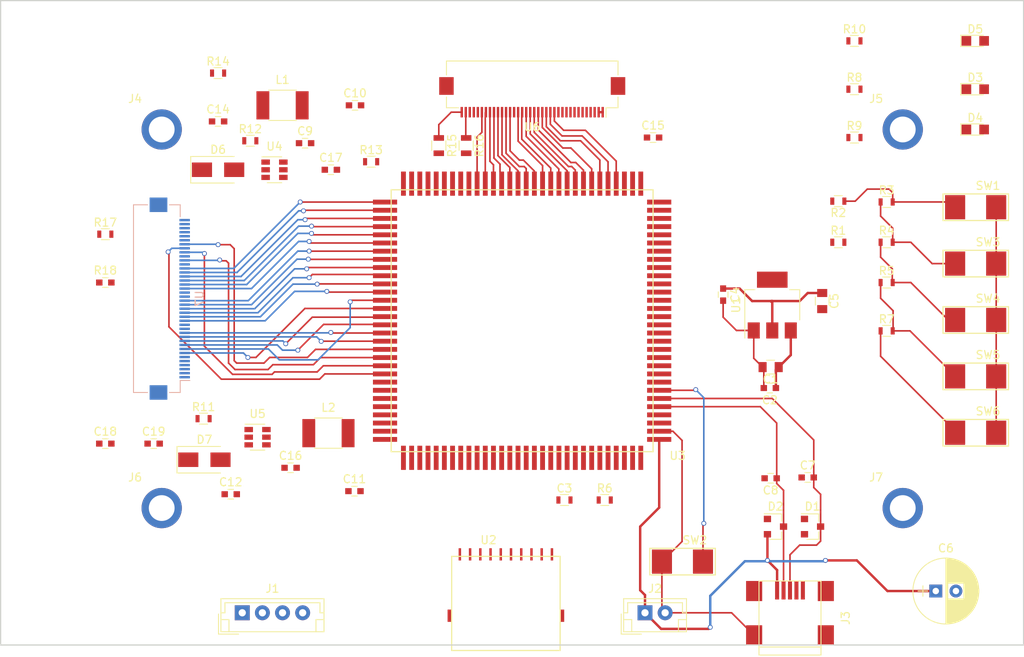
<source format=kicad_pcb>
(kicad_pcb (version 4) (host pcbnew 4.0.7)

  (general
    (links 202)
    (no_connects 126)
    (area 67.924999 57.924999 195.075001 138.075001)
    (thickness 1.6)
    (drawings 4)
    (tracks 344)
    (zones 0)
    (modules 65)
    (nets 144)
  )

  (page A4)
  (layers
    (0 F.Cu signal)
    (31 B.Cu signal)
    (32 B.Adhes user)
    (33 F.Adhes user)
    (34 B.Paste user)
    (35 F.Paste user)
    (36 B.SilkS user)
    (37 F.SilkS user)
    (38 B.Mask user)
    (39 F.Mask user)
    (40 Dwgs.User user)
    (41 Cmts.User user)
    (42 Eco1.User user)
    (43 Eco2.User user)
    (44 Edge.Cuts user)
    (45 Margin user)
    (46 B.CrtYd user)
    (47 F.CrtYd user)
    (48 B.Fab user)
    (49 F.Fab user)
  )

  (setup
    (last_trace_width 0.2)
    (trace_clearance 0.15)
    (zone_clearance 0.508)
    (zone_45_only no)
    (trace_min 0.2)
    (segment_width 0.2)
    (edge_width 0.15)
    (via_size 0.6)
    (via_drill 0.4)
    (via_min_size 0.4)
    (via_min_drill 0.3)
    (uvia_size 0.508)
    (uvia_drill 0.127)
    (uvias_allowed no)
    (uvia_min_size 0.2)
    (uvia_min_drill 0.1)
    (pcb_text_width 0.3)
    (pcb_text_size 1.5 1.5)
    (mod_edge_width 0.15)
    (mod_text_size 1 1)
    (mod_text_width 0.15)
    (pad_size 1.524 1.524)
    (pad_drill 0.762)
    (pad_to_mask_clearance 0.2)
    (aux_axis_origin 0 0)
    (visible_elements 7FFFFFFF)
    (pcbplotparams
      (layerselection 0x00030_80000001)
      (usegerberextensions false)
      (excludeedgelayer true)
      (linewidth 0.100000)
      (plotframeref false)
      (viasonmask false)
      (mode 1)
      (useauxorigin false)
      (hpglpennumber 1)
      (hpglpenspeed 20)
      (hpglpendiameter 15)
      (hpglpenoverlay 2)
      (psnegative false)
      (psa4output false)
      (plotreference true)
      (plotvalue true)
      (plotinvisibletext false)
      (padsonsilk false)
      (subtractmaskfromsilk false)
      (outputformat 1)
      (mirror false)
      (drillshape 1)
      (scaleselection 1)
      (outputdirectory ""))
  )

  (net 0 "")
  (net 1 +5V)
  (net 2 GND)
  (net 3 +3V3)
  (net 4 "Net-(C10-Pad1)")
  (net 5 /9.5V)
  (net 6 "Net-(D3-Pad2)")
  (net 7 "Net-(D4-Pad2)")
  (net 8 /LED2)
  (net 9 "Net-(D5-Pad2)")
  (net 10 /LED3)
  (net 11 "Net-(D6-Pad2)")
  (net 12 "Net-(J3-Pad4)")
  (net 13 "Net-(D7-Pad2)")
  (net 14 /LRADC0)
  (net 15 "Net-(R2-Pad1)")
  (net 16 "Net-(R3-Pad1)")
  (net 17 "Net-(R4-Pad1)")
  (net 18 "Net-(R5-Pad1)")
  (net 19 /SD_CD)
  (net 20 "Net-(R7-Pad1)")
  (net 21 "Net-(R12-Pad2)")
  (net 22 "Net-(R17-Pad1)")
  (net 23 "Net-(R18-Pad1)")
  (net 24 /SD_DAT2)
  (net 25 /SD_DAT3)
  (net 26 /SD_CMD)
  (net 27 /SD_CLK)
  (net 28 /SD_DAT0)
  (net 29 /SD_DAT1)
  (net 30 "Net-(U3-Pad4)")
  (net 31 /RESET)
  (net 32 "Net-(U3-Pad9)")
  (net 33 "Net-(U3-Pad11)")
  (net 34 "Net-(U3-Pad12)")
  (net 35 "Net-(U3-Pad13)")
  (net 36 "Net-(U3-Pad14)")
  (net 37 "Net-(U3-Pad15)")
  (net 38 "Net-(U3-Pad16)")
  (net 39 "Net-(U3-Pad17)")
  (net 40 "Net-(U3-Pad18)")
  (net 41 "Net-(U3-Pad19)")
  (net 42 "Net-(U3-Pad20)")
  (net 43 "Net-(U3-Pad21)")
  (net 44 /ANT)
  (net 45 "Net-(U3-Pad25)")
  (net 46 "Net-(U3-Pad26)")
  (net 47 /UART1_RX)
  (net 48 /UART1_TX)
  (net 49 /RXD0)
  (net 50 /TXD0)
  (net 51 /TCLK)
  (net 52 /TEN)
  (net 53 /THSYNC)
  (net 54 /TVSYNC)
  (net 55 /TD0)
  (net 56 /TD1)
  (net 57 /TD2)
  (net 58 /TD3)
  (net 59 /TD4)
  (net 60 /TD5)
  (net 61 /TD6)
  (net 62 /TD7)
  (net 63 /TD8)
  (net 64 /TD9)
  (net 65 /TD10)
  (net 66 /TD11)
  (net 67 /TD12)
  (net 68 /TD13)
  (net 69 /TD14)
  (net 70 /TD15)
  (net 71 "Net-(U3-Pad52)")
  (net 72 "Net-(U3-Pad53)")
  (net 73 "Net-(U3-Pad57)")
  (net 74 "Net-(U3-Pad58)")
  (net 75 /LCD_PWM)
  (net 76 /LCD_EN)
  (net 77 /LCD_D7)
  (net 78 /LCD_D6)
  (net 79 /LCD_D5)
  (net 80 /LCD_D4)
  (net 81 /LCD_D3)
  (net 82 /LCD_D2)
  (net 83 /LCD_D15)
  (net 84 /LCD_D14)
  (net 85 /LCD_D13)
  (net 86 /LCD_D12)
  (net 87 /LCD_D11)
  (net 88 /LCD_D10)
  (net 89 /LCD_D19)
  (net 90 /LCD_D18)
  (net 91 /LCD_D21)
  (net 92 /LCD_D20)
  (net 93 /LCD_D23)
  (net 94 /LCD_D22)
  (net 95 /LCD_DE)
  (net 96 /LCD_CLK)
  (net 97 /LCD_HSYNC)
  (net 98 /LCD_VSYNC)
  (net 99 "Net-(U3-Pad84)")
  (net 100 "Net-(U3-Pad85)")
  (net 101 "Net-(U3-Pad86)")
  (net 102 "Net-(U3-Pad87)")
  (net 103 "Net-(U3-Pad88)")
  (net 104 "Net-(U3-Pad89)")
  (net 105 "Net-(U3-Pad90)")
  (net 106 "Net-(U3-Pad91)")
  (net 107 "Net-(U3-Pad92)")
  (net 108 "Net-(U3-Pad93)")
  (net 109 "Net-(U3-Pad94)")
  (net 110 "Net-(U3-Pad95)")
  (net 111 "Net-(U3-Pad96)")
  (net 112 "Net-(U3-Pad97)")
  (net 113 "Net-(U3-Pad98)")
  (net 114 "Net-(U3-Pad99)")
  (net 115 "Net-(U3-Pad100)")
  (net 116 "Net-(U3-Pad101)")
  (net 117 "Net-(U3-Pad102)")
  (net 118 "Net-(U3-Pad103)")
  (net 119 "Net-(U3-Pad104)")
  (net 120 "Net-(U3-Pad105)")
  (net 121 "Net-(U3-Pad106)")
  (net 122 "Net-(U3-Pad107)")
  (net 123 "Net-(U3-Pad108)")
  (net 124 "Net-(U3-Pad109)")
  (net 125 "Net-(U3-Pad110)")
  (net 126 "Net-(U3-Pad111)")
  (net 127 "Net-(U3-Pad112)")
  (net 128 "Net-(U4-Pad6)")
  (net 129 /LEDK)
  (net 130 /LEDA)
  (net 131 "Net-(U6-Pad5)")
  (net 132 "Net-(U6-Pad6)")
  (net 133 "Net-(U6-Pad9)")
  (net 134 "Net-(U6-Pad10)")
  (net 135 /TPCLK)
  (net 136 "Net-(R16-Pad1)")
  (net 137 "Net-(R15-Pad1)")
  (net 138 /LCD_RESET)
  (net 139 /LCD_MOSI)
  (net 140 /LCD_SCK)
  (net 141 /LCD_CS)
  (net 142 /USBDP)
  (net 143 /USBDN)

  (net_class Default 这是默认网络组.
    (clearance 0.15)
    (trace_width 0.2)
    (via_dia 0.6)
    (via_drill 0.4)
    (uvia_dia 0.508)
    (uvia_drill 0.127)
    (add_net /ANT)
    (add_net /LCD_CLK)
    (add_net /LCD_CS)
    (add_net /LCD_D10)
    (add_net /LCD_D11)
    (add_net /LCD_D12)
    (add_net /LCD_D13)
    (add_net /LCD_D14)
    (add_net /LCD_D15)
    (add_net /LCD_D18)
    (add_net /LCD_D19)
    (add_net /LCD_D2)
    (add_net /LCD_D20)
    (add_net /LCD_D21)
    (add_net /LCD_D22)
    (add_net /LCD_D23)
    (add_net /LCD_D3)
    (add_net /LCD_D4)
    (add_net /LCD_D5)
    (add_net /LCD_D6)
    (add_net /LCD_D7)
    (add_net /LCD_DE)
    (add_net /LCD_EN)
    (add_net /LCD_HSYNC)
    (add_net /LCD_MOSI)
    (add_net /LCD_PWM)
    (add_net /LCD_RESET)
    (add_net /LCD_SCK)
    (add_net /LCD_VSYNC)
    (add_net /LED2)
    (add_net /LED3)
    (add_net /LEDA)
    (add_net /LEDK)
    (add_net /LRADC0)
    (add_net /RESET)
    (add_net /RXD0)
    (add_net /SD_CD)
    (add_net /SD_CLK)
    (add_net /SD_CMD)
    (add_net /SD_DAT0)
    (add_net /SD_DAT1)
    (add_net /SD_DAT2)
    (add_net /SD_DAT3)
    (add_net /TCLK)
    (add_net /TD0)
    (add_net /TD1)
    (add_net /TD10)
    (add_net /TD11)
    (add_net /TD12)
    (add_net /TD13)
    (add_net /TD14)
    (add_net /TD15)
    (add_net /TD2)
    (add_net /TD3)
    (add_net /TD4)
    (add_net /TD5)
    (add_net /TD6)
    (add_net /TD7)
    (add_net /TD8)
    (add_net /TD9)
    (add_net /TEN)
    (add_net /THSYNC)
    (add_net /TPCLK)
    (add_net /TVSYNC)
    (add_net /TXD0)
    (add_net /UART1_RX)
    (add_net /UART1_TX)
    (add_net /USBDN)
    (add_net /USBDP)
    (add_net GND)
    (add_net "Net-(C10-Pad1)")
    (add_net "Net-(D3-Pad2)")
    (add_net "Net-(D4-Pad2)")
    (add_net "Net-(D5-Pad2)")
    (add_net "Net-(D6-Pad2)")
    (add_net "Net-(D7-Pad2)")
    (add_net "Net-(J3-Pad4)")
    (add_net "Net-(R12-Pad2)")
    (add_net "Net-(R15-Pad1)")
    (add_net "Net-(R16-Pad1)")
    (add_net "Net-(R17-Pad1)")
    (add_net "Net-(R18-Pad1)")
    (add_net "Net-(R2-Pad1)")
    (add_net "Net-(R3-Pad1)")
    (add_net "Net-(R4-Pad1)")
    (add_net "Net-(R5-Pad1)")
    (add_net "Net-(R7-Pad1)")
    (add_net "Net-(U3-Pad100)")
    (add_net "Net-(U3-Pad101)")
    (add_net "Net-(U3-Pad102)")
    (add_net "Net-(U3-Pad103)")
    (add_net "Net-(U3-Pad104)")
    (add_net "Net-(U3-Pad105)")
    (add_net "Net-(U3-Pad106)")
    (add_net "Net-(U3-Pad107)")
    (add_net "Net-(U3-Pad108)")
    (add_net "Net-(U3-Pad109)")
    (add_net "Net-(U3-Pad11)")
    (add_net "Net-(U3-Pad110)")
    (add_net "Net-(U3-Pad111)")
    (add_net "Net-(U3-Pad112)")
    (add_net "Net-(U3-Pad12)")
    (add_net "Net-(U3-Pad13)")
    (add_net "Net-(U3-Pad14)")
    (add_net "Net-(U3-Pad15)")
    (add_net "Net-(U3-Pad16)")
    (add_net "Net-(U3-Pad17)")
    (add_net "Net-(U3-Pad18)")
    (add_net "Net-(U3-Pad19)")
    (add_net "Net-(U3-Pad20)")
    (add_net "Net-(U3-Pad21)")
    (add_net "Net-(U3-Pad25)")
    (add_net "Net-(U3-Pad26)")
    (add_net "Net-(U3-Pad4)")
    (add_net "Net-(U3-Pad52)")
    (add_net "Net-(U3-Pad53)")
    (add_net "Net-(U3-Pad57)")
    (add_net "Net-(U3-Pad58)")
    (add_net "Net-(U3-Pad84)")
    (add_net "Net-(U3-Pad85)")
    (add_net "Net-(U3-Pad86)")
    (add_net "Net-(U3-Pad87)")
    (add_net "Net-(U3-Pad88)")
    (add_net "Net-(U3-Pad89)")
    (add_net "Net-(U3-Pad9)")
    (add_net "Net-(U3-Pad90)")
    (add_net "Net-(U3-Pad91)")
    (add_net "Net-(U3-Pad92)")
    (add_net "Net-(U3-Pad93)")
    (add_net "Net-(U3-Pad94)")
    (add_net "Net-(U3-Pad95)")
    (add_net "Net-(U3-Pad96)")
    (add_net "Net-(U3-Pad97)")
    (add_net "Net-(U3-Pad98)")
    (add_net "Net-(U3-Pad99)")
    (add_net "Net-(U4-Pad6)")
    (add_net "Net-(U6-Pad10)")
    (add_net "Net-(U6-Pad5)")
    (add_net "Net-(U6-Pad6)")
    (add_net "Net-(U6-Pad9)")
  )

  (net_class +3V3 ""
    (clearance 0.15)
    (trace_width 0.3)
    (via_dia 0.6)
    (via_drill 0.4)
    (uvia_dia 0.508)
    (uvia_drill 0.127)
    (add_net +3V3)
  )

  (net_class +5V ""
    (clearance 0.15)
    (trace_width 0.3)
    (via_dia 0.6)
    (via_drill 0.4)
    (uvia_dia 0.508)
    (uvia_drill 0.127)
    (add_net +5V)
  )

  (net_class 9.5V ""
    (clearance 0.15)
    (trace_width 0.3)
    (via_dia 0.6)
    (via_drill 0.4)
    (uvia_dia 0.508)
    (uvia_drill 0.127)
    (add_net /9.5V)
  )

  (net_class GND ""
    (clearance 0.15)
    (trace_width 0.2)
    (via_dia 0.6)
    (via_drill 0.4)
    (uvia_dia 0.508)
    (uvia_drill 0.127)
  )

  (module Capacitors_SMD:C_0805 (layer F.Cu) (tedit 58AA8463) (tstamp 5D59427F)
    (at 163.6 103.5 180)
    (descr "Capacitor SMD 0805, reflow soldering, AVX (see smccp.pdf)")
    (tags "capacitor 0805")
    (path /5D4ECB7F)
    (attr smd)
    (fp_text reference C1 (at 0 -1.5 180) (layer F.SilkS)
      (effects (font (size 1 1) (thickness 0.15)))
    )
    (fp_text value 10uF (at 0 1.75 180) (layer F.Fab)
      (effects (font (size 1 1) (thickness 0.15)))
    )
    (fp_text user %R (at 0 -1.5 180) (layer F.Fab)
      (effects (font (size 1 1) (thickness 0.15)))
    )
    (fp_line (start -1 0.62) (end -1 -0.62) (layer F.Fab) (width 0.1))
    (fp_line (start 1 0.62) (end -1 0.62) (layer F.Fab) (width 0.1))
    (fp_line (start 1 -0.62) (end 1 0.62) (layer F.Fab) (width 0.1))
    (fp_line (start -1 -0.62) (end 1 -0.62) (layer F.Fab) (width 0.1))
    (fp_line (start 0.5 -0.85) (end -0.5 -0.85) (layer F.SilkS) (width 0.12))
    (fp_line (start -0.5 0.85) (end 0.5 0.85) (layer F.SilkS) (width 0.12))
    (fp_line (start -1.75 -0.88) (end 1.75 -0.88) (layer F.CrtYd) (width 0.05))
    (fp_line (start -1.75 -0.88) (end -1.75 0.87) (layer F.CrtYd) (width 0.05))
    (fp_line (start 1.75 0.87) (end 1.75 -0.88) (layer F.CrtYd) (width 0.05))
    (fp_line (start 1.75 0.87) (end -1.75 0.87) (layer F.CrtYd) (width 0.05))
    (pad 1 smd rect (at -1 0 180) (size 1 1.25) (layers F.Cu F.Paste F.Mask)
      (net 1 +5V))
    (pad 2 smd rect (at 1 0 180) (size 1 1.25) (layers F.Cu F.Paste F.Mask)
      (net 2 GND))
    (model Capacitors_SMD.3dshapes/C_0805.wrl
      (at (xyz 0 0 0))
      (scale (xyz 1 1 1))
      (rotate (xyz 0 0 0))
    )
  )

  (module Capacitors_SMD:C_0603 (layer F.Cu) (tedit 59958EE7) (tstamp 5D594290)
    (at 163.5 106.1 180)
    (descr "Capacitor SMD 0603, reflow soldering, AVX (see smccp.pdf)")
    (tags "capacitor 0603")
    (path /5D4ECBD8)
    (attr smd)
    (fp_text reference C2 (at 0 -1.5 180) (layer F.SilkS)
      (effects (font (size 1 1) (thickness 0.15)))
    )
    (fp_text value 100nF (at 0 1.5 180) (layer F.Fab)
      (effects (font (size 1 1) (thickness 0.15)))
    )
    (fp_line (start 1.4 0.65) (end -1.4 0.65) (layer F.CrtYd) (width 0.05))
    (fp_line (start 1.4 0.65) (end 1.4 -0.65) (layer F.CrtYd) (width 0.05))
    (fp_line (start -1.4 -0.65) (end -1.4 0.65) (layer F.CrtYd) (width 0.05))
    (fp_line (start -1.4 -0.65) (end 1.4 -0.65) (layer F.CrtYd) (width 0.05))
    (fp_line (start 0.35 0.6) (end -0.35 0.6) (layer F.SilkS) (width 0.12))
    (fp_line (start -0.35 -0.6) (end 0.35 -0.6) (layer F.SilkS) (width 0.12))
    (fp_line (start -0.8 -0.4) (end 0.8 -0.4) (layer F.Fab) (width 0.1))
    (fp_line (start 0.8 -0.4) (end 0.8 0.4) (layer F.Fab) (width 0.1))
    (fp_line (start 0.8 0.4) (end -0.8 0.4) (layer F.Fab) (width 0.1))
    (fp_line (start -0.8 0.4) (end -0.8 -0.4) (layer F.Fab) (width 0.1))
    (fp_text user %R (at 0 0 180) (layer F.Fab)
      (effects (font (size 0.3 0.3) (thickness 0.075)))
    )
    (pad 2 smd rect (at 0.75 0 180) (size 0.8 0.75) (layers F.Cu F.Paste F.Mask)
      (net 2 GND))
    (pad 1 smd rect (at -0.75 0 180) (size 0.8 0.75) (layers F.Cu F.Paste F.Mask)
      (net 1 +5V))
    (model Capacitors_SMD.3dshapes/C_0603.wrl
      (at (xyz 0 0 0))
      (scale (xyz 1 1 1))
      (rotate (xyz 0 0 0))
    )
  )

  (module Resistors_SMD:R_0603 (layer F.Cu) (tedit 58E0A804) (tstamp 5D5942A1)
    (at 138 120)
    (descr "Resistor SMD 0603, reflow soldering, Vishay (see dcrcw.pdf)")
    (tags "resistor 0603")
    (path /5D5046AE)
    (attr smd)
    (fp_text reference C3 (at 0 -1.45) (layer F.SilkS)
      (effects (font (size 1 1) (thickness 0.15)))
    )
    (fp_text value 0.1uF (at 0 1.5) (layer F.Fab)
      (effects (font (size 1 1) (thickness 0.15)))
    )
    (fp_text user %R (at 0 0) (layer F.Fab)
      (effects (font (size 0.4 0.4) (thickness 0.075)))
    )
    (fp_line (start -0.8 0.4) (end -0.8 -0.4) (layer F.Fab) (width 0.1))
    (fp_line (start 0.8 0.4) (end -0.8 0.4) (layer F.Fab) (width 0.1))
    (fp_line (start 0.8 -0.4) (end 0.8 0.4) (layer F.Fab) (width 0.1))
    (fp_line (start -0.8 -0.4) (end 0.8 -0.4) (layer F.Fab) (width 0.1))
    (fp_line (start 0.5 0.68) (end -0.5 0.68) (layer F.SilkS) (width 0.12))
    (fp_line (start -0.5 -0.68) (end 0.5 -0.68) (layer F.SilkS) (width 0.12))
    (fp_line (start -1.25 -0.7) (end 1.25 -0.7) (layer F.CrtYd) (width 0.05))
    (fp_line (start -1.25 -0.7) (end -1.25 0.7) (layer F.CrtYd) (width 0.05))
    (fp_line (start 1.25 0.7) (end 1.25 -0.7) (layer F.CrtYd) (width 0.05))
    (fp_line (start 1.25 0.7) (end -1.25 0.7) (layer F.CrtYd) (width 0.05))
    (pad 1 smd rect (at -0.75 0) (size 0.5 0.9) (layers F.Cu F.Paste F.Mask)
      (net 3 +3V3))
    (pad 2 smd rect (at 0.75 0) (size 0.5 0.9) (layers F.Cu F.Paste F.Mask)
      (net 2 GND))
    (model ${KISYS3DMOD}/Resistors_SMD.3dshapes/R_0603.wrl
      (at (xyz 0 0 0))
      (scale (xyz 1 1 1))
      (rotate (xyz 0 0 0))
    )
  )

  (module Capacitors_SMD:C_0603 (layer F.Cu) (tedit 59958EE7) (tstamp 5D5942B2)
    (at 157.7 94.5 270)
    (descr "Capacitor SMD 0603, reflow soldering, AVX (see smccp.pdf)")
    (tags "capacitor 0603")
    (path /5D4ECC2B)
    (attr smd)
    (fp_text reference C4 (at 0 -1.5 270) (layer F.SilkS)
      (effects (font (size 1 1) (thickness 0.15)))
    )
    (fp_text value 100nF (at 0 1.5 270) (layer F.Fab)
      (effects (font (size 1 1) (thickness 0.15)))
    )
    (fp_line (start 1.4 0.65) (end -1.4 0.65) (layer F.CrtYd) (width 0.05))
    (fp_line (start 1.4 0.65) (end 1.4 -0.65) (layer F.CrtYd) (width 0.05))
    (fp_line (start -1.4 -0.65) (end -1.4 0.65) (layer F.CrtYd) (width 0.05))
    (fp_line (start -1.4 -0.65) (end 1.4 -0.65) (layer F.CrtYd) (width 0.05))
    (fp_line (start 0.35 0.6) (end -0.35 0.6) (layer F.SilkS) (width 0.12))
    (fp_line (start -0.35 -0.6) (end 0.35 -0.6) (layer F.SilkS) (width 0.12))
    (fp_line (start -0.8 -0.4) (end 0.8 -0.4) (layer F.Fab) (width 0.1))
    (fp_line (start 0.8 -0.4) (end 0.8 0.4) (layer F.Fab) (width 0.1))
    (fp_line (start 0.8 0.4) (end -0.8 0.4) (layer F.Fab) (width 0.1))
    (fp_line (start -0.8 0.4) (end -0.8 -0.4) (layer F.Fab) (width 0.1))
    (fp_text user %R (at 0 0 270) (layer F.Fab)
      (effects (font (size 0.3 0.3) (thickness 0.075)))
    )
    (pad 2 smd rect (at 0.75 0 270) (size 0.8 0.75) (layers F.Cu F.Paste F.Mask)
      (net 2 GND))
    (pad 1 smd rect (at -0.75 0 270) (size 0.8 0.75) (layers F.Cu F.Paste F.Mask)
      (net 3 +3V3))
    (model Capacitors_SMD.3dshapes/C_0603.wrl
      (at (xyz 0 0 0))
      (scale (xyz 1 1 1))
      (rotate (xyz 0 0 0))
    )
  )

  (module Capacitors_SMD:C_0805 (layer F.Cu) (tedit 58AA8463) (tstamp 5D5942C3)
    (at 170 95.3 270)
    (descr "Capacitor SMD 0805, reflow soldering, AVX (see smccp.pdf)")
    (tags "capacitor 0805")
    (path /5D4ECC96)
    (attr smd)
    (fp_text reference C5 (at 0 -1.5 270) (layer F.SilkS)
      (effects (font (size 1 1) (thickness 0.15)))
    )
    (fp_text value 10uF (at 0 1.75 270) (layer F.Fab)
      (effects (font (size 1 1) (thickness 0.15)))
    )
    (fp_text user %R (at 0 -1.5 270) (layer F.Fab)
      (effects (font (size 1 1) (thickness 0.15)))
    )
    (fp_line (start -1 0.62) (end -1 -0.62) (layer F.Fab) (width 0.1))
    (fp_line (start 1 0.62) (end -1 0.62) (layer F.Fab) (width 0.1))
    (fp_line (start 1 -0.62) (end 1 0.62) (layer F.Fab) (width 0.1))
    (fp_line (start -1 -0.62) (end 1 -0.62) (layer F.Fab) (width 0.1))
    (fp_line (start 0.5 -0.85) (end -0.5 -0.85) (layer F.SilkS) (width 0.12))
    (fp_line (start -0.5 0.85) (end 0.5 0.85) (layer F.SilkS) (width 0.12))
    (fp_line (start -1.75 -0.88) (end 1.75 -0.88) (layer F.CrtYd) (width 0.05))
    (fp_line (start -1.75 -0.88) (end -1.75 0.87) (layer F.CrtYd) (width 0.05))
    (fp_line (start 1.75 0.87) (end 1.75 -0.88) (layer F.CrtYd) (width 0.05))
    (fp_line (start 1.75 0.87) (end -1.75 0.87) (layer F.CrtYd) (width 0.05))
    (pad 1 smd rect (at -1 0 270) (size 1 1.25) (layers F.Cu F.Paste F.Mask)
      (net 3 +3V3))
    (pad 2 smd rect (at 1 0 270) (size 1 1.25) (layers F.Cu F.Paste F.Mask)
      (net 2 GND))
    (model Capacitors_SMD.3dshapes/C_0805.wrl
      (at (xyz 0 0 0))
      (scale (xyz 1 1 1))
      (rotate (xyz 0 0 0))
    )
  )

  (module Capacitors_THT:CP_Radial_D8.0mm_P2.50mm (layer F.Cu) (tedit 597BC7C2) (tstamp 5D59436C)
    (at 184.1 131.3)
    (descr "CP, Radial series, Radial, pin pitch=2.50mm, , diameter=8mm, Electrolytic Capacitor")
    (tags "CP Radial series Radial pin pitch 2.50mm  diameter 8mm Electrolytic Capacitor")
    (path /5D471C77)
    (fp_text reference C6 (at 1.25 -5.31) (layer F.SilkS)
      (effects (font (size 1 1) (thickness 0.15)))
    )
    (fp_text value 47uF (at 1.25 5.31) (layer F.Fab)
      (effects (font (size 1 1) (thickness 0.15)))
    )
    (fp_circle (center 1.25 0) (end 5.25 0) (layer F.Fab) (width 0.1))
    (fp_circle (center 1.25 0) (end 5.34 0) (layer F.SilkS) (width 0.12))
    (fp_line (start -2.2 0) (end -1 0) (layer F.Fab) (width 0.1))
    (fp_line (start -1.6 -0.65) (end -1.6 0.65) (layer F.Fab) (width 0.1))
    (fp_line (start 1.25 -4.05) (end 1.25 4.05) (layer F.SilkS) (width 0.12))
    (fp_line (start 1.29 -4.05) (end 1.29 4.05) (layer F.SilkS) (width 0.12))
    (fp_line (start 1.33 -4.05) (end 1.33 4.05) (layer F.SilkS) (width 0.12))
    (fp_line (start 1.37 -4.049) (end 1.37 4.049) (layer F.SilkS) (width 0.12))
    (fp_line (start 1.41 -4.047) (end 1.41 4.047) (layer F.SilkS) (width 0.12))
    (fp_line (start 1.45 -4.046) (end 1.45 4.046) (layer F.SilkS) (width 0.12))
    (fp_line (start 1.49 -4.043) (end 1.49 4.043) (layer F.SilkS) (width 0.12))
    (fp_line (start 1.53 -4.041) (end 1.53 -0.98) (layer F.SilkS) (width 0.12))
    (fp_line (start 1.53 0.98) (end 1.53 4.041) (layer F.SilkS) (width 0.12))
    (fp_line (start 1.57 -4.038) (end 1.57 -0.98) (layer F.SilkS) (width 0.12))
    (fp_line (start 1.57 0.98) (end 1.57 4.038) (layer F.SilkS) (width 0.12))
    (fp_line (start 1.61 -4.035) (end 1.61 -0.98) (layer F.SilkS) (width 0.12))
    (fp_line (start 1.61 0.98) (end 1.61 4.035) (layer F.SilkS) (width 0.12))
    (fp_line (start 1.65 -4.031) (end 1.65 -0.98) (layer F.SilkS) (width 0.12))
    (fp_line (start 1.65 0.98) (end 1.65 4.031) (layer F.SilkS) (width 0.12))
    (fp_line (start 1.69 -4.027) (end 1.69 -0.98) (layer F.SilkS) (width 0.12))
    (fp_line (start 1.69 0.98) (end 1.69 4.027) (layer F.SilkS) (width 0.12))
    (fp_line (start 1.73 -4.022) (end 1.73 -0.98) (layer F.SilkS) (width 0.12))
    (fp_line (start 1.73 0.98) (end 1.73 4.022) (layer F.SilkS) (width 0.12))
    (fp_line (start 1.77 -4.017) (end 1.77 -0.98) (layer F.SilkS) (width 0.12))
    (fp_line (start 1.77 0.98) (end 1.77 4.017) (layer F.SilkS) (width 0.12))
    (fp_line (start 1.81 -4.012) (end 1.81 -0.98) (layer F.SilkS) (width 0.12))
    (fp_line (start 1.81 0.98) (end 1.81 4.012) (layer F.SilkS) (width 0.12))
    (fp_line (start 1.85 -4.006) (end 1.85 -0.98) (layer F.SilkS) (width 0.12))
    (fp_line (start 1.85 0.98) (end 1.85 4.006) (layer F.SilkS) (width 0.12))
    (fp_line (start 1.89 -4) (end 1.89 -0.98) (layer F.SilkS) (width 0.12))
    (fp_line (start 1.89 0.98) (end 1.89 4) (layer F.SilkS) (width 0.12))
    (fp_line (start 1.93 -3.994) (end 1.93 -0.98) (layer F.SilkS) (width 0.12))
    (fp_line (start 1.93 0.98) (end 1.93 3.994) (layer F.SilkS) (width 0.12))
    (fp_line (start 1.971 -3.987) (end 1.971 -0.98) (layer F.SilkS) (width 0.12))
    (fp_line (start 1.971 0.98) (end 1.971 3.987) (layer F.SilkS) (width 0.12))
    (fp_line (start 2.011 -3.979) (end 2.011 -0.98) (layer F.SilkS) (width 0.12))
    (fp_line (start 2.011 0.98) (end 2.011 3.979) (layer F.SilkS) (width 0.12))
    (fp_line (start 2.051 -3.971) (end 2.051 -0.98) (layer F.SilkS) (width 0.12))
    (fp_line (start 2.051 0.98) (end 2.051 3.971) (layer F.SilkS) (width 0.12))
    (fp_line (start 2.091 -3.963) (end 2.091 -0.98) (layer F.SilkS) (width 0.12))
    (fp_line (start 2.091 0.98) (end 2.091 3.963) (layer F.SilkS) (width 0.12))
    (fp_line (start 2.131 -3.955) (end 2.131 -0.98) (layer F.SilkS) (width 0.12))
    (fp_line (start 2.131 0.98) (end 2.131 3.955) (layer F.SilkS) (width 0.12))
    (fp_line (start 2.171 -3.946) (end 2.171 -0.98) (layer F.SilkS) (width 0.12))
    (fp_line (start 2.171 0.98) (end 2.171 3.946) (layer F.SilkS) (width 0.12))
    (fp_line (start 2.211 -3.936) (end 2.211 -0.98) (layer F.SilkS) (width 0.12))
    (fp_line (start 2.211 0.98) (end 2.211 3.936) (layer F.SilkS) (width 0.12))
    (fp_line (start 2.251 -3.926) (end 2.251 -0.98) (layer F.SilkS) (width 0.12))
    (fp_line (start 2.251 0.98) (end 2.251 3.926) (layer F.SilkS) (width 0.12))
    (fp_line (start 2.291 -3.916) (end 2.291 -0.98) (layer F.SilkS) (width 0.12))
    (fp_line (start 2.291 0.98) (end 2.291 3.916) (layer F.SilkS) (width 0.12))
    (fp_line (start 2.331 -3.905) (end 2.331 -0.98) (layer F.SilkS) (width 0.12))
    (fp_line (start 2.331 0.98) (end 2.331 3.905) (layer F.SilkS) (width 0.12))
    (fp_line (start 2.371 -3.894) (end 2.371 -0.98) (layer F.SilkS) (width 0.12))
    (fp_line (start 2.371 0.98) (end 2.371 3.894) (layer F.SilkS) (width 0.12))
    (fp_line (start 2.411 -3.883) (end 2.411 -0.98) (layer F.SilkS) (width 0.12))
    (fp_line (start 2.411 0.98) (end 2.411 3.883) (layer F.SilkS) (width 0.12))
    (fp_line (start 2.451 -3.87) (end 2.451 -0.98) (layer F.SilkS) (width 0.12))
    (fp_line (start 2.451 0.98) (end 2.451 3.87) (layer F.SilkS) (width 0.12))
    (fp_line (start 2.491 -3.858) (end 2.491 -0.98) (layer F.SilkS) (width 0.12))
    (fp_line (start 2.491 0.98) (end 2.491 3.858) (layer F.SilkS) (width 0.12))
    (fp_line (start 2.531 -3.845) (end 2.531 -0.98) (layer F.SilkS) (width 0.12))
    (fp_line (start 2.531 0.98) (end 2.531 3.845) (layer F.SilkS) (width 0.12))
    (fp_line (start 2.571 -3.832) (end 2.571 -0.98) (layer F.SilkS) (width 0.12))
    (fp_line (start 2.571 0.98) (end 2.571 3.832) (layer F.SilkS) (width 0.12))
    (fp_line (start 2.611 -3.818) (end 2.611 -0.98) (layer F.SilkS) (width 0.12))
    (fp_line (start 2.611 0.98) (end 2.611 3.818) (layer F.SilkS) (width 0.12))
    (fp_line (start 2.651 -3.803) (end 2.651 -0.98) (layer F.SilkS) (width 0.12))
    (fp_line (start 2.651 0.98) (end 2.651 3.803) (layer F.SilkS) (width 0.12))
    (fp_line (start 2.691 -3.789) (end 2.691 -0.98) (layer F.SilkS) (width 0.12))
    (fp_line (start 2.691 0.98) (end 2.691 3.789) (layer F.SilkS) (width 0.12))
    (fp_line (start 2.731 -3.773) (end 2.731 -0.98) (layer F.SilkS) (width 0.12))
    (fp_line (start 2.731 0.98) (end 2.731 3.773) (layer F.SilkS) (width 0.12))
    (fp_line (start 2.771 -3.758) (end 2.771 -0.98) (layer F.SilkS) (width 0.12))
    (fp_line (start 2.771 0.98) (end 2.771 3.758) (layer F.SilkS) (width 0.12))
    (fp_line (start 2.811 -3.741) (end 2.811 -0.98) (layer F.SilkS) (width 0.12))
    (fp_line (start 2.811 0.98) (end 2.811 3.741) (layer F.SilkS) (width 0.12))
    (fp_line (start 2.851 -3.725) (end 2.851 -0.98) (layer F.SilkS) (width 0.12))
    (fp_line (start 2.851 0.98) (end 2.851 3.725) (layer F.SilkS) (width 0.12))
    (fp_line (start 2.891 -3.707) (end 2.891 -0.98) (layer F.SilkS) (width 0.12))
    (fp_line (start 2.891 0.98) (end 2.891 3.707) (layer F.SilkS) (width 0.12))
    (fp_line (start 2.931 -3.69) (end 2.931 -0.98) (layer F.SilkS) (width 0.12))
    (fp_line (start 2.931 0.98) (end 2.931 3.69) (layer F.SilkS) (width 0.12))
    (fp_line (start 2.971 -3.671) (end 2.971 -0.98) (layer F.SilkS) (width 0.12))
    (fp_line (start 2.971 0.98) (end 2.971 3.671) (layer F.SilkS) (width 0.12))
    (fp_line (start 3.011 -3.652) (end 3.011 -0.98) (layer F.SilkS) (width 0.12))
    (fp_line (start 3.011 0.98) (end 3.011 3.652) (layer F.SilkS) (width 0.12))
    (fp_line (start 3.051 -3.633) (end 3.051 -0.98) (layer F.SilkS) (width 0.12))
    (fp_line (start 3.051 0.98) (end 3.051 3.633) (layer F.SilkS) (width 0.12))
    (fp_line (start 3.091 -3.613) (end 3.091 -0.98) (layer F.SilkS) (width 0.12))
    (fp_line (start 3.091 0.98) (end 3.091 3.613) (layer F.SilkS) (width 0.12))
    (fp_line (start 3.131 -3.593) (end 3.131 -0.98) (layer F.SilkS) (width 0.12))
    (fp_line (start 3.131 0.98) (end 3.131 3.593) (layer F.SilkS) (width 0.12))
    (fp_line (start 3.171 -3.572) (end 3.171 -0.98) (layer F.SilkS) (width 0.12))
    (fp_line (start 3.171 0.98) (end 3.171 3.572) (layer F.SilkS) (width 0.12))
    (fp_line (start 3.211 -3.55) (end 3.211 -0.98) (layer F.SilkS) (width 0.12))
    (fp_line (start 3.211 0.98) (end 3.211 3.55) (layer F.SilkS) (width 0.12))
    (fp_line (start 3.251 -3.528) (end 3.251 -0.98) (layer F.SilkS) (width 0.12))
    (fp_line (start 3.251 0.98) (end 3.251 3.528) (layer F.SilkS) (width 0.12))
    (fp_line (start 3.291 -3.505) (end 3.291 -0.98) (layer F.SilkS) (width 0.12))
    (fp_line (start 3.291 0.98) (end 3.291 3.505) (layer F.SilkS) (width 0.12))
    (fp_line (start 3.331 -3.482) (end 3.331 -0.98) (layer F.SilkS) (width 0.12))
    (fp_line (start 3.331 0.98) (end 3.331 3.482) (layer F.SilkS) (width 0.12))
    (fp_line (start 3.371 -3.458) (end 3.371 -0.98) (layer F.SilkS) (width 0.12))
    (fp_line (start 3.371 0.98) (end 3.371 3.458) (layer F.SilkS) (width 0.12))
    (fp_line (start 3.411 -3.434) (end 3.411 -0.98) (layer F.SilkS) (width 0.12))
    (fp_line (start 3.411 0.98) (end 3.411 3.434) (layer F.SilkS) (width 0.12))
    (fp_line (start 3.451 -3.408) (end 3.451 -0.98) (layer F.SilkS) (width 0.12))
    (fp_line (start 3.451 0.98) (end 3.451 3.408) (layer F.SilkS) (width 0.12))
    (fp_line (start 3.491 -3.383) (end 3.491 3.383) (layer F.SilkS) (width 0.12))
    (fp_line (start 3.531 -3.356) (end 3.531 3.356) (layer F.SilkS) (width 0.12))
    (fp_line (start 3.571 -3.329) (end 3.571 3.329) (layer F.SilkS) (width 0.12))
    (fp_line (start 3.611 -3.301) (end 3.611 3.301) (layer F.SilkS) (width 0.12))
    (fp_line (start 3.651 -3.272) (end 3.651 3.272) (layer F.SilkS) (width 0.12))
    (fp_line (start 3.691 -3.243) (end 3.691 3.243) (layer F.SilkS) (width 0.12))
    (fp_line (start 3.731 -3.213) (end 3.731 3.213) (layer F.SilkS) (width 0.12))
    (fp_line (start 3.771 -3.182) (end 3.771 3.182) (layer F.SilkS) (width 0.12))
    (fp_line (start 3.811 -3.15) (end 3.811 3.15) (layer F.SilkS) (width 0.12))
    (fp_line (start 3.851 -3.118) (end 3.851 3.118) (layer F.SilkS) (width 0.12))
    (fp_line (start 3.891 -3.084) (end 3.891 3.084) (layer F.SilkS) (width 0.12))
    (fp_line (start 3.931 -3.05) (end 3.931 3.05) (layer F.SilkS) (width 0.12))
    (fp_line (start 3.971 -3.015) (end 3.971 3.015) (layer F.SilkS) (width 0.12))
    (fp_line (start 4.011 -2.979) (end 4.011 2.979) (layer F.SilkS) (width 0.12))
    (fp_line (start 4.051 -2.942) (end 4.051 2.942) (layer F.SilkS) (width 0.12))
    (fp_line (start 4.091 -2.904) (end 4.091 2.904) (layer F.SilkS) (width 0.12))
    (fp_line (start 4.131 -2.865) (end 4.131 2.865) (layer F.SilkS) (width 0.12))
    (fp_line (start 4.171 -2.824) (end 4.171 2.824) (layer F.SilkS) (width 0.12))
    (fp_line (start 4.211 -2.783) (end 4.211 2.783) (layer F.SilkS) (width 0.12))
    (fp_line (start 4.251 -2.74) (end 4.251 2.74) (layer F.SilkS) (width 0.12))
    (fp_line (start 4.291 -2.697) (end 4.291 2.697) (layer F.SilkS) (width 0.12))
    (fp_line (start 4.331 -2.652) (end 4.331 2.652) (layer F.SilkS) (width 0.12))
    (fp_line (start 4.371 -2.605) (end 4.371 2.605) (layer F.SilkS) (width 0.12))
    (fp_line (start 4.411 -2.557) (end 4.411 2.557) (layer F.SilkS) (width 0.12))
    (fp_line (start 4.451 -2.508) (end 4.451 2.508) (layer F.SilkS) (width 0.12))
    (fp_line (start 4.491 -2.457) (end 4.491 2.457) (layer F.SilkS) (width 0.12))
    (fp_line (start 4.531 -2.404) (end 4.531 2.404) (layer F.SilkS) (width 0.12))
    (fp_line (start 4.571 -2.349) (end 4.571 2.349) (layer F.SilkS) (width 0.12))
    (fp_line (start 4.611 -2.293) (end 4.611 2.293) (layer F.SilkS) (width 0.12))
    (fp_line (start 4.651 -2.234) (end 4.651 2.234) (layer F.SilkS) (width 0.12))
    (fp_line (start 4.691 -2.173) (end 4.691 2.173) (layer F.SilkS) (width 0.12))
    (fp_line (start 4.731 -2.109) (end 4.731 2.109) (layer F.SilkS) (width 0.12))
    (fp_line (start 4.771 -2.043) (end 4.771 2.043) (layer F.SilkS) (width 0.12))
    (fp_line (start 4.811 -1.974) (end 4.811 1.974) (layer F.SilkS) (width 0.12))
    (fp_line (start 4.851 -1.902) (end 4.851 1.902) (layer F.SilkS) (width 0.12))
    (fp_line (start 4.891 -1.826) (end 4.891 1.826) (layer F.SilkS) (width 0.12))
    (fp_line (start 4.931 -1.745) (end 4.931 1.745) (layer F.SilkS) (width 0.12))
    (fp_line (start 4.971 -1.66) (end 4.971 1.66) (layer F.SilkS) (width 0.12))
    (fp_line (start 5.011 -1.57) (end 5.011 1.57) (layer F.SilkS) (width 0.12))
    (fp_line (start 5.051 -1.473) (end 5.051 1.473) (layer F.SilkS) (width 0.12))
    (fp_line (start 5.091 -1.369) (end 5.091 1.369) (layer F.SilkS) (width 0.12))
    (fp_line (start 5.131 -1.254) (end 5.131 1.254) (layer F.SilkS) (width 0.12))
    (fp_line (start 5.171 -1.127) (end 5.171 1.127) (layer F.SilkS) (width 0.12))
    (fp_line (start 5.211 -0.983) (end 5.211 0.983) (layer F.SilkS) (width 0.12))
    (fp_line (start 5.251 -0.814) (end 5.251 0.814) (layer F.SilkS) (width 0.12))
    (fp_line (start 5.291 -0.598) (end 5.291 0.598) (layer F.SilkS) (width 0.12))
    (fp_line (start 5.331 -0.246) (end 5.331 0.246) (layer F.SilkS) (width 0.12))
    (fp_line (start -2.2 0) (end -1 0) (layer F.SilkS) (width 0.12))
    (fp_line (start -1.6 -0.65) (end -1.6 0.65) (layer F.SilkS) (width 0.12))
    (fp_line (start -3.1 -4.35) (end -3.1 4.35) (layer F.CrtYd) (width 0.05))
    (fp_line (start -3.1 4.35) (end 5.6 4.35) (layer F.CrtYd) (width 0.05))
    (fp_line (start 5.6 4.35) (end 5.6 -4.35) (layer F.CrtYd) (width 0.05))
    (fp_line (start 5.6 -4.35) (end -3.1 -4.35) (layer F.CrtYd) (width 0.05))
    (fp_text user %R (at 1.25 0) (layer F.Fab)
      (effects (font (size 1 1) (thickness 0.15)))
    )
    (pad 1 thru_hole rect (at 0 0) (size 1.6 1.6) (drill 0.8) (layers *.Cu *.Mask)
      (net 1 +5V))
    (pad 2 thru_hole circle (at 2.5 0) (size 1.6 1.6) (drill 0.8) (layers *.Cu *.Mask)
      (net 2 GND))
    (model ${KISYS3DMOD}/Capacitors_THT.3dshapes/CP_Radial_D8.0mm_P2.50mm.wrl
      (at (xyz 0 0 0))
      (scale (xyz 1 1 1))
      (rotate (xyz 0 0 0))
    )
  )

  (module Capacitors_SMD:C_0603 (layer F.Cu) (tedit 59958EE7) (tstamp 5D59437D)
    (at 168.2 117.2)
    (descr "Capacitor SMD 0603, reflow soldering, AVX (see smccp.pdf)")
    (tags "capacitor 0603")
    (path /5D4FB53C)
    (attr smd)
    (fp_text reference C7 (at 0 -1.5) (layer F.SilkS)
      (effects (font (size 1 1) (thickness 0.15)))
    )
    (fp_text value 7pF (at 0 1.5) (layer F.Fab)
      (effects (font (size 1 1) (thickness 0.15)))
    )
    (fp_line (start 1.4 0.65) (end -1.4 0.65) (layer F.CrtYd) (width 0.05))
    (fp_line (start 1.4 0.65) (end 1.4 -0.65) (layer F.CrtYd) (width 0.05))
    (fp_line (start -1.4 -0.65) (end -1.4 0.65) (layer F.CrtYd) (width 0.05))
    (fp_line (start -1.4 -0.65) (end 1.4 -0.65) (layer F.CrtYd) (width 0.05))
    (fp_line (start 0.35 0.6) (end -0.35 0.6) (layer F.SilkS) (width 0.12))
    (fp_line (start -0.35 -0.6) (end 0.35 -0.6) (layer F.SilkS) (width 0.12))
    (fp_line (start -0.8 -0.4) (end 0.8 -0.4) (layer F.Fab) (width 0.1))
    (fp_line (start 0.8 -0.4) (end 0.8 0.4) (layer F.Fab) (width 0.1))
    (fp_line (start 0.8 0.4) (end -0.8 0.4) (layer F.Fab) (width 0.1))
    (fp_line (start -0.8 0.4) (end -0.8 -0.4) (layer F.Fab) (width 0.1))
    (fp_text user %R (at 0 0) (layer F.Fab)
      (effects (font (size 0.3 0.3) (thickness 0.075)))
    )
    (pad 2 smd rect (at 0.75 0) (size 0.8 0.75) (layers F.Cu F.Paste F.Mask)
      (net 142 /USBDP))
    (pad 1 smd rect (at -0.75 0) (size 0.8 0.75) (layers F.Cu F.Paste F.Mask)
      (net 2 GND))
    (model Capacitors_SMD.3dshapes/C_0603.wrl
      (at (xyz 0 0 0))
      (scale (xyz 1 1 1))
      (rotate (xyz 0 0 0))
    )
  )

  (module Capacitors_SMD:C_0603 (layer F.Cu) (tedit 59958EE7) (tstamp 5D59438E)
    (at 163.6 117.3 180)
    (descr "Capacitor SMD 0603, reflow soldering, AVX (see smccp.pdf)")
    (tags "capacitor 0603")
    (path /5D4FB4AF)
    (attr smd)
    (fp_text reference C8 (at 0 -1.5 180) (layer F.SilkS)
      (effects (font (size 1 1) (thickness 0.15)))
    )
    (fp_text value 7pF (at 0 1.5 180) (layer F.Fab)
      (effects (font (size 1 1) (thickness 0.15)))
    )
    (fp_line (start 1.4 0.65) (end -1.4 0.65) (layer F.CrtYd) (width 0.05))
    (fp_line (start 1.4 0.65) (end 1.4 -0.65) (layer F.CrtYd) (width 0.05))
    (fp_line (start -1.4 -0.65) (end -1.4 0.65) (layer F.CrtYd) (width 0.05))
    (fp_line (start -1.4 -0.65) (end 1.4 -0.65) (layer F.CrtYd) (width 0.05))
    (fp_line (start 0.35 0.6) (end -0.35 0.6) (layer F.SilkS) (width 0.12))
    (fp_line (start -0.35 -0.6) (end 0.35 -0.6) (layer F.SilkS) (width 0.12))
    (fp_line (start -0.8 -0.4) (end 0.8 -0.4) (layer F.Fab) (width 0.1))
    (fp_line (start 0.8 -0.4) (end 0.8 0.4) (layer F.Fab) (width 0.1))
    (fp_line (start 0.8 0.4) (end -0.8 0.4) (layer F.Fab) (width 0.1))
    (fp_line (start -0.8 0.4) (end -0.8 -0.4) (layer F.Fab) (width 0.1))
    (fp_text user %R (at 0 0 180) (layer F.Fab)
      (effects (font (size 0.3 0.3) (thickness 0.075)))
    )
    (pad 2 smd rect (at 0.75 0 180) (size 0.8 0.75) (layers F.Cu F.Paste F.Mask)
      (net 2 GND))
    (pad 1 smd rect (at -0.75 0 180) (size 0.8 0.75) (layers F.Cu F.Paste F.Mask)
      (net 143 /USBDN))
    (model Capacitors_SMD.3dshapes/C_0603.wrl
      (at (xyz 0 0 0))
      (scale (xyz 1 1 1))
      (rotate (xyz 0 0 0))
    )
  )

  (module Capacitors_SMD:C_0603 (layer F.Cu) (tedit 59958EE7) (tstamp 5D59439F)
    (at 105.8 75.7)
    (descr "Capacitor SMD 0603, reflow soldering, AVX (see smccp.pdf)")
    (tags "capacitor 0603")
    (path /5D4EF397)
    (attr smd)
    (fp_text reference C9 (at 0 -1.5) (layer F.SilkS)
      (effects (font (size 1 1) (thickness 0.15)))
    )
    (fp_text value 0.1uF (at 0 1.5) (layer F.Fab)
      (effects (font (size 1 1) (thickness 0.15)))
    )
    (fp_line (start 1.4 0.65) (end -1.4 0.65) (layer F.CrtYd) (width 0.05))
    (fp_line (start 1.4 0.65) (end 1.4 -0.65) (layer F.CrtYd) (width 0.05))
    (fp_line (start -1.4 -0.65) (end -1.4 0.65) (layer F.CrtYd) (width 0.05))
    (fp_line (start -1.4 -0.65) (end 1.4 -0.65) (layer F.CrtYd) (width 0.05))
    (fp_line (start 0.35 0.6) (end -0.35 0.6) (layer F.SilkS) (width 0.12))
    (fp_line (start -0.35 -0.6) (end 0.35 -0.6) (layer F.SilkS) (width 0.12))
    (fp_line (start -0.8 -0.4) (end 0.8 -0.4) (layer F.Fab) (width 0.1))
    (fp_line (start 0.8 -0.4) (end 0.8 0.4) (layer F.Fab) (width 0.1))
    (fp_line (start 0.8 0.4) (end -0.8 0.4) (layer F.Fab) (width 0.1))
    (fp_line (start -0.8 0.4) (end -0.8 -0.4) (layer F.Fab) (width 0.1))
    (fp_text user %R (at 0 0) (layer F.Fab)
      (effects (font (size 0.3 0.3) (thickness 0.075)))
    )
    (pad 2 smd rect (at 0.75 0) (size 0.8 0.75) (layers F.Cu F.Paste F.Mask)
      (net 2 GND))
    (pad 1 smd rect (at -0.75 0) (size 0.8 0.75) (layers F.Cu F.Paste F.Mask)
      (net 4 "Net-(C10-Pad1)"))
    (model Capacitors_SMD.3dshapes/C_0603.wrl
      (at (xyz 0 0 0))
      (scale (xyz 1 1 1))
      (rotate (xyz 0 0 0))
    )
  )

  (module Capacitors_SMD:C_0603 (layer F.Cu) (tedit 59958EE7) (tstamp 5D5943B0)
    (at 112 71)
    (descr "Capacitor SMD 0603, reflow soldering, AVX (see smccp.pdf)")
    (tags "capacitor 0603")
    (path /5D4EF482)
    (attr smd)
    (fp_text reference C10 (at 0 -1.5) (layer F.SilkS)
      (effects (font (size 1 1) (thickness 0.15)))
    )
    (fp_text value 0.1uF (at 0 1.5) (layer F.Fab)
      (effects (font (size 1 1) (thickness 0.15)))
    )
    (fp_line (start 1.4 0.65) (end -1.4 0.65) (layer F.CrtYd) (width 0.05))
    (fp_line (start 1.4 0.65) (end 1.4 -0.65) (layer F.CrtYd) (width 0.05))
    (fp_line (start -1.4 -0.65) (end -1.4 0.65) (layer F.CrtYd) (width 0.05))
    (fp_line (start -1.4 -0.65) (end 1.4 -0.65) (layer F.CrtYd) (width 0.05))
    (fp_line (start 0.35 0.6) (end -0.35 0.6) (layer F.SilkS) (width 0.12))
    (fp_line (start -0.35 -0.6) (end 0.35 -0.6) (layer F.SilkS) (width 0.12))
    (fp_line (start -0.8 -0.4) (end 0.8 -0.4) (layer F.Fab) (width 0.1))
    (fp_line (start 0.8 -0.4) (end 0.8 0.4) (layer F.Fab) (width 0.1))
    (fp_line (start 0.8 0.4) (end -0.8 0.4) (layer F.Fab) (width 0.1))
    (fp_line (start -0.8 0.4) (end -0.8 -0.4) (layer F.Fab) (width 0.1))
    (fp_text user %R (at 0 0) (layer F.Fab)
      (effects (font (size 0.3 0.3) (thickness 0.075)))
    )
    (pad 2 smd rect (at 0.75 0) (size 0.8 0.75) (layers F.Cu F.Paste F.Mask)
      (net 2 GND))
    (pad 1 smd rect (at -0.75 0) (size 0.8 0.75) (layers F.Cu F.Paste F.Mask)
      (net 4 "Net-(C10-Pad1)"))
    (model Capacitors_SMD.3dshapes/C_0603.wrl
      (at (xyz 0 0 0))
      (scale (xyz 1 1 1))
      (rotate (xyz 0 0 0))
    )
  )

  (module Capacitors_SMD:C_0603 (layer F.Cu) (tedit 59958EE7) (tstamp 5D5943C1)
    (at 95 73)
    (descr "Capacitor SMD 0603, reflow soldering, AVX (see smccp.pdf)")
    (tags "capacitor 0603")
    (path /5D4F01A4)
    (attr smd)
    (fp_text reference C14 (at 0 -1.5) (layer F.SilkS)
      (effects (font (size 1 1) (thickness 0.15)))
    )
    (fp_text value 0.1uF (at 0 1.5) (layer F.Fab)
      (effects (font (size 1 1) (thickness 0.15)))
    )
    (fp_line (start 1.4 0.65) (end -1.4 0.65) (layer F.CrtYd) (width 0.05))
    (fp_line (start 1.4 0.65) (end 1.4 -0.65) (layer F.CrtYd) (width 0.05))
    (fp_line (start -1.4 -0.65) (end -1.4 0.65) (layer F.CrtYd) (width 0.05))
    (fp_line (start -1.4 -0.65) (end 1.4 -0.65) (layer F.CrtYd) (width 0.05))
    (fp_line (start 0.35 0.6) (end -0.35 0.6) (layer F.SilkS) (width 0.12))
    (fp_line (start -0.35 -0.6) (end 0.35 -0.6) (layer F.SilkS) (width 0.12))
    (fp_line (start -0.8 -0.4) (end 0.8 -0.4) (layer F.Fab) (width 0.1))
    (fp_line (start 0.8 -0.4) (end 0.8 0.4) (layer F.Fab) (width 0.1))
    (fp_line (start 0.8 0.4) (end -0.8 0.4) (layer F.Fab) (width 0.1))
    (fp_line (start -0.8 0.4) (end -0.8 -0.4) (layer F.Fab) (width 0.1))
    (fp_text user %R (at 0 0) (layer F.Fab)
      (effects (font (size 0.3 0.3) (thickness 0.075)))
    )
    (pad 2 smd rect (at 0.75 0) (size 0.8 0.75) (layers F.Cu F.Paste F.Mask)
      (net 2 GND))
    (pad 1 smd rect (at -0.75 0) (size 0.8 0.75) (layers F.Cu F.Paste F.Mask)
      (net 5 /9.5V))
    (model Capacitors_SMD.3dshapes/C_0603.wrl
      (at (xyz 0 0 0))
      (scale (xyz 1 1 1))
      (rotate (xyz 0 0 0))
    )
  )

  (module Capacitors_SMD:C_0603 (layer F.Cu) (tedit 59958EE7) (tstamp 5D5943D2)
    (at 109 79)
    (descr "Capacitor SMD 0603, reflow soldering, AVX (see smccp.pdf)")
    (tags "capacitor 0603")
    (path /5D4F0223)
    (attr smd)
    (fp_text reference C17 (at 0 -1.5) (layer F.SilkS)
      (effects (font (size 1 1) (thickness 0.15)))
    )
    (fp_text value 0.1uF (at 0 1.5) (layer F.Fab)
      (effects (font (size 1 1) (thickness 0.15)))
    )
    (fp_line (start 1.4 0.65) (end -1.4 0.65) (layer F.CrtYd) (width 0.05))
    (fp_line (start 1.4 0.65) (end 1.4 -0.65) (layer F.CrtYd) (width 0.05))
    (fp_line (start -1.4 -0.65) (end -1.4 0.65) (layer F.CrtYd) (width 0.05))
    (fp_line (start -1.4 -0.65) (end 1.4 -0.65) (layer F.CrtYd) (width 0.05))
    (fp_line (start 0.35 0.6) (end -0.35 0.6) (layer F.SilkS) (width 0.12))
    (fp_line (start -0.35 -0.6) (end 0.35 -0.6) (layer F.SilkS) (width 0.12))
    (fp_line (start -0.8 -0.4) (end 0.8 -0.4) (layer F.Fab) (width 0.1))
    (fp_line (start 0.8 -0.4) (end 0.8 0.4) (layer F.Fab) (width 0.1))
    (fp_line (start 0.8 0.4) (end -0.8 0.4) (layer F.Fab) (width 0.1))
    (fp_line (start -0.8 0.4) (end -0.8 -0.4) (layer F.Fab) (width 0.1))
    (fp_text user %R (at 0 0) (layer F.Fab)
      (effects (font (size 0.3 0.3) (thickness 0.075)))
    )
    (pad 2 smd rect (at 0.75 0) (size 0.8 0.75) (layers F.Cu F.Paste F.Mask)
      (net 2 GND))
    (pad 1 smd rect (at -0.75 0) (size 0.8 0.75) (layers F.Cu F.Paste F.Mask)
      (net 5 /9.5V))
    (model Capacitors_SMD.3dshapes/C_0603.wrl
      (at (xyz 0 0 0))
      (scale (xyz 1 1 1))
      (rotate (xyz 0 0 0))
    )
  )

  (module Capacitors_SMD:C_0603 (layer F.Cu) (tedit 59958EE7) (tstamp 5D5943E3)
    (at 81 113)
    (descr "Capacitor SMD 0603, reflow soldering, AVX (see smccp.pdf)")
    (tags "capacitor 0603")
    (path /5D52520D)
    (attr smd)
    (fp_text reference C18 (at 0 -1.5) (layer F.SilkS)
      (effects (font (size 1 1) (thickness 0.15)))
    )
    (fp_text value 4.7uF (at 0 1.5) (layer F.Fab)
      (effects (font (size 1 1) (thickness 0.15)))
    )
    (fp_line (start 1.4 0.65) (end -1.4 0.65) (layer F.CrtYd) (width 0.05))
    (fp_line (start 1.4 0.65) (end 1.4 -0.65) (layer F.CrtYd) (width 0.05))
    (fp_line (start -1.4 -0.65) (end -1.4 0.65) (layer F.CrtYd) (width 0.05))
    (fp_line (start -1.4 -0.65) (end 1.4 -0.65) (layer F.CrtYd) (width 0.05))
    (fp_line (start 0.35 0.6) (end -0.35 0.6) (layer F.SilkS) (width 0.12))
    (fp_line (start -0.35 -0.6) (end 0.35 -0.6) (layer F.SilkS) (width 0.12))
    (fp_line (start -0.8 -0.4) (end 0.8 -0.4) (layer F.Fab) (width 0.1))
    (fp_line (start 0.8 -0.4) (end 0.8 0.4) (layer F.Fab) (width 0.1))
    (fp_line (start 0.8 0.4) (end -0.8 0.4) (layer F.Fab) (width 0.1))
    (fp_line (start -0.8 0.4) (end -0.8 -0.4) (layer F.Fab) (width 0.1))
    (fp_text user %R (at 0 0) (layer F.Fab)
      (effects (font (size 0.3 0.3) (thickness 0.075)))
    )
    (pad 2 smd rect (at 0.75 0) (size 0.8 0.75) (layers F.Cu F.Paste F.Mask)
      (net 2 GND))
    (pad 1 smd rect (at -0.75 0) (size 0.8 0.75) (layers F.Cu F.Paste F.Mask)
      (net 3 +3V3))
    (model Capacitors_SMD.3dshapes/C_0603.wrl
      (at (xyz 0 0 0))
      (scale (xyz 1 1 1))
      (rotate (xyz 0 0 0))
    )
  )

  (module Capacitors_SMD:C_0603 (layer F.Cu) (tedit 59958EE7) (tstamp 5D5943F4)
    (at 87 113)
    (descr "Capacitor SMD 0603, reflow soldering, AVX (see smccp.pdf)")
    (tags "capacitor 0603")
    (path /5D5252E4)
    (attr smd)
    (fp_text reference C19 (at 0 -1.5) (layer F.SilkS)
      (effects (font (size 1 1) (thickness 0.15)))
    )
    (fp_text value 0.1uF (at 0 1.5) (layer F.Fab)
      (effects (font (size 1 1) (thickness 0.15)))
    )
    (fp_line (start 1.4 0.65) (end -1.4 0.65) (layer F.CrtYd) (width 0.05))
    (fp_line (start 1.4 0.65) (end 1.4 -0.65) (layer F.CrtYd) (width 0.05))
    (fp_line (start -1.4 -0.65) (end -1.4 0.65) (layer F.CrtYd) (width 0.05))
    (fp_line (start -1.4 -0.65) (end 1.4 -0.65) (layer F.CrtYd) (width 0.05))
    (fp_line (start 0.35 0.6) (end -0.35 0.6) (layer F.SilkS) (width 0.12))
    (fp_line (start -0.35 -0.6) (end 0.35 -0.6) (layer F.SilkS) (width 0.12))
    (fp_line (start -0.8 -0.4) (end 0.8 -0.4) (layer F.Fab) (width 0.1))
    (fp_line (start 0.8 -0.4) (end 0.8 0.4) (layer F.Fab) (width 0.1))
    (fp_line (start 0.8 0.4) (end -0.8 0.4) (layer F.Fab) (width 0.1))
    (fp_line (start -0.8 0.4) (end -0.8 -0.4) (layer F.Fab) (width 0.1))
    (fp_text user %R (at 0 0) (layer F.Fab)
      (effects (font (size 0.3 0.3) (thickness 0.075)))
    )
    (pad 2 smd rect (at 0.75 0) (size 0.8 0.75) (layers F.Cu F.Paste F.Mask)
      (net 2 GND))
    (pad 1 smd rect (at -0.75 0) (size 0.8 0.75) (layers F.Cu F.Paste F.Mask)
      (net 3 +3V3))
    (model Capacitors_SMD.3dshapes/C_0603.wrl
      (at (xyz 0 0 0))
      (scale (xyz 1 1 1))
      (rotate (xyz 0 0 0))
    )
  )

  (module TO_SOT_Packages_SMD:SOT-23 (layer F.Cu) (tedit 58CE4E7E) (tstamp 5D594409)
    (at 168.8 123.3)
    (descr "SOT-23, Standard")
    (tags SOT-23)
    (path /5D4F8F1D)
    (attr smd)
    (fp_text reference D1 (at 0 -2.5) (layer F.SilkS)
      (effects (font (size 1 1) (thickness 0.15)))
    )
    (fp_text value BAV99LT1G (at 0 2.5) (layer F.Fab)
      (effects (font (size 1 1) (thickness 0.15)))
    )
    (fp_text user %R (at 0 0 90) (layer F.Fab)
      (effects (font (size 0.5 0.5) (thickness 0.075)))
    )
    (fp_line (start -0.7 -0.95) (end -0.7 1.5) (layer F.Fab) (width 0.1))
    (fp_line (start -0.15 -1.52) (end 0.7 -1.52) (layer F.Fab) (width 0.1))
    (fp_line (start -0.7 -0.95) (end -0.15 -1.52) (layer F.Fab) (width 0.1))
    (fp_line (start 0.7 -1.52) (end 0.7 1.52) (layer F.Fab) (width 0.1))
    (fp_line (start -0.7 1.52) (end 0.7 1.52) (layer F.Fab) (width 0.1))
    (fp_line (start 0.76 1.58) (end 0.76 0.65) (layer F.SilkS) (width 0.12))
    (fp_line (start 0.76 -1.58) (end 0.76 -0.65) (layer F.SilkS) (width 0.12))
    (fp_line (start -1.7 -1.75) (end 1.7 -1.75) (layer F.CrtYd) (width 0.05))
    (fp_line (start 1.7 -1.75) (end 1.7 1.75) (layer F.CrtYd) (width 0.05))
    (fp_line (start 1.7 1.75) (end -1.7 1.75) (layer F.CrtYd) (width 0.05))
    (fp_line (start -1.7 1.75) (end -1.7 -1.75) (layer F.CrtYd) (width 0.05))
    (fp_line (start 0.76 -1.58) (end -1.4 -1.58) (layer F.SilkS) (width 0.12))
    (fp_line (start 0.76 1.58) (end -0.7 1.58) (layer F.SilkS) (width 0.12))
    (pad 1 smd rect (at -1 -0.95) (size 0.9 0.8) (layers F.Cu F.Paste F.Mask)
      (net 2 GND))
    (pad 2 smd rect (at -1 0.95) (size 0.9 0.8) (layers F.Cu F.Paste F.Mask)
      (net 1 +5V))
    (pad 3 smd rect (at 1 0) (size 0.9 0.8) (layers F.Cu F.Paste F.Mask)
      (net 142 /USBDP))
    (model ${KISYS3DMOD}/TO_SOT_Packages_SMD.3dshapes/SOT-23.wrl
      (at (xyz 0 0 0))
      (scale (xyz 1 1 1))
      (rotate (xyz 0 0 0))
    )
  )

  (module TO_SOT_Packages_SMD:SOT-23 (layer F.Cu) (tedit 58CE4E7E) (tstamp 5D59441E)
    (at 164.2 123.3)
    (descr "SOT-23, Standard")
    (tags SOT-23)
    (path /5D4F8F9A)
    (attr smd)
    (fp_text reference D2 (at 0 -2.5) (layer F.SilkS)
      (effects (font (size 1 1) (thickness 0.15)))
    )
    (fp_text value BAV99LT1G (at 0 2.5) (layer F.Fab)
      (effects (font (size 1 1) (thickness 0.15)))
    )
    (fp_text user %R (at 0 0 90) (layer F.Fab)
      (effects (font (size 0.5 0.5) (thickness 0.075)))
    )
    (fp_line (start -0.7 -0.95) (end -0.7 1.5) (layer F.Fab) (width 0.1))
    (fp_line (start -0.15 -1.52) (end 0.7 -1.52) (layer F.Fab) (width 0.1))
    (fp_line (start -0.7 -0.95) (end -0.15 -1.52) (layer F.Fab) (width 0.1))
    (fp_line (start 0.7 -1.52) (end 0.7 1.52) (layer F.Fab) (width 0.1))
    (fp_line (start -0.7 1.52) (end 0.7 1.52) (layer F.Fab) (width 0.1))
    (fp_line (start 0.76 1.58) (end 0.76 0.65) (layer F.SilkS) (width 0.12))
    (fp_line (start 0.76 -1.58) (end 0.76 -0.65) (layer F.SilkS) (width 0.12))
    (fp_line (start -1.7 -1.75) (end 1.7 -1.75) (layer F.CrtYd) (width 0.05))
    (fp_line (start 1.7 -1.75) (end 1.7 1.75) (layer F.CrtYd) (width 0.05))
    (fp_line (start 1.7 1.75) (end -1.7 1.75) (layer F.CrtYd) (width 0.05))
    (fp_line (start -1.7 1.75) (end -1.7 -1.75) (layer F.CrtYd) (width 0.05))
    (fp_line (start 0.76 -1.58) (end -1.4 -1.58) (layer F.SilkS) (width 0.12))
    (fp_line (start 0.76 1.58) (end -0.7 1.58) (layer F.SilkS) (width 0.12))
    (pad 1 smd rect (at -1 -0.95) (size 0.9 0.8) (layers F.Cu F.Paste F.Mask)
      (net 2 GND))
    (pad 2 smd rect (at -1 0.95) (size 0.9 0.8) (layers F.Cu F.Paste F.Mask)
      (net 1 +5V))
    (pad 3 smd rect (at 1 0) (size 0.9 0.8) (layers F.Cu F.Paste F.Mask)
      (net 143 /USBDN))
    (model ${KISYS3DMOD}/TO_SOT_Packages_SMD.3dshapes/SOT-23.wrl
      (at (xyz 0 0 0))
      (scale (xyz 1 1 1))
      (rotate (xyz 0 0 0))
    )
  )

  (module LEDs:LED_0805 (layer F.Cu) (tedit 59959803) (tstamp 5D594434)
    (at 189 69)
    (descr "LED 0805 smd package")
    (tags "LED led 0805 SMD smd SMT smt smdled SMDLED smtled SMTLED")
    (path /5D50CF93)
    (attr smd)
    (fp_text reference D3 (at 0 -1.45) (layer F.SilkS)
      (effects (font (size 1 1) (thickness 0.15)))
    )
    (fp_text value LED (at 0 1.55) (layer F.Fab)
      (effects (font (size 1 1) (thickness 0.15)))
    )
    (fp_line (start -1.8 -0.7) (end -1.8 0.7) (layer F.SilkS) (width 0.12))
    (fp_line (start -0.4 -0.4) (end -0.4 0.4) (layer F.Fab) (width 0.1))
    (fp_line (start -0.4 0) (end 0.2 -0.4) (layer F.Fab) (width 0.1))
    (fp_line (start 0.2 0.4) (end -0.4 0) (layer F.Fab) (width 0.1))
    (fp_line (start 0.2 -0.4) (end 0.2 0.4) (layer F.Fab) (width 0.1))
    (fp_line (start 1 0.6) (end -1 0.6) (layer F.Fab) (width 0.1))
    (fp_line (start 1 -0.6) (end 1 0.6) (layer F.Fab) (width 0.1))
    (fp_line (start -1 -0.6) (end 1 -0.6) (layer F.Fab) (width 0.1))
    (fp_line (start -1 0.6) (end -1 -0.6) (layer F.Fab) (width 0.1))
    (fp_line (start -1.8 0.7) (end 1 0.7) (layer F.SilkS) (width 0.12))
    (fp_line (start -1.8 -0.7) (end 1 -0.7) (layer F.SilkS) (width 0.12))
    (fp_line (start 1.95 -0.85) (end 1.95 0.85) (layer F.CrtYd) (width 0.05))
    (fp_line (start 1.95 0.85) (end -1.95 0.85) (layer F.CrtYd) (width 0.05))
    (fp_line (start -1.95 0.85) (end -1.95 -0.85) (layer F.CrtYd) (width 0.05))
    (fp_line (start -1.95 -0.85) (end 1.95 -0.85) (layer F.CrtYd) (width 0.05))
    (fp_text user %R (at 0 -1.25) (layer F.Fab)
      (effects (font (size 0.4 0.4) (thickness 0.1)))
    )
    (pad 2 smd rect (at 1.1 0 180) (size 1.2 1.2) (layers F.Cu F.Paste F.Mask)
      (net 6 "Net-(D3-Pad2)"))
    (pad 1 smd rect (at -1.1 0 180) (size 1.2 1.2) (layers F.Cu F.Paste F.Mask)
      (net 2 GND))
    (model ${KISYS3DMOD}/LEDs.3dshapes/LED_0805.wrl
      (at (xyz 0 0 0))
      (scale (xyz 1 1 1))
      (rotate (xyz 0 0 180))
    )
  )

  (module LEDs:LED_0805 (layer F.Cu) (tedit 59959803) (tstamp 5D59444A)
    (at 189 74)
    (descr "LED 0805 smd package")
    (tags "LED led 0805 SMD smd SMT smt smdled SMDLED smtled SMTLED")
    (path /5D50D10E)
    (attr smd)
    (fp_text reference D4 (at 0 -1.45) (layer F.SilkS)
      (effects (font (size 1 1) (thickness 0.15)))
    )
    (fp_text value LED (at 0 1.55) (layer F.Fab)
      (effects (font (size 1 1) (thickness 0.15)))
    )
    (fp_line (start -1.8 -0.7) (end -1.8 0.7) (layer F.SilkS) (width 0.12))
    (fp_line (start -0.4 -0.4) (end -0.4 0.4) (layer F.Fab) (width 0.1))
    (fp_line (start -0.4 0) (end 0.2 -0.4) (layer F.Fab) (width 0.1))
    (fp_line (start 0.2 0.4) (end -0.4 0) (layer F.Fab) (width 0.1))
    (fp_line (start 0.2 -0.4) (end 0.2 0.4) (layer F.Fab) (width 0.1))
    (fp_line (start 1 0.6) (end -1 0.6) (layer F.Fab) (width 0.1))
    (fp_line (start 1 -0.6) (end 1 0.6) (layer F.Fab) (width 0.1))
    (fp_line (start -1 -0.6) (end 1 -0.6) (layer F.Fab) (width 0.1))
    (fp_line (start -1 0.6) (end -1 -0.6) (layer F.Fab) (width 0.1))
    (fp_line (start -1.8 0.7) (end 1 0.7) (layer F.SilkS) (width 0.12))
    (fp_line (start -1.8 -0.7) (end 1 -0.7) (layer F.SilkS) (width 0.12))
    (fp_line (start 1.95 -0.85) (end 1.95 0.85) (layer F.CrtYd) (width 0.05))
    (fp_line (start 1.95 0.85) (end -1.95 0.85) (layer F.CrtYd) (width 0.05))
    (fp_line (start -1.95 0.85) (end -1.95 -0.85) (layer F.CrtYd) (width 0.05))
    (fp_line (start -1.95 -0.85) (end 1.95 -0.85) (layer F.CrtYd) (width 0.05))
    (fp_text user %R (at 0 -1.25) (layer F.Fab)
      (effects (font (size 0.4 0.4) (thickness 0.1)))
    )
    (pad 2 smd rect (at 1.1 0 180) (size 1.2 1.2) (layers F.Cu F.Paste F.Mask)
      (net 7 "Net-(D4-Pad2)"))
    (pad 1 smd rect (at -1.1 0 180) (size 1.2 1.2) (layers F.Cu F.Paste F.Mask)
      (net 8 /LED2))
    (model ${KISYS3DMOD}/LEDs.3dshapes/LED_0805.wrl
      (at (xyz 0 0 0))
      (scale (xyz 1 1 1))
      (rotate (xyz 0 0 180))
    )
  )

  (module LEDs:LED_0805 (layer F.Cu) (tedit 59959803) (tstamp 5D594460)
    (at 189 63)
    (descr "LED 0805 smd package")
    (tags "LED led 0805 SMD smd SMT smt smdled SMDLED smtled SMTLED")
    (path /5D50D19B)
    (attr smd)
    (fp_text reference D5 (at 0 -1.45) (layer F.SilkS)
      (effects (font (size 1 1) (thickness 0.15)))
    )
    (fp_text value LED (at 0 1.55) (layer F.Fab)
      (effects (font (size 1 1) (thickness 0.15)))
    )
    (fp_line (start -1.8 -0.7) (end -1.8 0.7) (layer F.SilkS) (width 0.12))
    (fp_line (start -0.4 -0.4) (end -0.4 0.4) (layer F.Fab) (width 0.1))
    (fp_line (start -0.4 0) (end 0.2 -0.4) (layer F.Fab) (width 0.1))
    (fp_line (start 0.2 0.4) (end -0.4 0) (layer F.Fab) (width 0.1))
    (fp_line (start 0.2 -0.4) (end 0.2 0.4) (layer F.Fab) (width 0.1))
    (fp_line (start 1 0.6) (end -1 0.6) (layer F.Fab) (width 0.1))
    (fp_line (start 1 -0.6) (end 1 0.6) (layer F.Fab) (width 0.1))
    (fp_line (start -1 -0.6) (end 1 -0.6) (layer F.Fab) (width 0.1))
    (fp_line (start -1 0.6) (end -1 -0.6) (layer F.Fab) (width 0.1))
    (fp_line (start -1.8 0.7) (end 1 0.7) (layer F.SilkS) (width 0.12))
    (fp_line (start -1.8 -0.7) (end 1 -0.7) (layer F.SilkS) (width 0.12))
    (fp_line (start 1.95 -0.85) (end 1.95 0.85) (layer F.CrtYd) (width 0.05))
    (fp_line (start 1.95 0.85) (end -1.95 0.85) (layer F.CrtYd) (width 0.05))
    (fp_line (start -1.95 0.85) (end -1.95 -0.85) (layer F.CrtYd) (width 0.05))
    (fp_line (start -1.95 -0.85) (end 1.95 -0.85) (layer F.CrtYd) (width 0.05))
    (fp_text user %R (at 0 -1.25) (layer F.Fab)
      (effects (font (size 0.4 0.4) (thickness 0.1)))
    )
    (pad 2 smd rect (at 1.1 0 180) (size 1.2 1.2) (layers F.Cu F.Paste F.Mask)
      (net 9 "Net-(D5-Pad2)"))
    (pad 1 smd rect (at -1.1 0 180) (size 1.2 1.2) (layers F.Cu F.Paste F.Mask)
      (net 10 /LED3))
    (model ${KISYS3DMOD}/LEDs.3dshapes/LED_0805.wrl
      (at (xyz 0 0 0))
      (scale (xyz 1 1 1))
      (rotate (xyz 0 0 180))
    )
  )

  (module Inductors_SMD:L_1812 (layer F.Cu) (tedit 58307CF5) (tstamp 5D5944BA)
    (at 108.7 111.7)
    (descr "Resistor SMD 1812, flow soldering, Panasonic (see ERJ12)")
    (tags "resistor 1812")
    (path /5D4F44FB)
    (attr smd)
    (fp_text reference L2 (at 0 -3.17) (layer F.SilkS)
      (effects (font (size 1 1) (thickness 0.15)))
    )
    (fp_text value 1uH (at 0 3.17) (layer F.Fab)
      (effects (font (size 1 1) (thickness 0.15)))
    )
    (fp_text user %R (at 0 0) (layer F.Fab)
      (effects (font (size 1 1) (thickness 0.15)))
    )
    (fp_line (start -2.25 1.6) (end -2.25 -1.6) (layer F.Fab) (width 0.1))
    (fp_line (start 2.25 1.6) (end -2.25 1.6) (layer F.Fab) (width 0.1))
    (fp_line (start 2.25 -1.6) (end 2.25 1.6) (layer F.Fab) (width 0.1))
    (fp_line (start -2.25 -1.6) (end 2.25 -1.6) (layer F.Fab) (width 0.1))
    (fp_line (start -3.51 -2.24) (end 3.51 -2.24) (layer F.CrtYd) (width 0.05))
    (fp_line (start 3.51 -2.24) (end 3.51 2.24) (layer F.CrtYd) (width 0.05))
    (fp_line (start 3.51 2.24) (end -3.51 2.24) (layer F.CrtYd) (width 0.05))
    (fp_line (start -3.51 2.24) (end -3.51 -2.24) (layer F.CrtYd) (width 0.05))
    (fp_line (start -1.73 1.88) (end 1.73 1.88) (layer F.SilkS) (width 0.12))
    (fp_line (start -1.73 -1.88) (end 1.73 -1.88) (layer F.SilkS) (width 0.12))
    (pad 1 smd rect (at -2.44 0) (size 1.6 3.5) (layers F.Cu F.Paste F.Mask)
      (net 1 +5V))
    (pad 2 smd rect (at 2.44 0) (size 1.6 3.5) (layers F.Cu F.Paste F.Mask)
      (net 13 "Net-(D7-Pad2)"))
    (model ${KISYS3DMOD}/Inductors_SMD.3dshapes/L_1812.wrl
      (at (xyz 0 0 0))
      (scale (xyz 1 1 1))
      (rotate (xyz 0 0 0))
    )
  )

  (module Resistors_SMD:R_0603 (layer F.Cu) (tedit 58E0A804) (tstamp 5D5944CB)
    (at 172 88)
    (descr "Resistor SMD 0603, reflow soldering, Vishay (see dcrcw.pdf)")
    (tags "resistor 0603")
    (path /5D498010)
    (attr smd)
    (fp_text reference R1 (at 0 -1.45) (layer F.SilkS)
      (effects (font (size 1 1) (thickness 0.15)))
    )
    (fp_text value 100K (at 0 1.5) (layer F.Fab)
      (effects (font (size 1 1) (thickness 0.15)))
    )
    (fp_text user %R (at 0 0) (layer F.Fab)
      (effects (font (size 0.4 0.4) (thickness 0.075)))
    )
    (fp_line (start -0.8 0.4) (end -0.8 -0.4) (layer F.Fab) (width 0.1))
    (fp_line (start 0.8 0.4) (end -0.8 0.4) (layer F.Fab) (width 0.1))
    (fp_line (start 0.8 -0.4) (end 0.8 0.4) (layer F.Fab) (width 0.1))
    (fp_line (start -0.8 -0.4) (end 0.8 -0.4) (layer F.Fab) (width 0.1))
    (fp_line (start 0.5 0.68) (end -0.5 0.68) (layer F.SilkS) (width 0.12))
    (fp_line (start -0.5 -0.68) (end 0.5 -0.68) (layer F.SilkS) (width 0.12))
    (fp_line (start -1.25 -0.7) (end 1.25 -0.7) (layer F.CrtYd) (width 0.05))
    (fp_line (start -1.25 -0.7) (end -1.25 0.7) (layer F.CrtYd) (width 0.05))
    (fp_line (start 1.25 0.7) (end 1.25 -0.7) (layer F.CrtYd) (width 0.05))
    (fp_line (start 1.25 0.7) (end -1.25 0.7) (layer F.CrtYd) (width 0.05))
    (pad 1 smd rect (at -0.75 0) (size 0.5 0.9) (layers F.Cu F.Paste F.Mask)
      (net 3 +3V3))
    (pad 2 smd rect (at 0.75 0) (size 0.5 0.9) (layers F.Cu F.Paste F.Mask)
      (net 14 /LRADC0))
    (model ${KISYS3DMOD}/Resistors_SMD.3dshapes/R_0603.wrl
      (at (xyz 0 0 0))
      (scale (xyz 1 1 1))
      (rotate (xyz 0 0 0))
    )
  )

  (module Resistors_SMD:R_0603 (layer F.Cu) (tedit 58E0A804) (tstamp 5D5944DC)
    (at 172 82.9 180)
    (descr "Resistor SMD 0603, reflow soldering, Vishay (see dcrcw.pdf)")
    (tags "resistor 0603")
    (path /5D497BD5)
    (attr smd)
    (fp_text reference R2 (at 0 -1.45 180) (layer F.SilkS)
      (effects (font (size 1 1) (thickness 0.15)))
    )
    (fp_text value " 6.8K" (at 0 1.5 180) (layer F.Fab)
      (effects (font (size 1 1) (thickness 0.15)))
    )
    (fp_text user %R (at 0 0 180) (layer F.Fab)
      (effects (font (size 0.4 0.4) (thickness 0.075)))
    )
    (fp_line (start -0.8 0.4) (end -0.8 -0.4) (layer F.Fab) (width 0.1))
    (fp_line (start 0.8 0.4) (end -0.8 0.4) (layer F.Fab) (width 0.1))
    (fp_line (start 0.8 -0.4) (end 0.8 0.4) (layer F.Fab) (width 0.1))
    (fp_line (start -0.8 -0.4) (end 0.8 -0.4) (layer F.Fab) (width 0.1))
    (fp_line (start 0.5 0.68) (end -0.5 0.68) (layer F.SilkS) (width 0.12))
    (fp_line (start -0.5 -0.68) (end 0.5 -0.68) (layer F.SilkS) (width 0.12))
    (fp_line (start -1.25 -0.7) (end 1.25 -0.7) (layer F.CrtYd) (width 0.05))
    (fp_line (start -1.25 -0.7) (end -1.25 0.7) (layer F.CrtYd) (width 0.05))
    (fp_line (start 1.25 0.7) (end 1.25 -0.7) (layer F.CrtYd) (width 0.05))
    (fp_line (start 1.25 0.7) (end -1.25 0.7) (layer F.CrtYd) (width 0.05))
    (pad 1 smd rect (at -0.75 0 180) (size 0.5 0.9) (layers F.Cu F.Paste F.Mask)
      (net 15 "Net-(R2-Pad1)"))
    (pad 2 smd rect (at 0.75 0 180) (size 0.5 0.9) (layers F.Cu F.Paste F.Mask)
      (net 14 /LRADC0))
    (model ${KISYS3DMOD}/Resistors_SMD.3dshapes/R_0603.wrl
      (at (xyz 0 0 0))
      (scale (xyz 1 1 1))
      (rotate (xyz 0 0 0))
    )
  )

  (module Resistors_SMD:R_0603 (layer F.Cu) (tedit 58E0A804) (tstamp 5D5944ED)
    (at 178 83)
    (descr "Resistor SMD 0603, reflow soldering, Vishay (see dcrcw.pdf)")
    (tags "resistor 0603")
    (path /5D497DBF)
    (attr smd)
    (fp_text reference R3 (at 0 -1.45) (layer F.SilkS)
      (effects (font (size 1 1) (thickness 0.15)))
    )
    (fp_text value 8.2K (at 0 1.5) (layer F.Fab)
      (effects (font (size 1 1) (thickness 0.15)))
    )
    (fp_text user %R (at 0 0) (layer F.Fab)
      (effects (font (size 0.4 0.4) (thickness 0.075)))
    )
    (fp_line (start -0.8 0.4) (end -0.8 -0.4) (layer F.Fab) (width 0.1))
    (fp_line (start 0.8 0.4) (end -0.8 0.4) (layer F.Fab) (width 0.1))
    (fp_line (start 0.8 -0.4) (end 0.8 0.4) (layer F.Fab) (width 0.1))
    (fp_line (start -0.8 -0.4) (end 0.8 -0.4) (layer F.Fab) (width 0.1))
    (fp_line (start 0.5 0.68) (end -0.5 0.68) (layer F.SilkS) (width 0.12))
    (fp_line (start -0.5 -0.68) (end 0.5 -0.68) (layer F.SilkS) (width 0.12))
    (fp_line (start -1.25 -0.7) (end 1.25 -0.7) (layer F.CrtYd) (width 0.05))
    (fp_line (start -1.25 -0.7) (end -1.25 0.7) (layer F.CrtYd) (width 0.05))
    (fp_line (start 1.25 0.7) (end 1.25 -0.7) (layer F.CrtYd) (width 0.05))
    (fp_line (start 1.25 0.7) (end -1.25 0.7) (layer F.CrtYd) (width 0.05))
    (pad 1 smd rect (at -0.75 0) (size 0.5 0.9) (layers F.Cu F.Paste F.Mask)
      (net 16 "Net-(R3-Pad1)"))
    (pad 2 smd rect (at 0.75 0) (size 0.5 0.9) (layers F.Cu F.Paste F.Mask)
      (net 15 "Net-(R2-Pad1)"))
    (model ${KISYS3DMOD}/Resistors_SMD.3dshapes/R_0603.wrl
      (at (xyz 0 0 0))
      (scale (xyz 1 1 1))
      (rotate (xyz 0 0 0))
    )
  )

  (module Resistors_SMD:R_0603 (layer F.Cu) (tedit 58E0A804) (tstamp 5D5944FE)
    (at 178 88)
    (descr "Resistor SMD 0603, reflow soldering, Vishay (see dcrcw.pdf)")
    (tags "resistor 0603")
    (path /5D497E4D)
    (attr smd)
    (fp_text reference R4 (at 0 -1.45) (layer F.SilkS)
      (effects (font (size 1 1) (thickness 0.15)))
    )
    (fp_text value 8.2K (at 0 1.5) (layer F.Fab)
      (effects (font (size 1 1) (thickness 0.15)))
    )
    (fp_text user %R (at 0 0) (layer F.Fab)
      (effects (font (size 0.4 0.4) (thickness 0.075)))
    )
    (fp_line (start -0.8 0.4) (end -0.8 -0.4) (layer F.Fab) (width 0.1))
    (fp_line (start 0.8 0.4) (end -0.8 0.4) (layer F.Fab) (width 0.1))
    (fp_line (start 0.8 -0.4) (end 0.8 0.4) (layer F.Fab) (width 0.1))
    (fp_line (start -0.8 -0.4) (end 0.8 -0.4) (layer F.Fab) (width 0.1))
    (fp_line (start 0.5 0.68) (end -0.5 0.68) (layer F.SilkS) (width 0.12))
    (fp_line (start -0.5 -0.68) (end 0.5 -0.68) (layer F.SilkS) (width 0.12))
    (fp_line (start -1.25 -0.7) (end 1.25 -0.7) (layer F.CrtYd) (width 0.05))
    (fp_line (start -1.25 -0.7) (end -1.25 0.7) (layer F.CrtYd) (width 0.05))
    (fp_line (start 1.25 0.7) (end 1.25 -0.7) (layer F.CrtYd) (width 0.05))
    (fp_line (start 1.25 0.7) (end -1.25 0.7) (layer F.CrtYd) (width 0.05))
    (pad 1 smd rect (at -0.75 0) (size 0.5 0.9) (layers F.Cu F.Paste F.Mask)
      (net 17 "Net-(R4-Pad1)"))
    (pad 2 smd rect (at 0.75 0) (size 0.5 0.9) (layers F.Cu F.Paste F.Mask)
      (net 16 "Net-(R3-Pad1)"))
    (model ${KISYS3DMOD}/Resistors_SMD.3dshapes/R_0603.wrl
      (at (xyz 0 0 0))
      (scale (xyz 1 1 1))
      (rotate (xyz 0 0 0))
    )
  )

  (module Resistors_SMD:R_0603 (layer F.Cu) (tedit 58E0A804) (tstamp 5D59450F)
    (at 178 93)
    (descr "Resistor SMD 0603, reflow soldering, Vishay (see dcrcw.pdf)")
    (tags "resistor 0603")
    (path /5D497ECF)
    (attr smd)
    (fp_text reference R5 (at 0 -1.45) (layer F.SilkS)
      (effects (font (size 1 1) (thickness 0.15)))
    )
    (fp_text value 12K (at 0 1.5) (layer F.Fab)
      (effects (font (size 1 1) (thickness 0.15)))
    )
    (fp_text user %R (at 0 0) (layer F.Fab)
      (effects (font (size 0.4 0.4) (thickness 0.075)))
    )
    (fp_line (start -0.8 0.4) (end -0.8 -0.4) (layer F.Fab) (width 0.1))
    (fp_line (start 0.8 0.4) (end -0.8 0.4) (layer F.Fab) (width 0.1))
    (fp_line (start 0.8 -0.4) (end 0.8 0.4) (layer F.Fab) (width 0.1))
    (fp_line (start -0.8 -0.4) (end 0.8 -0.4) (layer F.Fab) (width 0.1))
    (fp_line (start 0.5 0.68) (end -0.5 0.68) (layer F.SilkS) (width 0.12))
    (fp_line (start -0.5 -0.68) (end 0.5 -0.68) (layer F.SilkS) (width 0.12))
    (fp_line (start -1.25 -0.7) (end 1.25 -0.7) (layer F.CrtYd) (width 0.05))
    (fp_line (start -1.25 -0.7) (end -1.25 0.7) (layer F.CrtYd) (width 0.05))
    (fp_line (start 1.25 0.7) (end 1.25 -0.7) (layer F.CrtYd) (width 0.05))
    (fp_line (start 1.25 0.7) (end -1.25 0.7) (layer F.CrtYd) (width 0.05))
    (pad 1 smd rect (at -0.75 0) (size 0.5 0.9) (layers F.Cu F.Paste F.Mask)
      (net 18 "Net-(R5-Pad1)"))
    (pad 2 smd rect (at 0.75 0) (size 0.5 0.9) (layers F.Cu F.Paste F.Mask)
      (net 17 "Net-(R4-Pad1)"))
    (model ${KISYS3DMOD}/Resistors_SMD.3dshapes/R_0603.wrl
      (at (xyz 0 0 0))
      (scale (xyz 1 1 1))
      (rotate (xyz 0 0 0))
    )
  )

  (module Resistors_SMD:R_0603 (layer F.Cu) (tedit 58E0A804) (tstamp 5D594520)
    (at 143 120)
    (descr "Resistor SMD 0603, reflow soldering, Vishay (see dcrcw.pdf)")
    (tags "resistor 0603")
    (path /5D535740)
    (attr smd)
    (fp_text reference R6 (at 0 -1.45) (layer F.SilkS)
      (effects (font (size 1 1) (thickness 0.15)))
    )
    (fp_text value 10K (at 0 1.5) (layer F.Fab)
      (effects (font (size 1 1) (thickness 0.15)))
    )
    (fp_text user %R (at 0 0) (layer F.Fab)
      (effects (font (size 0.4 0.4) (thickness 0.075)))
    )
    (fp_line (start -0.8 0.4) (end -0.8 -0.4) (layer F.Fab) (width 0.1))
    (fp_line (start 0.8 0.4) (end -0.8 0.4) (layer F.Fab) (width 0.1))
    (fp_line (start 0.8 -0.4) (end 0.8 0.4) (layer F.Fab) (width 0.1))
    (fp_line (start -0.8 -0.4) (end 0.8 -0.4) (layer F.Fab) (width 0.1))
    (fp_line (start 0.5 0.68) (end -0.5 0.68) (layer F.SilkS) (width 0.12))
    (fp_line (start -0.5 -0.68) (end 0.5 -0.68) (layer F.SilkS) (width 0.12))
    (fp_line (start -1.25 -0.7) (end 1.25 -0.7) (layer F.CrtYd) (width 0.05))
    (fp_line (start -1.25 -0.7) (end -1.25 0.7) (layer F.CrtYd) (width 0.05))
    (fp_line (start 1.25 0.7) (end 1.25 -0.7) (layer F.CrtYd) (width 0.05))
    (fp_line (start 1.25 0.7) (end -1.25 0.7) (layer F.CrtYd) (width 0.05))
    (pad 1 smd rect (at -0.75 0) (size 0.5 0.9) (layers F.Cu F.Paste F.Mask)
      (net 19 /SD_CD))
    (pad 2 smd rect (at 0.75 0) (size 0.5 0.9) (layers F.Cu F.Paste F.Mask)
      (net 3 +3V3))
    (model ${KISYS3DMOD}/Resistors_SMD.3dshapes/R_0603.wrl
      (at (xyz 0 0 0))
      (scale (xyz 1 1 1))
      (rotate (xyz 0 0 0))
    )
  )

  (module Resistors_SMD:R_0603 (layer F.Cu) (tedit 58E0A804) (tstamp 5D594531)
    (at 178 99)
    (descr "Resistor SMD 0603, reflow soldering, Vishay (see dcrcw.pdf)")
    (tags "resistor 0603")
    (path /5D497F93)
    (attr smd)
    (fp_text reference R7 (at 0 -1.45) (layer F.SilkS)
      (effects (font (size 1 1) (thickness 0.15)))
    )
    (fp_text value 12K (at 0 1.5) (layer F.Fab)
      (effects (font (size 1 1) (thickness 0.15)))
    )
    (fp_text user %R (at 0 0) (layer F.Fab)
      (effects (font (size 0.4 0.4) (thickness 0.075)))
    )
    (fp_line (start -0.8 0.4) (end -0.8 -0.4) (layer F.Fab) (width 0.1))
    (fp_line (start 0.8 0.4) (end -0.8 0.4) (layer F.Fab) (width 0.1))
    (fp_line (start 0.8 -0.4) (end 0.8 0.4) (layer F.Fab) (width 0.1))
    (fp_line (start -0.8 -0.4) (end 0.8 -0.4) (layer F.Fab) (width 0.1))
    (fp_line (start 0.5 0.68) (end -0.5 0.68) (layer F.SilkS) (width 0.12))
    (fp_line (start -0.5 -0.68) (end 0.5 -0.68) (layer F.SilkS) (width 0.12))
    (fp_line (start -1.25 -0.7) (end 1.25 -0.7) (layer F.CrtYd) (width 0.05))
    (fp_line (start -1.25 -0.7) (end -1.25 0.7) (layer F.CrtYd) (width 0.05))
    (fp_line (start 1.25 0.7) (end 1.25 -0.7) (layer F.CrtYd) (width 0.05))
    (fp_line (start 1.25 0.7) (end -1.25 0.7) (layer F.CrtYd) (width 0.05))
    (pad 1 smd rect (at -0.75 0) (size 0.5 0.9) (layers F.Cu F.Paste F.Mask)
      (net 20 "Net-(R7-Pad1)"))
    (pad 2 smd rect (at 0.75 0) (size 0.5 0.9) (layers F.Cu F.Paste F.Mask)
      (net 18 "Net-(R5-Pad1)"))
    (model ${KISYS3DMOD}/Resistors_SMD.3dshapes/R_0603.wrl
      (at (xyz 0 0 0))
      (scale (xyz 1 1 1))
      (rotate (xyz 0 0 0))
    )
  )

  (module Resistors_SMD:R_0603 (layer F.Cu) (tedit 58E0A804) (tstamp 5D594542)
    (at 174 69)
    (descr "Resistor SMD 0603, reflow soldering, Vishay (see dcrcw.pdf)")
    (tags "resistor 0603")
    (path /5D524CC1)
    (attr smd)
    (fp_text reference R8 (at 0 -1.45) (layer F.SilkS)
      (effects (font (size 1 1) (thickness 0.15)))
    )
    (fp_text value R (at 0 1.5) (layer F.Fab)
      (effects (font (size 1 1) (thickness 0.15)))
    )
    (fp_text user %R (at 0 0) (layer F.Fab)
      (effects (font (size 0.4 0.4) (thickness 0.075)))
    )
    (fp_line (start -0.8 0.4) (end -0.8 -0.4) (layer F.Fab) (width 0.1))
    (fp_line (start 0.8 0.4) (end -0.8 0.4) (layer F.Fab) (width 0.1))
    (fp_line (start 0.8 -0.4) (end 0.8 0.4) (layer F.Fab) (width 0.1))
    (fp_line (start -0.8 -0.4) (end 0.8 -0.4) (layer F.Fab) (width 0.1))
    (fp_line (start 0.5 0.68) (end -0.5 0.68) (layer F.SilkS) (width 0.12))
    (fp_line (start -0.5 -0.68) (end 0.5 -0.68) (layer F.SilkS) (width 0.12))
    (fp_line (start -1.25 -0.7) (end 1.25 -0.7) (layer F.CrtYd) (width 0.05))
    (fp_line (start -1.25 -0.7) (end -1.25 0.7) (layer F.CrtYd) (width 0.05))
    (fp_line (start 1.25 0.7) (end 1.25 -0.7) (layer F.CrtYd) (width 0.05))
    (fp_line (start 1.25 0.7) (end -1.25 0.7) (layer F.CrtYd) (width 0.05))
    (pad 1 smd rect (at -0.75 0) (size 0.5 0.9) (layers F.Cu F.Paste F.Mask)
      (net 3 +3V3))
    (pad 2 smd rect (at 0.75 0) (size 0.5 0.9) (layers F.Cu F.Paste F.Mask)
      (net 6 "Net-(D3-Pad2)"))
    (model ${KISYS3DMOD}/Resistors_SMD.3dshapes/R_0603.wrl
      (at (xyz 0 0 0))
      (scale (xyz 1 1 1))
      (rotate (xyz 0 0 0))
    )
  )

  (module Resistors_SMD:R_0603 (layer F.Cu) (tedit 58E0A804) (tstamp 5D594553)
    (at 174 75)
    (descr "Resistor SMD 0603, reflow soldering, Vishay (see dcrcw.pdf)")
    (tags "resistor 0603")
    (path /5D524E21)
    (attr smd)
    (fp_text reference R9 (at 0 -1.45) (layer F.SilkS)
      (effects (font (size 1 1) (thickness 0.15)))
    )
    (fp_text value R (at 0 1.5) (layer F.Fab)
      (effects (font (size 1 1) (thickness 0.15)))
    )
    (fp_text user %R (at 0 0) (layer F.Fab)
      (effects (font (size 0.4 0.4) (thickness 0.075)))
    )
    (fp_line (start -0.8 0.4) (end -0.8 -0.4) (layer F.Fab) (width 0.1))
    (fp_line (start 0.8 0.4) (end -0.8 0.4) (layer F.Fab) (width 0.1))
    (fp_line (start 0.8 -0.4) (end 0.8 0.4) (layer F.Fab) (width 0.1))
    (fp_line (start -0.8 -0.4) (end 0.8 -0.4) (layer F.Fab) (width 0.1))
    (fp_line (start 0.5 0.68) (end -0.5 0.68) (layer F.SilkS) (width 0.12))
    (fp_line (start -0.5 -0.68) (end 0.5 -0.68) (layer F.SilkS) (width 0.12))
    (fp_line (start -1.25 -0.7) (end 1.25 -0.7) (layer F.CrtYd) (width 0.05))
    (fp_line (start -1.25 -0.7) (end -1.25 0.7) (layer F.CrtYd) (width 0.05))
    (fp_line (start 1.25 0.7) (end 1.25 -0.7) (layer F.CrtYd) (width 0.05))
    (fp_line (start 1.25 0.7) (end -1.25 0.7) (layer F.CrtYd) (width 0.05))
    (pad 1 smd rect (at -0.75 0) (size 0.5 0.9) (layers F.Cu F.Paste F.Mask)
      (net 3 +3V3))
    (pad 2 smd rect (at 0.75 0) (size 0.5 0.9) (layers F.Cu F.Paste F.Mask)
      (net 7 "Net-(D4-Pad2)"))
    (model ${KISYS3DMOD}/Resistors_SMD.3dshapes/R_0603.wrl
      (at (xyz 0 0 0))
      (scale (xyz 1 1 1))
      (rotate (xyz 0 0 0))
    )
  )

  (module Resistors_SMD:R_0603 (layer F.Cu) (tedit 58E0A804) (tstamp 5D594564)
    (at 174 63)
    (descr "Resistor SMD 0603, reflow soldering, Vishay (see dcrcw.pdf)")
    (tags "resistor 0603")
    (path /5D524D76)
    (attr smd)
    (fp_text reference R10 (at 0 -1.45) (layer F.SilkS)
      (effects (font (size 1 1) (thickness 0.15)))
    )
    (fp_text value R (at 0 1.5) (layer F.Fab)
      (effects (font (size 1 1) (thickness 0.15)))
    )
    (fp_text user %R (at 0 0) (layer F.Fab)
      (effects (font (size 0.4 0.4) (thickness 0.075)))
    )
    (fp_line (start -0.8 0.4) (end -0.8 -0.4) (layer F.Fab) (width 0.1))
    (fp_line (start 0.8 0.4) (end -0.8 0.4) (layer F.Fab) (width 0.1))
    (fp_line (start 0.8 -0.4) (end 0.8 0.4) (layer F.Fab) (width 0.1))
    (fp_line (start -0.8 -0.4) (end 0.8 -0.4) (layer F.Fab) (width 0.1))
    (fp_line (start 0.5 0.68) (end -0.5 0.68) (layer F.SilkS) (width 0.12))
    (fp_line (start -0.5 -0.68) (end 0.5 -0.68) (layer F.SilkS) (width 0.12))
    (fp_line (start -1.25 -0.7) (end 1.25 -0.7) (layer F.CrtYd) (width 0.05))
    (fp_line (start -1.25 -0.7) (end -1.25 0.7) (layer F.CrtYd) (width 0.05))
    (fp_line (start 1.25 0.7) (end 1.25 -0.7) (layer F.CrtYd) (width 0.05))
    (fp_line (start 1.25 0.7) (end -1.25 0.7) (layer F.CrtYd) (width 0.05))
    (pad 1 smd rect (at -0.75 0) (size 0.5 0.9) (layers F.Cu F.Paste F.Mask)
      (net 3 +3V3))
    (pad 2 smd rect (at 0.75 0) (size 0.5 0.9) (layers F.Cu F.Paste F.Mask)
      (net 9 "Net-(D5-Pad2)"))
    (model ${KISYS3DMOD}/Resistors_SMD.3dshapes/R_0603.wrl
      (at (xyz 0 0 0))
      (scale (xyz 1 1 1))
      (rotate (xyz 0 0 0))
    )
  )

  (module Resistors_SMD:R_0603 (layer F.Cu) (tedit 58E0A804) (tstamp 5D594575)
    (at 99 75.4)
    (descr "Resistor SMD 0603, reflow soldering, Vishay (see dcrcw.pdf)")
    (tags "resistor 0603")
    (path /5D4F0A80)
    (attr smd)
    (fp_text reference R12 (at 0 -1.45) (layer F.SilkS)
      (effects (font (size 1 1) (thickness 0.15)))
    )
    (fp_text value 1K (at 0 1.5) (layer F.Fab)
      (effects (font (size 1 1) (thickness 0.15)))
    )
    (fp_text user %R (at 0 0) (layer F.Fab)
      (effects (font (size 0.4 0.4) (thickness 0.075)))
    )
    (fp_line (start -0.8 0.4) (end -0.8 -0.4) (layer F.Fab) (width 0.1))
    (fp_line (start 0.8 0.4) (end -0.8 0.4) (layer F.Fab) (width 0.1))
    (fp_line (start 0.8 -0.4) (end 0.8 0.4) (layer F.Fab) (width 0.1))
    (fp_line (start -0.8 -0.4) (end 0.8 -0.4) (layer F.Fab) (width 0.1))
    (fp_line (start 0.5 0.68) (end -0.5 0.68) (layer F.SilkS) (width 0.12))
    (fp_line (start -0.5 -0.68) (end 0.5 -0.68) (layer F.SilkS) (width 0.12))
    (fp_line (start -1.25 -0.7) (end 1.25 -0.7) (layer F.CrtYd) (width 0.05))
    (fp_line (start -1.25 -0.7) (end -1.25 0.7) (layer F.CrtYd) (width 0.05))
    (fp_line (start 1.25 0.7) (end 1.25 -0.7) (layer F.CrtYd) (width 0.05))
    (fp_line (start 1.25 0.7) (end -1.25 0.7) (layer F.CrtYd) (width 0.05))
    (pad 1 smd rect (at -0.75 0) (size 0.5 0.9) (layers F.Cu F.Paste F.Mask)
      (net 2 GND))
    (pad 2 smd rect (at 0.75 0) (size 0.5 0.9) (layers F.Cu F.Paste F.Mask)
      (net 21 "Net-(R12-Pad2)"))
    (model ${KISYS3DMOD}/Resistors_SMD.3dshapes/R_0603.wrl
      (at (xyz 0 0 0))
      (scale (xyz 1 1 1))
      (rotate (xyz 0 0 0))
    )
  )

  (module Resistors_SMD:R_0603 (layer F.Cu) (tedit 58E0A804) (tstamp 5D594586)
    (at 95 67)
    (descr "Resistor SMD 0603, reflow soldering, Vishay (see dcrcw.pdf)")
    (tags "resistor 0603")
    (path /5D4F0A1F)
    (attr smd)
    (fp_text reference R14 (at 0 -1.45) (layer F.SilkS)
      (effects (font (size 1 1) (thickness 0.15)))
    )
    (fp_text value 1K (at 0 1.5) (layer F.Fab)
      (effects (font (size 1 1) (thickness 0.15)))
    )
    (fp_text user %R (at 0 0) (layer F.Fab)
      (effects (font (size 0.4 0.4) (thickness 0.075)))
    )
    (fp_line (start -0.8 0.4) (end -0.8 -0.4) (layer F.Fab) (width 0.1))
    (fp_line (start 0.8 0.4) (end -0.8 0.4) (layer F.Fab) (width 0.1))
    (fp_line (start 0.8 -0.4) (end 0.8 0.4) (layer F.Fab) (width 0.1))
    (fp_line (start -0.8 -0.4) (end 0.8 -0.4) (layer F.Fab) (width 0.1))
    (fp_line (start 0.5 0.68) (end -0.5 0.68) (layer F.SilkS) (width 0.12))
    (fp_line (start -0.5 -0.68) (end 0.5 -0.68) (layer F.SilkS) (width 0.12))
    (fp_line (start -1.25 -0.7) (end 1.25 -0.7) (layer F.CrtYd) (width 0.05))
    (fp_line (start -1.25 -0.7) (end -1.25 0.7) (layer F.CrtYd) (width 0.05))
    (fp_line (start 1.25 0.7) (end 1.25 -0.7) (layer F.CrtYd) (width 0.05))
    (fp_line (start 1.25 0.7) (end -1.25 0.7) (layer F.CrtYd) (width 0.05))
    (pad 1 smd rect (at -0.75 0) (size 0.5 0.9) (layers F.Cu F.Paste F.Mask)
      (net 5 /9.5V))
    (pad 2 smd rect (at 0.75 0) (size 0.5 0.9) (layers F.Cu F.Paste F.Mask)
      (net 2 GND))
    (model ${KISYS3DMOD}/Resistors_SMD.3dshapes/R_0603.wrl
      (at (xyz 0 0 0))
      (scale (xyz 1 1 1))
      (rotate (xyz 0 0 0))
    )
  )

  (module Resistors_SMD:R_0603 (layer F.Cu) (tedit 58E0A804) (tstamp 5D594597)
    (at 81 87)
    (descr "Resistor SMD 0603, reflow soldering, Vishay (see dcrcw.pdf)")
    (tags "resistor 0603")
    (path /5D5237A2)
    (attr smd)
    (fp_text reference R17 (at 0 -1.45) (layer F.SilkS)
      (effects (font (size 1 1) (thickness 0.15)))
    )
    (fp_text value 10K (at 0 1.5) (layer F.Fab)
      (effects (font (size 1 1) (thickness 0.15)))
    )
    (fp_text user %R (at 0 0) (layer F.Fab)
      (effects (font (size 0.4 0.4) (thickness 0.075)))
    )
    (fp_line (start -0.8 0.4) (end -0.8 -0.4) (layer F.Fab) (width 0.1))
    (fp_line (start 0.8 0.4) (end -0.8 0.4) (layer F.Fab) (width 0.1))
    (fp_line (start 0.8 -0.4) (end 0.8 0.4) (layer F.Fab) (width 0.1))
    (fp_line (start -0.8 -0.4) (end 0.8 -0.4) (layer F.Fab) (width 0.1))
    (fp_line (start 0.5 0.68) (end -0.5 0.68) (layer F.SilkS) (width 0.12))
    (fp_line (start -0.5 -0.68) (end 0.5 -0.68) (layer F.SilkS) (width 0.12))
    (fp_line (start -1.25 -0.7) (end 1.25 -0.7) (layer F.CrtYd) (width 0.05))
    (fp_line (start -1.25 -0.7) (end -1.25 0.7) (layer F.CrtYd) (width 0.05))
    (fp_line (start 1.25 0.7) (end 1.25 -0.7) (layer F.CrtYd) (width 0.05))
    (fp_line (start 1.25 0.7) (end -1.25 0.7) (layer F.CrtYd) (width 0.05))
    (pad 1 smd rect (at -0.75 0) (size 0.5 0.9) (layers F.Cu F.Paste F.Mask)
      (net 22 "Net-(R17-Pad1)"))
    (pad 2 smd rect (at 0.75 0) (size 0.5 0.9) (layers F.Cu F.Paste F.Mask)
      (net 3 +3V3))
    (model ${KISYS3DMOD}/Resistors_SMD.3dshapes/R_0603.wrl
      (at (xyz 0 0 0))
      (scale (xyz 1 1 1))
      (rotate (xyz 0 0 0))
    )
  )

  (module Capacitors_SMD:C_0603 (layer F.Cu) (tedit 59958EE7) (tstamp 5D5945A8)
    (at 81 93)
    (descr "Capacitor SMD 0603, reflow soldering, AVX (see smccp.pdf)")
    (tags "capacitor 0603")
    (path /5D520FDB)
    (attr smd)
    (fp_text reference R18 (at 0 -1.5) (layer F.SilkS)
      (effects (font (size 1 1) (thickness 0.15)))
    )
    (fp_text value 10K2 (at 0 1.5) (layer F.Fab)
      (effects (font (size 1 1) (thickness 0.15)))
    )
    (fp_line (start 1.4 0.65) (end -1.4 0.65) (layer F.CrtYd) (width 0.05))
    (fp_line (start 1.4 0.65) (end 1.4 -0.65) (layer F.CrtYd) (width 0.05))
    (fp_line (start -1.4 -0.65) (end -1.4 0.65) (layer F.CrtYd) (width 0.05))
    (fp_line (start -1.4 -0.65) (end 1.4 -0.65) (layer F.CrtYd) (width 0.05))
    (fp_line (start 0.35 0.6) (end -0.35 0.6) (layer F.SilkS) (width 0.12))
    (fp_line (start -0.35 -0.6) (end 0.35 -0.6) (layer F.SilkS) (width 0.12))
    (fp_line (start -0.8 -0.4) (end 0.8 -0.4) (layer F.Fab) (width 0.1))
    (fp_line (start 0.8 -0.4) (end 0.8 0.4) (layer F.Fab) (width 0.1))
    (fp_line (start 0.8 0.4) (end -0.8 0.4) (layer F.Fab) (width 0.1))
    (fp_line (start -0.8 0.4) (end -0.8 -0.4) (layer F.Fab) (width 0.1))
    (fp_text user %R (at 0 0) (layer F.Fab)
      (effects (font (size 0.3 0.3) (thickness 0.075)))
    )
    (pad 2 smd rect (at 0.75 0) (size 0.8 0.75) (layers F.Cu F.Paste F.Mask)
      (net 3 +3V3))
    (pad 1 smd rect (at -0.75 0) (size 0.8 0.75) (layers F.Cu F.Paste F.Mask)
      (net 23 "Net-(R18-Pad1)"))
    (model Capacitors_SMD.3dshapes/C_0603.wrl
      (at (xyz 0 0 0))
      (scale (xyz 1 1 1))
      (rotate (xyz 0 0 0))
    )
  )

  (module TO_SOT_Packages_SMD:SOT-23-6 (layer F.Cu) (tedit 58CE4E7E) (tstamp 5D594668)
    (at 102 79)
    (descr "6-pin SOT-23 package")
    (tags SOT-23-6)
    (path /5D4EF037)
    (attr smd)
    (fp_text reference U4 (at 0 -2.9) (layer F.SilkS)
      (effects (font (size 1 1) (thickness 0.15)))
    )
    (fp_text value SX1308 (at 0 2.9) (layer F.Fab)
      (effects (font (size 1 1) (thickness 0.15)))
    )
    (fp_text user %R (at 0 0 90) (layer F.Fab)
      (effects (font (size 0.5 0.5) (thickness 0.075)))
    )
    (fp_line (start -0.9 1.61) (end 0.9 1.61) (layer F.SilkS) (width 0.12))
    (fp_line (start 0.9 -1.61) (end -1.55 -1.61) (layer F.SilkS) (width 0.12))
    (fp_line (start 1.9 -1.8) (end -1.9 -1.8) (layer F.CrtYd) (width 0.05))
    (fp_line (start 1.9 1.8) (end 1.9 -1.8) (layer F.CrtYd) (width 0.05))
    (fp_line (start -1.9 1.8) (end 1.9 1.8) (layer F.CrtYd) (width 0.05))
    (fp_line (start -1.9 -1.8) (end -1.9 1.8) (layer F.CrtYd) (width 0.05))
    (fp_line (start -0.9 -0.9) (end -0.25 -1.55) (layer F.Fab) (width 0.1))
    (fp_line (start 0.9 -1.55) (end -0.25 -1.55) (layer F.Fab) (width 0.1))
    (fp_line (start -0.9 -0.9) (end -0.9 1.55) (layer F.Fab) (width 0.1))
    (fp_line (start 0.9 1.55) (end -0.9 1.55) (layer F.Fab) (width 0.1))
    (fp_line (start 0.9 -1.55) (end 0.9 1.55) (layer F.Fab) (width 0.1))
    (pad 1 smd rect (at -1.1 -0.95) (size 1.06 0.65) (layers F.Cu F.Paste F.Mask)
      (net 11 "Net-(D6-Pad2)"))
    (pad 2 smd rect (at -1.1 0) (size 1.06 0.65) (layers F.Cu F.Paste F.Mask)
      (net 2 GND))
    (pad 3 smd rect (at -1.1 0.95) (size 1.06 0.65) (layers F.Cu F.Paste F.Mask)
      (net 21 "Net-(R12-Pad2)"))
    (pad 4 smd rect (at 1.1 0.95) (size 1.06 0.65) (layers F.Cu F.Paste F.Mask)
      (net 52 /TEN))
    (pad 6 smd rect (at 1.1 -0.95) (size 1.06 0.65) (layers F.Cu F.Paste F.Mask)
      (net 128 "Net-(U4-Pad6)"))
    (pad 5 smd rect (at 1.1 0) (size 1.06 0.65) (layers F.Cu F.Paste F.Mask)
      (net 4 "Net-(C10-Pad1)"))
    (model ${KISYS3DMOD}/TO_SOT_Packages_SMD.3dshapes/SOT-23-6.wrl
      (at (xyz 0 0 0))
      (scale (xyz 1 1 1))
      (rotate (xyz 0 0 0))
    )
  )

  (module TO_SOT_Packages_SMD:SOT-23-6 (layer F.Cu) (tedit 58CE4E7E) (tstamp 5D59467E)
    (at 99.9 112.2)
    (descr "6-pin SOT-23 package")
    (tags SOT-23-6)
    (path /5D4F3F50)
    (attr smd)
    (fp_text reference U5 (at 0 -2.9) (layer F.SilkS)
      (effects (font (size 1 1) (thickness 0.15)))
    )
    (fp_text value PT4103 (at 0 2.9) (layer F.Fab)
      (effects (font (size 1 1) (thickness 0.15)))
    )
    (fp_text user %R (at 0 0 90) (layer F.Fab)
      (effects (font (size 0.5 0.5) (thickness 0.075)))
    )
    (fp_line (start -0.9 1.61) (end 0.9 1.61) (layer F.SilkS) (width 0.12))
    (fp_line (start 0.9 -1.61) (end -1.55 -1.61) (layer F.SilkS) (width 0.12))
    (fp_line (start 1.9 -1.8) (end -1.9 -1.8) (layer F.CrtYd) (width 0.05))
    (fp_line (start 1.9 1.8) (end 1.9 -1.8) (layer F.CrtYd) (width 0.05))
    (fp_line (start -1.9 1.8) (end 1.9 1.8) (layer F.CrtYd) (width 0.05))
    (fp_line (start -1.9 -1.8) (end -1.9 1.8) (layer F.CrtYd) (width 0.05))
    (fp_line (start -0.9 -0.9) (end -0.25 -1.55) (layer F.Fab) (width 0.1))
    (fp_line (start 0.9 -1.55) (end -0.25 -1.55) (layer F.Fab) (width 0.1))
    (fp_line (start -0.9 -0.9) (end -0.9 1.55) (layer F.Fab) (width 0.1))
    (fp_line (start 0.9 1.55) (end -0.9 1.55) (layer F.Fab) (width 0.1))
    (fp_line (start 0.9 -1.55) (end 0.9 1.55) (layer F.Fab) (width 0.1))
    (pad 1 smd rect (at -1.1 -0.95) (size 1.06 0.65) (layers F.Cu F.Paste F.Mask)
      (net 13 "Net-(D7-Pad2)"))
    (pad 2 smd rect (at -1.1 0) (size 1.06 0.65) (layers F.Cu F.Paste F.Mask)
      (net 2 GND))
    (pad 3 smd rect (at -1.1 0.95) (size 1.06 0.65) (layers F.Cu F.Paste F.Mask)
      (net 129 /LEDK))
    (pad 4 smd rect (at 1.1 0.95) (size 1.06 0.65) (layers F.Cu F.Paste F.Mask)
      (net 76 /LCD_EN))
    (pad 6 smd rect (at 1.1 -0.95) (size 1.06 0.65) (layers F.Cu F.Paste F.Mask)
      (net 1 +5V))
    (pad 5 smd rect (at 1.1 0) (size 1.06 0.65) (layers F.Cu F.Paste F.Mask)
      (net 130 /LEDA))
    (model ${KISYS3DMOD}/TO_SOT_Packages_SMD.3dshapes/SOT-23-6.wrl
      (at (xyz 0 0 0))
      (scale (xyz 1 1 1))
      (rotate (xyz 0 0 0))
    )
  )

  (module fpc36:Hirose_FH12-36S-0.5SH_1x36-1MP_P0.50mm_Horizontal (layer F.Cu) (tedit 5D24667B) (tstamp 5D5946C5)
    (at 134 70 180)
    (descr "Hirose FH12, FFC/FPC connector, FH12-36S-0.5SH, 36 Pins per row (https://www.hirose.com/product/en/products/FH12/FH12-24S-0.5SH(55)/), generated with kicad-footprint-generator")
    (tags "connector Hirose FH12 horizontal")
    (path /5D4C3B2B)
    (attr smd)
    (fp_text reference U6 (at 0 -3.7 180) (layer F.SilkS)
      (effects (font (size 1 1) (thickness 0.15)))
    )
    (fp_text value THERMAL (at 0 5.6 180) (layer F.Fab)
      (effects (font (size 1 1) (thickness 0.15)))
    )
    (fp_line (start 0 -1.2) (end -10.55 -1.2) (layer F.Fab) (width 0.1))
    (fp_line (start -10.55 -1.2) (end -10.55 3.4) (layer F.Fab) (width 0.1))
    (fp_line (start -10.55 3.4) (end -9.95 3.4) (layer F.Fab) (width 0.1))
    (fp_line (start -9.95 3.4) (end -9.95 3.7) (layer F.Fab) (width 0.1))
    (fp_line (start -9.95 3.7) (end -10.45 3.7) (layer F.Fab) (width 0.1))
    (fp_line (start -10.45 3.7) (end -10.45 4.4) (layer F.Fab) (width 0.1))
    (fp_line (start -10.45 4.4) (end 0 4.4) (layer F.Fab) (width 0.1))
    (fp_line (start 0 -1.2) (end 10.55 -1.2) (layer F.Fab) (width 0.1))
    (fp_line (start 10.55 -1.2) (end 10.55 3.4) (layer F.Fab) (width 0.1))
    (fp_line (start 10.55 3.4) (end 9.95 3.4) (layer F.Fab) (width 0.1))
    (fp_line (start 9.95 3.4) (end 9.95 3.7) (layer F.Fab) (width 0.1))
    (fp_line (start 9.95 3.7) (end 10.45 3.7) (layer F.Fab) (width 0.1))
    (fp_line (start 10.45 3.7) (end 10.45 4.4) (layer F.Fab) (width 0.1))
    (fp_line (start 10.45 4.4) (end 0 4.4) (layer F.Fab) (width 0.1))
    (fp_line (start -9.16 -1.3) (end -10.65 -1.3) (layer F.SilkS) (width 0.12))
    (fp_line (start -10.65 -1.3) (end -10.65 0.04) (layer F.SilkS) (width 0.12))
    (fp_line (start 9.16 -1.3) (end 10.65 -1.3) (layer F.SilkS) (width 0.12))
    (fp_line (start 10.65 -1.3) (end 10.65 0.04) (layer F.SilkS) (width 0.12))
    (fp_line (start -10.65 2.76) (end -10.65 4.5) (layer F.SilkS) (width 0.12))
    (fp_line (start -10.65 4.5) (end 10.65 4.5) (layer F.SilkS) (width 0.12))
    (fp_line (start 10.65 4.5) (end 10.65 2.76) (layer F.SilkS) (width 0.12))
    (fp_line (start -9.16 -1.3) (end -9.16 -2.5) (layer F.SilkS) (width 0.12))
    (fp_line (start -9.25 -1.2) (end -8.75 -0.492893) (layer F.Fab) (width 0.1))
    (fp_line (start -8.75 -0.492893) (end -8.25 -1.2) (layer F.Fab) (width 0.1))
    (fp_line (start -12.05 -3) (end -12.05 4.9) (layer F.CrtYd) (width 0.05))
    (fp_line (start -12.05 4.9) (end 12.05 4.9) (layer F.CrtYd) (width 0.05))
    (fp_line (start 12.05 4.9) (end 12.05 -3) (layer F.CrtYd) (width 0.05))
    (fp_line (start 12.05 -3) (end -12.05 -3) (layer F.CrtYd) (width 0.05))
    (fp_text user %R (at 0 3.7 180) (layer F.Fab)
      (effects (font (size 1 1) (thickness 0.15)))
    )
    (pad MP smd rect (at 10.65 1.4 180) (size 1.8 2.2) (layers F.Cu F.Paste F.Mask))
    (pad MP smd rect (at -10.65 1.4 180) (size 1.8 2.2) (layers F.Cu F.Paste F.Mask))
    (pad 1 smd rect (at -8.75 -1.85 180) (size 0.3 1.3) (layers F.Cu F.Paste F.Mask)
      (net 5 /9.5V))
    (pad 2 smd rect (at -8.25 -1.85 180) (size 0.3 1.3) (layers F.Cu F.Paste F.Mask)
      (net 5 /9.5V))
    (pad 3 smd rect (at -7.75 -1.85 180) (size 0.3 1.3) (layers F.Cu F.Paste F.Mask)
      (net 2 GND))
    (pad 4 smd rect (at -7.25 -1.85 180) (size 0.3 1.3) (layers F.Cu F.Paste F.Mask)
      (net 2 GND))
    (pad 5 smd rect (at -6.75 -1.85 180) (size 0.3 1.3) (layers F.Cu F.Paste F.Mask)
      (net 131 "Net-(U6-Pad5)"))
    (pad 6 smd rect (at -6.25 -1.85 180) (size 0.3 1.3) (layers F.Cu F.Paste F.Mask)
      (net 132 "Net-(U6-Pad6)"))
    (pad 7 smd rect (at -5.75 -1.85 180) (size 0.3 1.3) (layers F.Cu F.Paste F.Mask)
      (net 2 GND))
    (pad 8 smd rect (at -5.25 -1.85 180) (size 0.3 1.3) (layers F.Cu F.Paste F.Mask)
      (net 2 GND))
    (pad 9 smd rect (at -4.75 -1.85 180) (size 0.3 1.3) (layers F.Cu F.Paste F.Mask)
      (net 133 "Net-(U6-Pad9)"))
    (pad 10 smd rect (at -4.25 -1.85 180) (size 0.3 1.3) (layers F.Cu F.Paste F.Mask)
      (net 134 "Net-(U6-Pad10)"))
    (pad 11 smd rect (at -3.75 -1.85 180) (size 0.3 1.3) (layers F.Cu F.Paste F.Mask)
      (net 2 GND))
    (pad 12 smd rect (at -3.25 -1.85 180) (size 0.3 1.3) (layers F.Cu F.Paste F.Mask)
      (net 2 GND))
    (pad 13 smd rect (at -2.75 -1.85 180) (size 0.3 1.3) (layers F.Cu F.Paste F.Mask)
      (net 53 /THSYNC))
    (pad 14 smd rect (at -2.25 -1.85 180) (size 0.3 1.3) (layers F.Cu F.Paste F.Mask)
      (net 54 /TVSYNC))
    (pad 15 smd rect (at -1.75 -1.85 180) (size 0.3 1.3) (layers F.Cu F.Paste F.Mask)
      (net 55 /TD0))
    (pad 16 smd rect (at -1.25 -1.85 180) (size 0.3 1.3) (layers F.Cu F.Paste F.Mask)
      (net 56 /TD1))
    (pad 17 smd rect (at -0.75 -1.85 180) (size 0.3 1.3) (layers F.Cu F.Paste F.Mask)
      (net 57 /TD2))
    (pad 18 smd rect (at -0.25 -1.85 180) (size 0.3 1.3) (layers F.Cu F.Paste F.Mask)
      (net 58 /TD3))
    (pad 19 smd rect (at 0.25 -1.85 180) (size 0.3 1.3) (layers F.Cu F.Paste F.Mask)
      (net 59 /TD4))
    (pad 20 smd rect (at 0.75 -1.85 180) (size 0.3 1.3) (layers F.Cu F.Paste F.Mask)
      (net 60 /TD5))
    (pad 21 smd rect (at 1.25 -1.85 180) (size 0.3 1.3) (layers F.Cu F.Paste F.Mask)
      (net 61 /TD6))
    (pad 22 smd rect (at 1.75 -1.85 180) (size 0.3 1.3) (layers F.Cu F.Paste F.Mask)
      (net 62 /TD7))
    (pad 23 smd rect (at 2.25 -1.85 180) (size 0.3 1.3) (layers F.Cu F.Paste F.Mask)
      (net 2 GND))
    (pad 24 smd rect (at 2.75 -1.85 180) (size 0.3 1.3) (layers F.Cu F.Paste F.Mask)
      (net 63 /TD8))
    (pad 25 smd rect (at 3.25 -1.85 180) (size 0.3 1.3) (layers F.Cu F.Paste F.Mask)
      (net 64 /TD9))
    (pad 26 smd rect (at 3.75 -1.85 180) (size 0.3 1.3) (layers F.Cu F.Paste F.Mask)
      (net 65 /TD10))
    (pad 27 smd rect (at 4.25 -1.85 180) (size 0.3 1.3) (layers F.Cu F.Paste F.Mask)
      (net 66 /TD11))
    (pad 28 smd rect (at 4.75 -1.85 180) (size 0.3 1.3) (layers F.Cu F.Paste F.Mask)
      (net 67 /TD12))
    (pad 29 smd rect (at 5.25 -1.85 180) (size 0.3 1.3) (layers F.Cu F.Paste F.Mask)
      (net 68 /TD13))
    (pad 30 smd rect (at 5.75 -1.85 180) (size 0.3 1.3) (layers F.Cu F.Paste F.Mask)
      (net 69 /TD14))
    (pad 31 smd rect (at 6.25 -1.85 180) (size 0.3 1.3) (layers F.Cu F.Paste F.Mask)
      (net 70 /TD15))
    (pad 32 smd rect (at 6.75 -1.85 180) (size 0.3 1.3) (layers F.Cu F.Paste F.Mask)
      (net 2 GND))
    (pad 33 smd rect (at 7.25 -1.85 180) (size 0.3 1.3) (layers F.Cu F.Paste F.Mask)
      (net 135 /TPCLK))
    (pad 34 smd rect (at 7.75 -1.85 180) (size 0.3 1.3) (layers F.Cu F.Paste F.Mask)
      (net 2 GND))
    (pad 35 smd rect (at 8.25 -1.85 180) (size 0.3 1.3) (layers F.Cu F.Paste F.Mask)
      (net 136 "Net-(R16-Pad1)"))
    (pad 36 smd rect (at 8.75 -1.85 180) (size 0.3 1.3) (layers F.Cu F.Paste F.Mask)
      (net 137 "Net-(R15-Pad1)"))
    (model ${KISYS3DMOD}/Connector_FFC-FPC.3dshapes/Hirose_FH12-36S-0.5SH_1x36-1MP_P0.50mm_Horizontal.wrl
      (at (xyz 0 0 0))
      (scale (xyz 1 1 1))
      (rotate (xyz 0 0 0))
    )
  )

  (module fpc40:Hirose_FH12-40S-0.5SH_1x40-1MP_P0.50mm_Horizontal (layer B.Cu) (tedit 5D24667B) (tstamp 5D594710)
    (at 89 95 90)
    (descr "Hirose FH12, FFC/FPC connector, FH12-40S-0.5SH, 40 Pins per row (https://www.hirose.com/product/en/products/FH12/FH12-24S-0.5SH(55)/), generated with kicad-footprint-generator")
    (tags "connector Hirose FH12 horizontal")
    (path /5D517AB2)
    (attr smd)
    (fp_text reference U7 (at 0 3.7 90) (layer B.SilkS)
      (effects (font (size 1 1) (thickness 0.15)) (justify mirror))
    )
    (fp_text value LCD_A050FW01 (at 0 -5.6 90) (layer B.Fab)
      (effects (font (size 1 1) (thickness 0.15)) (justify mirror))
    )
    (fp_line (start 0 1.2) (end -11.55 1.2) (layer B.Fab) (width 0.1))
    (fp_line (start -11.55 1.2) (end -11.55 -3.4) (layer B.Fab) (width 0.1))
    (fp_line (start -11.55 -3.4) (end -10.95 -3.4) (layer B.Fab) (width 0.1))
    (fp_line (start -10.95 -3.4) (end -10.95 -3.7) (layer B.Fab) (width 0.1))
    (fp_line (start -10.95 -3.7) (end -11.45 -3.7) (layer B.Fab) (width 0.1))
    (fp_line (start -11.45 -3.7) (end -11.45 -4.4) (layer B.Fab) (width 0.1))
    (fp_line (start -11.45 -4.4) (end 0 -4.4) (layer B.Fab) (width 0.1))
    (fp_line (start 0 1.2) (end 11.55 1.2) (layer B.Fab) (width 0.1))
    (fp_line (start 11.55 1.2) (end 11.55 -3.4) (layer B.Fab) (width 0.1))
    (fp_line (start 11.55 -3.4) (end 10.95 -3.4) (layer B.Fab) (width 0.1))
    (fp_line (start 10.95 -3.4) (end 10.95 -3.7) (layer B.Fab) (width 0.1))
    (fp_line (start 10.95 -3.7) (end 11.45 -3.7) (layer B.Fab) (width 0.1))
    (fp_line (start 11.45 -3.7) (end 11.45 -4.4) (layer B.Fab) (width 0.1))
    (fp_line (start 11.45 -4.4) (end 0 -4.4) (layer B.Fab) (width 0.1))
    (fp_line (start -10.16 1.3) (end -11.65 1.3) (layer B.SilkS) (width 0.12))
    (fp_line (start -11.65 1.3) (end -11.65 -0.04) (layer B.SilkS) (width 0.12))
    (fp_line (start 10.16 1.3) (end 11.65 1.3) (layer B.SilkS) (width 0.12))
    (fp_line (start 11.65 1.3) (end 11.65 -0.04) (layer B.SilkS) (width 0.12))
    (fp_line (start -11.65 -2.76) (end -11.65 -4.5) (layer B.SilkS) (width 0.12))
    (fp_line (start -11.65 -4.5) (end 11.65 -4.5) (layer B.SilkS) (width 0.12))
    (fp_line (start 11.65 -4.5) (end 11.65 -2.76) (layer B.SilkS) (width 0.12))
    (fp_line (start -10.16 1.3) (end -10.16 2.5) (layer B.SilkS) (width 0.12))
    (fp_line (start -10.25 1.2) (end -9.75 0.492893) (layer B.Fab) (width 0.1))
    (fp_line (start -9.75 0.492893) (end -9.25 1.2) (layer B.Fab) (width 0.1))
    (fp_line (start -13.05 3) (end -13.05 -4.9) (layer B.CrtYd) (width 0.05))
    (fp_line (start -13.05 -4.9) (end 13.05 -4.9) (layer B.CrtYd) (width 0.05))
    (fp_line (start 13.05 -4.9) (end 13.05 3) (layer B.CrtYd) (width 0.05))
    (fp_line (start 13.05 3) (end -13.05 3) (layer B.CrtYd) (width 0.05))
    (fp_text user %R (at 0 -3.7 90) (layer B.Fab)
      (effects (font (size 1 1) (thickness 0.15)) (justify mirror))
    )
    (pad MP smd rect (at 11.65 -1.4 90) (size 1.8 2.2) (layers B.Cu B.Paste B.Mask))
    (pad MP smd rect (at -11.65 -1.4 90) (size 1.8 2.2) (layers B.Cu B.Paste B.Mask))
    (pad 1 smd rect (at -9.75 1.85 90) (size 0.3 1.3) (layers B.Cu B.Paste B.Mask)
      (net 129 /LEDK))
    (pad 2 smd rect (at -9.25 1.85 90) (size 0.3 1.3) (layers B.Cu B.Paste B.Mask)
      (net 130 /LEDA))
    (pad 3 smd rect (at -8.75 1.85 90) (size 0.3 1.3) (layers B.Cu B.Paste B.Mask)
      (net 2 GND))
    (pad 4 smd rect (at -8.25 1.85 90) (size 0.3 1.3) (layers B.Cu B.Paste B.Mask)
      (net 3 +3V3))
    (pad 5 smd rect (at -7.75 1.85 90) (size 0.3 1.3) (layers B.Cu B.Paste B.Mask)
      (net 2 GND))
    (pad 6 smd rect (at -7.25 1.85 90) (size 0.3 1.3) (layers B.Cu B.Paste B.Mask)
      (net 2 GND))
    (pad 7 smd rect (at -6.75 1.85 90) (size 0.3 1.3) (layers B.Cu B.Paste B.Mask)
      (net 90 /LCD_D18))
    (pad 8 smd rect (at -6.25 1.85 90) (size 0.3 1.3) (layers B.Cu B.Paste B.Mask)
      (net 89 /LCD_D19))
    (pad 9 smd rect (at -5.75 1.85 90) (size 0.3 1.3) (layers B.Cu B.Paste B.Mask)
      (net 92 /LCD_D20))
    (pad 10 smd rect (at -5.25 1.85 90) (size 0.3 1.3) (layers B.Cu B.Paste B.Mask)
      (net 91 /LCD_D21))
    (pad 11 smd rect (at -4.75 1.85 90) (size 0.3 1.3) (layers B.Cu B.Paste B.Mask)
      (net 94 /LCD_D22))
    (pad 12 smd rect (at -4.25 1.85 90) (size 0.3 1.3) (layers B.Cu B.Paste B.Mask)
      (net 93 /LCD_D23))
    (pad 13 smd rect (at -3.75 1.85 90) (size 0.3 1.3) (layers B.Cu B.Paste B.Mask)
      (net 2 GND))
    (pad 14 smd rect (at -3.25 1.85 90) (size 0.3 1.3) (layers B.Cu B.Paste B.Mask)
      (net 2 GND))
    (pad 15 smd rect (at -2.75 1.85 90) (size 0.3 1.3) (layers B.Cu B.Paste B.Mask)
      (net 88 /LCD_D10))
    (pad 16 smd rect (at -2.25 1.85 90) (size 0.3 1.3) (layers B.Cu B.Paste B.Mask)
      (net 87 /LCD_D11))
    (pad 17 smd rect (at -1.75 1.85 90) (size 0.3 1.3) (layers B.Cu B.Paste B.Mask)
      (net 86 /LCD_D12))
    (pad 18 smd rect (at -1.25 1.85 90) (size 0.3 1.3) (layers B.Cu B.Paste B.Mask)
      (net 85 /LCD_D13))
    (pad 19 smd rect (at -0.75 1.85 90) (size 0.3 1.3) (layers B.Cu B.Paste B.Mask)
      (net 84 /LCD_D14))
    (pad 20 smd rect (at -0.25 1.85 90) (size 0.3 1.3) (layers B.Cu B.Paste B.Mask)
      (net 83 /LCD_D15))
    (pad 21 smd rect (at 0.25 1.85 90) (size 0.3 1.3) (layers B.Cu B.Paste B.Mask)
      (net 2 GND))
    (pad 22 smd rect (at 0.75 1.85 90) (size 0.3 1.3) (layers B.Cu B.Paste B.Mask)
      (net 2 GND))
    (pad 23 smd rect (at 1.25 1.85 90) (size 0.3 1.3) (layers B.Cu B.Paste B.Mask)
      (net 82 /LCD_D2))
    (pad 24 smd rect (at 1.75 1.85 90) (size 0.3 1.3) (layers B.Cu B.Paste B.Mask)
      (net 81 /LCD_D3))
    (pad 25 smd rect (at 2.25 1.85 90) (size 0.3 1.3) (layers B.Cu B.Paste B.Mask)
      (net 80 /LCD_D4))
    (pad 26 smd rect (at 2.75 1.85 90) (size 0.3 1.3) (layers B.Cu B.Paste B.Mask)
      (net 79 /LCD_D5))
    (pad 27 smd rect (at 3.25 1.85 90) (size 0.3 1.3) (layers B.Cu B.Paste B.Mask)
      (net 78 /LCD_D6))
    (pad 28 smd rect (at 3.75 1.85 90) (size 0.3 1.3) (layers B.Cu B.Paste B.Mask)
      (net 77 /LCD_D7))
    (pad 29 smd rect (at 4.25 1.85 90) (size 0.3 1.3) (layers B.Cu B.Paste B.Mask)
      (net 2 GND))
    (pad 30 smd rect (at 4.75 1.85 90) (size 0.3 1.3) (layers B.Cu B.Paste B.Mask)
      (net 96 /LCD_CLK))
    (pad 31 smd rect (at 5.25 1.85 90) (size 0.3 1.3) (layers B.Cu B.Paste B.Mask)
      (net 22 "Net-(R17-Pad1)"))
    (pad 32 smd rect (at 5.75 1.85 90) (size 0.3 1.3) (layers B.Cu B.Paste B.Mask)
      (net 97 /LCD_HSYNC))
    (pad 33 smd rect (at 6.25 1.85 90) (size 0.3 1.3) (layers B.Cu B.Paste B.Mask)
      (net 98 /LCD_VSYNC))
    (pad 34 smd rect (at 6.75 1.85 90) (size 0.3 1.3) (layers B.Cu B.Paste B.Mask)
      (net 95 /LCD_DE))
    (pad 35 smd rect (at 7.25 1.85 90) (size 0.3 1.3) (layers B.Cu B.Paste B.Mask)
      (net 23 "Net-(R18-Pad1)"))
    (pad 36 smd rect (at 7.75 1.85 90) (size 0.3 1.3) (layers B.Cu B.Paste B.Mask)
      (net 2 GND))
    (pad 37 smd rect (at 8.25 1.85 90) (size 0.3 1.3) (layers B.Cu B.Paste B.Mask)
      (net 138 /LCD_RESET))
    (pad 38 smd rect (at 8.75 1.85 90) (size 0.3 1.3) (layers B.Cu B.Paste B.Mask)
      (net 139 /LCD_MOSI))
    (pad 39 smd rect (at 9.25 1.85 90) (size 0.3 1.3) (layers B.Cu B.Paste B.Mask)
      (net 140 /LCD_SCK))
    (pad 40 smd rect (at 9.75 1.85 90) (size 0.3 1.3) (layers B.Cu B.Paste B.Mask)
      (net 141 /LCD_CS))
    (model ${KISYS3DMOD}/Connector_FFC-FPC.3dshapes/Hirose_FH12-40S-0.5SH_1x40-1MP_P0.50mm_Horizontal.wrl
      (at (xyz 0 0 0))
      (scale (xyz 1 1 1))
      (rotate (xyz 0 0 0))
    )
  )

  (module Capacitors_SMD:C_0603 (layer F.Cu) (tedit 59958EE7) (tstamp 5D5629E2)
    (at 149 75)
    (descr "Capacitor SMD 0603, reflow soldering, AVX (see smccp.pdf)")
    (tags "capacitor 0603")
    (path /5D510474)
    (attr smd)
    (fp_text reference C15 (at 0 -1.5) (layer F.SilkS)
      (effects (font (size 1 1) (thickness 0.15)))
    )
    (fp_text value C (at 0 1.5) (layer F.Fab)
      (effects (font (size 1 1) (thickness 0.15)))
    )
    (fp_line (start 1.4 0.65) (end -1.4 0.65) (layer F.CrtYd) (width 0.05))
    (fp_line (start 1.4 0.65) (end 1.4 -0.65) (layer F.CrtYd) (width 0.05))
    (fp_line (start -1.4 -0.65) (end -1.4 0.65) (layer F.CrtYd) (width 0.05))
    (fp_line (start -1.4 -0.65) (end 1.4 -0.65) (layer F.CrtYd) (width 0.05))
    (fp_line (start 0.35 0.6) (end -0.35 0.6) (layer F.SilkS) (width 0.12))
    (fp_line (start -0.35 -0.6) (end 0.35 -0.6) (layer F.SilkS) (width 0.12))
    (fp_line (start -0.8 -0.4) (end 0.8 -0.4) (layer F.Fab) (width 0.1))
    (fp_line (start 0.8 -0.4) (end 0.8 0.4) (layer F.Fab) (width 0.1))
    (fp_line (start 0.8 0.4) (end -0.8 0.4) (layer F.Fab) (width 0.1))
    (fp_line (start -0.8 0.4) (end -0.8 -0.4) (layer F.Fab) (width 0.1))
    (fp_text user %R (at 0 0) (layer F.Fab)
      (effects (font (size 0.3 0.3) (thickness 0.075)))
    )
    (pad 2 smd rect (at 0.75 0) (size 0.8 0.75) (layers F.Cu F.Paste F.Mask)
      (net 2 GND))
    (pad 1 smd rect (at -0.75 0) (size 0.8 0.75) (layers F.Cu F.Paste F.Mask)
      (net 5 /9.5V))
    (model Capacitors_SMD.3dshapes/C_0603.wrl
      (at (xyz 0 0 0))
      (scale (xyz 1 1 1))
      (rotate (xyz 0 0 0))
    )
  )

  (module Connectors_JST:JST_EH_B04B-EH-A_04x2.50mm_Straight (layer F.Cu) (tedit 58A3B0B5) (tstamp 5D562A04)
    (at 98 134)
    (descr "JST EH series connector, B04B-EH-A, 2.50mm pitch, top entry")
    (tags "connector jst eh top vertical straight")
    (path /5D49B0C5)
    (fp_text reference J1 (at 3.75 -3) (layer F.SilkS)
      (effects (font (size 1 1) (thickness 0.15)))
    )
    (fp_text value DEBUG_UART0 (at 3.75 3.5) (layer F.Fab)
      (effects (font (size 1 1) (thickness 0.15)))
    )
    (fp_text user %R (at 3.75 -3) (layer F.Fab)
      (effects (font (size 1 1) (thickness 0.15)))
    )
    (fp_line (start -2.5 -1.6) (end -2.5 2.2) (layer F.Fab) (width 0.1))
    (fp_line (start -2.5 2.2) (end 10 2.2) (layer F.Fab) (width 0.1))
    (fp_line (start 10 2.2) (end 10 -1.6) (layer F.Fab) (width 0.1))
    (fp_line (start 10 -1.6) (end -2.5 -1.6) (layer F.Fab) (width 0.1))
    (fp_line (start -2.65 -1.75) (end -2.65 2.35) (layer F.SilkS) (width 0.12))
    (fp_line (start -2.65 2.35) (end 10.15 2.35) (layer F.SilkS) (width 0.12))
    (fp_line (start 10.15 2.35) (end 10.15 -1.75) (layer F.SilkS) (width 0.12))
    (fp_line (start 10.15 -1.75) (end -2.65 -1.75) (layer F.SilkS) (width 0.12))
    (fp_line (start -2.65 0) (end -2.15 0) (layer F.SilkS) (width 0.12))
    (fp_line (start -2.15 0) (end -2.15 -1.25) (layer F.SilkS) (width 0.12))
    (fp_line (start -2.15 -1.25) (end 9.65 -1.25) (layer F.SilkS) (width 0.12))
    (fp_line (start 9.65 -1.25) (end 9.65 0) (layer F.SilkS) (width 0.12))
    (fp_line (start 9.65 0) (end 10.15 0) (layer F.SilkS) (width 0.12))
    (fp_line (start -2.65 0.85) (end -1.65 0.85) (layer F.SilkS) (width 0.12))
    (fp_line (start -1.65 0.85) (end -1.65 2.35) (layer F.SilkS) (width 0.12))
    (fp_line (start 10.15 0.85) (end 9.15 0.85) (layer F.SilkS) (width 0.12))
    (fp_line (start 9.15 0.85) (end 9.15 2.35) (layer F.SilkS) (width 0.12))
    (fp_line (start -2.95 0.15) (end -2.95 2.65) (layer F.SilkS) (width 0.12))
    (fp_line (start -2.95 2.65) (end -0.45 2.65) (layer F.SilkS) (width 0.12))
    (fp_line (start -2.95 0.15) (end -2.95 2.65) (layer F.Fab) (width 0.1))
    (fp_line (start -2.95 2.65) (end -0.45 2.65) (layer F.Fab) (width 0.1))
    (fp_line (start -3.15 -2.25) (end -3.15 2.85) (layer F.CrtYd) (width 0.05))
    (fp_line (start -3.15 2.85) (end 10.65 2.85) (layer F.CrtYd) (width 0.05))
    (fp_line (start 10.65 2.85) (end 10.65 -2.25) (layer F.CrtYd) (width 0.05))
    (fp_line (start 10.65 -2.25) (end -3.15 -2.25) (layer F.CrtYd) (width 0.05))
    (pad 1 thru_hole rect (at 0 0) (size 1.85 1.85) (drill 0.9) (layers *.Cu *.Mask)
      (net 1 +5V))
    (pad 2 thru_hole circle (at 2.5 0) (size 1.85 1.85) (drill 0.9) (layers *.Cu *.Mask)
      (net 50 /TXD0))
    (pad 3 thru_hole circle (at 5 0) (size 1.85 1.85) (drill 0.9) (layers *.Cu *.Mask)
      (net 49 /RXD0))
    (pad 4 thru_hole circle (at 7.5 0) (size 1.85 1.85) (drill 0.9) (layers *.Cu *.Mask)
      (net 2 GND))
    (model Connectors_JST.3dshapes/JST_EH_B04B-EH-A_04x2.50mm_Straight.wrl
      (at (xyz 0 0 0))
      (scale (xyz 1 1 1))
      (rotate (xyz 0 0 0))
    )
  )

  (module Resistors_SMD:R_0805 (layer F.Cu) (tedit 58E0A804) (tstamp 5D56ABAD)
    (at 122.4 76 270)
    (descr "Resistor SMD 0805, reflow soldering, Vishay (see dcrcw.pdf)")
    (tags "resistor 0805")
    (path /5D518555)
    (attr smd)
    (fp_text reference R15 (at 0 -1.65 270) (layer F.SilkS)
      (effects (font (size 1 1) (thickness 0.15)))
    )
    (fp_text value R (at 0 1.75 270) (layer F.Fab)
      (effects (font (size 1 1) (thickness 0.15)))
    )
    (fp_text user %R (at 0 0 270) (layer F.Fab)
      (effects (font (size 0.5 0.5) (thickness 0.075)))
    )
    (fp_line (start -1 0.62) (end -1 -0.62) (layer F.Fab) (width 0.1))
    (fp_line (start 1 0.62) (end -1 0.62) (layer F.Fab) (width 0.1))
    (fp_line (start 1 -0.62) (end 1 0.62) (layer F.Fab) (width 0.1))
    (fp_line (start -1 -0.62) (end 1 -0.62) (layer F.Fab) (width 0.1))
    (fp_line (start 0.6 0.88) (end -0.6 0.88) (layer F.SilkS) (width 0.12))
    (fp_line (start -0.6 -0.88) (end 0.6 -0.88) (layer F.SilkS) (width 0.12))
    (fp_line (start -1.55 -0.9) (end 1.55 -0.9) (layer F.CrtYd) (width 0.05))
    (fp_line (start -1.55 -0.9) (end -1.55 0.9) (layer F.CrtYd) (width 0.05))
    (fp_line (start 1.55 0.9) (end 1.55 -0.9) (layer F.CrtYd) (width 0.05))
    (fp_line (start 1.55 0.9) (end -1.55 0.9) (layer F.CrtYd) (width 0.05))
    (pad 1 smd rect (at -0.95 0 270) (size 0.7 1.3) (layers F.Cu F.Paste F.Mask)
      (net 137 "Net-(R15-Pad1)"))
    (pad 2 smd rect (at 0.95 0 270) (size 0.7 1.3) (layers F.Cu F.Paste F.Mask)
      (net 48 /UART1_TX))
    (model ${KISYS3DMOD}/Resistors_SMD.3dshapes/R_0805.wrl
      (at (xyz 0 0 0))
      (scale (xyz 1 1 1))
      (rotate (xyz 0 0 0))
    )
  )

  (module Resistors_SMD:R_0805 (layer F.Cu) (tedit 58E0A804) (tstamp 5D56ABBE)
    (at 125.8 76 270)
    (descr "Resistor SMD 0805, reflow soldering, Vishay (see dcrcw.pdf)")
    (tags "resistor 0805")
    (path /5D5187FF)
    (attr smd)
    (fp_text reference R16 (at 0 -1.65 270) (layer F.SilkS)
      (effects (font (size 1 1) (thickness 0.15)))
    )
    (fp_text value R (at 0 1.75 270) (layer F.Fab)
      (effects (font (size 1 1) (thickness 0.15)))
    )
    (fp_text user %R (at 0 0 270) (layer F.Fab)
      (effects (font (size 0.5 0.5) (thickness 0.075)))
    )
    (fp_line (start -1 0.62) (end -1 -0.62) (layer F.Fab) (width 0.1))
    (fp_line (start 1 0.62) (end -1 0.62) (layer F.Fab) (width 0.1))
    (fp_line (start 1 -0.62) (end 1 0.62) (layer F.Fab) (width 0.1))
    (fp_line (start -1 -0.62) (end 1 -0.62) (layer F.Fab) (width 0.1))
    (fp_line (start 0.6 0.88) (end -0.6 0.88) (layer F.SilkS) (width 0.12))
    (fp_line (start -0.6 -0.88) (end 0.6 -0.88) (layer F.SilkS) (width 0.12))
    (fp_line (start -1.55 -0.9) (end 1.55 -0.9) (layer F.CrtYd) (width 0.05))
    (fp_line (start -1.55 -0.9) (end -1.55 0.9) (layer F.CrtYd) (width 0.05))
    (fp_line (start 1.55 0.9) (end 1.55 -0.9) (layer F.CrtYd) (width 0.05))
    (fp_line (start 1.55 0.9) (end -1.55 0.9) (layer F.CrtYd) (width 0.05))
    (pad 1 smd rect (at -0.95 0 270) (size 0.7 1.3) (layers F.Cu F.Paste F.Mask)
      (net 136 "Net-(R16-Pad1)"))
    (pad 2 smd rect (at 0.95 0 270) (size 0.7 1.3) (layers F.Cu F.Paste F.Mask)
      (net 47 /UART1_RX))
    (model ${KISYS3DMOD}/Resistors_SMD.3dshapes/R_0805.wrl
      (at (xyz 0 0 0))
      (scale (xyz 1 1 1))
      (rotate (xyz 0 0 0))
    )
  )

  (module tfcard:button (layer F.Cu) (tedit 5D556894) (tstamp 5D56ABC8)
    (at 185 82)
    (path /5D497C81)
    (fp_text reference SW1 (at 5.588 -1.016) (layer F.SilkS)
      (effects (font (size 1 1) (thickness 0.15)))
    )
    (fp_text value SW_DIP_x01 (at 0 -1.016) (layer F.Fab)
      (effects (font (size 1 1) (thickness 0.15)))
    )
    (fp_line (start 0 0) (end 8.128 0) (layer F.SilkS) (width 0.15))
    (fp_line (start 8.128 0) (end 8.128 3.302) (layer F.SilkS) (width 0.15))
    (fp_line (start 8.128 3.302) (end 0 3.302) (layer F.SilkS) (width 0.15))
    (fp_line (start 0 3.302) (end 0 0) (layer F.SilkS) (width 0.15))
    (pad 1 smd rect (at 1.5 1.65) (size 2.5 3) (layers F.Cu F.Paste F.Mask)
      (net 15 "Net-(R2-Pad1)"))
    (pad 2 smd rect (at 6.6 1.65) (size 2.5 3) (layers F.Cu F.Paste F.Mask)
      (net 2 GND))
  )

  (module tfcard:button (layer F.Cu) (tedit 5D556894) (tstamp 5D56ABD2)
    (at 148.6 126)
    (path /5D49A83C)
    (fp_text reference SW2 (at 5.588 -1.016) (layer F.SilkS)
      (effects (font (size 1 1) (thickness 0.15)))
    )
    (fp_text value SW_DIP_x01 (at 0 -1.016) (layer F.Fab)
      (effects (font (size 1 1) (thickness 0.15)))
    )
    (fp_line (start 0 0) (end 8.128 0) (layer F.SilkS) (width 0.15))
    (fp_line (start 8.128 0) (end 8.128 3.302) (layer F.SilkS) (width 0.15))
    (fp_line (start 8.128 3.302) (end 0 3.302) (layer F.SilkS) (width 0.15))
    (fp_line (start 0 3.302) (end 0 0) (layer F.SilkS) (width 0.15))
    (pad 1 smd rect (at 1.5 1.65) (size 2.5 3) (layers F.Cu F.Paste F.Mask)
      (net 2 GND))
    (pad 2 smd rect (at 6.6 1.65) (size 2.5 3) (layers F.Cu F.Paste F.Mask)
      (net 31 /RESET))
  )

  (module tfcard:button (layer F.Cu) (tedit 5D556894) (tstamp 5D56ABDC)
    (at 185 89)
    (path /5D497DC5)
    (fp_text reference SW3 (at 5.588 -1.016) (layer F.SilkS)
      (effects (font (size 1 1) (thickness 0.15)))
    )
    (fp_text value SW_DIP_x01 (at 0 -1.016) (layer F.Fab)
      (effects (font (size 1 1) (thickness 0.15)))
    )
    (fp_line (start 0 0) (end 8.128 0) (layer F.SilkS) (width 0.15))
    (fp_line (start 8.128 0) (end 8.128 3.302) (layer F.SilkS) (width 0.15))
    (fp_line (start 8.128 3.302) (end 0 3.302) (layer F.SilkS) (width 0.15))
    (fp_line (start 0 3.302) (end 0 0) (layer F.SilkS) (width 0.15))
    (pad 1 smd rect (at 1.5 1.65) (size 2.5 3) (layers F.Cu F.Paste F.Mask)
      (net 16 "Net-(R3-Pad1)"))
    (pad 2 smd rect (at 6.6 1.65) (size 2.5 3) (layers F.Cu F.Paste F.Mask)
      (net 2 GND))
  )

  (module tfcard:button (layer F.Cu) (tedit 5D556894) (tstamp 5D56ABE6)
    (at 185 96)
    (path /5D497E53)
    (fp_text reference SW4 (at 5.588 -1.016) (layer F.SilkS)
      (effects (font (size 1 1) (thickness 0.15)))
    )
    (fp_text value SW_DIP_x01 (at 0 -1.016) (layer F.Fab)
      (effects (font (size 1 1) (thickness 0.15)))
    )
    (fp_line (start 0 0) (end 8.128 0) (layer F.SilkS) (width 0.15))
    (fp_line (start 8.128 0) (end 8.128 3.302) (layer F.SilkS) (width 0.15))
    (fp_line (start 8.128 3.302) (end 0 3.302) (layer F.SilkS) (width 0.15))
    (fp_line (start 0 3.302) (end 0 0) (layer F.SilkS) (width 0.15))
    (pad 1 smd rect (at 1.5 1.65) (size 2.5 3) (layers F.Cu F.Paste F.Mask)
      (net 17 "Net-(R4-Pad1)"))
    (pad 2 smd rect (at 6.6 1.65) (size 2.5 3) (layers F.Cu F.Paste F.Mask)
      (net 2 GND))
  )

  (module tfcard:button (layer F.Cu) (tedit 5D556894) (tstamp 5D56ABF0)
    (at 185 103)
    (path /5D497ED5)
    (fp_text reference SW5 (at 5.588 -1.016) (layer F.SilkS)
      (effects (font (size 1 1) (thickness 0.15)))
    )
    (fp_text value SW_DIP_x01 (at 0 -1.016) (layer F.Fab)
      (effects (font (size 1 1) (thickness 0.15)))
    )
    (fp_line (start 0 0) (end 8.128 0) (layer F.SilkS) (width 0.15))
    (fp_line (start 8.128 0) (end 8.128 3.302) (layer F.SilkS) (width 0.15))
    (fp_line (start 8.128 3.302) (end 0 3.302) (layer F.SilkS) (width 0.15))
    (fp_line (start 0 3.302) (end 0 0) (layer F.SilkS) (width 0.15))
    (pad 1 smd rect (at 1.5 1.65) (size 2.5 3) (layers F.Cu F.Paste F.Mask)
      (net 18 "Net-(R5-Pad1)"))
    (pad 2 smd rect (at 6.6 1.65) (size 2.5 3) (layers F.Cu F.Paste F.Mask)
      (net 2 GND))
  )

  (module tfcard:button (layer F.Cu) (tedit 5D556894) (tstamp 5D56ABFA)
    (at 185 110)
    (path /5D497F99)
    (fp_text reference SW6 (at 5.588 -1.016) (layer F.SilkS)
      (effects (font (size 1 1) (thickness 0.15)))
    )
    (fp_text value SW_DIP_x01 (at 0 -1.016) (layer F.Fab)
      (effects (font (size 1 1) (thickness 0.15)))
    )
    (fp_line (start 0 0) (end 8.128 0) (layer F.SilkS) (width 0.15))
    (fp_line (start 8.128 0) (end 8.128 3.302) (layer F.SilkS) (width 0.15))
    (fp_line (start 8.128 3.302) (end 0 3.302) (layer F.SilkS) (width 0.15))
    (fp_line (start 0 3.302) (end 0 0) (layer F.SilkS) (width 0.15))
    (pad 1 smd rect (at 1.5 1.65) (size 2.5 3) (layers F.Cu F.Paste F.Mask)
      (net 20 "Net-(R7-Pad1)"))
    (pad 2 smd rect (at 6.6 1.65) (size 2.5 3) (layers F.Cu F.Paste F.Mask)
      (net 2 GND))
  )

  (module Inductors_SMD:L_1812 (layer F.Cu) (tedit 58307CF5) (tstamp 5D56AF3B)
    (at 103 71)
    (descr "Resistor SMD 1812, flow soldering, Panasonic (see ERJ12)")
    (tags "resistor 1812")
    (path /5D4F02B6)
    (attr smd)
    (fp_text reference L1 (at 0 -3.17) (layer F.SilkS)
      (effects (font (size 1 1) (thickness 0.15)))
    )
    (fp_text value 1uH (at 0 3.17) (layer F.Fab)
      (effects (font (size 1 1) (thickness 0.15)))
    )
    (fp_text user %R (at 0 0) (layer F.Fab)
      (effects (font (size 1 1) (thickness 0.15)))
    )
    (fp_line (start -2.25 1.6) (end -2.25 -1.6) (layer F.Fab) (width 0.1))
    (fp_line (start 2.25 1.6) (end -2.25 1.6) (layer F.Fab) (width 0.1))
    (fp_line (start 2.25 -1.6) (end 2.25 1.6) (layer F.Fab) (width 0.1))
    (fp_line (start -2.25 -1.6) (end 2.25 -1.6) (layer F.Fab) (width 0.1))
    (fp_line (start -3.51 -2.24) (end 3.51 -2.24) (layer F.CrtYd) (width 0.05))
    (fp_line (start 3.51 -2.24) (end 3.51 2.24) (layer F.CrtYd) (width 0.05))
    (fp_line (start 3.51 2.24) (end -3.51 2.24) (layer F.CrtYd) (width 0.05))
    (fp_line (start -3.51 2.24) (end -3.51 -2.24) (layer F.CrtYd) (width 0.05))
    (fp_line (start -1.73 1.88) (end 1.73 1.88) (layer F.SilkS) (width 0.12))
    (fp_line (start -1.73 -1.88) (end 1.73 -1.88) (layer F.SilkS) (width 0.12))
    (pad 1 smd rect (at -2.44 0) (size 1.6 3.5) (layers F.Cu F.Paste F.Mask)
      (net 11 "Net-(D6-Pad2)"))
    (pad 2 smd rect (at 2.44 0) (size 1.6 3.5) (layers F.Cu F.Paste F.Mask)
      (net 4 "Net-(C10-Pad1)"))
    (model ${KISYS3DMOD}/Inductors_SMD.3dshapes/L_1812.wrl
      (at (xyz 0 0 0))
      (scale (xyz 1 1 1))
      (rotate (xyz 0 0 0))
    )
  )

  (module TO_SOT_Packages_SMD:SOT-223 (layer F.Cu) (tedit 58CE4E7E) (tstamp 5D56AF51)
    (at 163.8 95.8 90)
    (descr "module CMS SOT223 4 pins")
    (tags "CMS SOT")
    (path /5D4EC94A)
    (attr smd)
    (fp_text reference U1 (at 0 -4.5 90) (layer F.SilkS)
      (effects (font (size 1 1) (thickness 0.15)))
    )
    (fp_text value AMS1117-3.3 (at 0 4.5 90) (layer F.Fab)
      (effects (font (size 1 1) (thickness 0.15)))
    )
    (fp_text user %R (at 0 0 180) (layer F.Fab)
      (effects (font (size 0.8 0.8) (thickness 0.12)))
    )
    (fp_line (start -1.85 -2.3) (end -0.8 -3.35) (layer F.Fab) (width 0.1))
    (fp_line (start 1.91 3.41) (end 1.91 2.15) (layer F.SilkS) (width 0.12))
    (fp_line (start 1.91 -3.41) (end 1.91 -2.15) (layer F.SilkS) (width 0.12))
    (fp_line (start 4.4 -3.6) (end -4.4 -3.6) (layer F.CrtYd) (width 0.05))
    (fp_line (start 4.4 3.6) (end 4.4 -3.6) (layer F.CrtYd) (width 0.05))
    (fp_line (start -4.4 3.6) (end 4.4 3.6) (layer F.CrtYd) (width 0.05))
    (fp_line (start -4.4 -3.6) (end -4.4 3.6) (layer F.CrtYd) (width 0.05))
    (fp_line (start -1.85 -2.3) (end -1.85 3.35) (layer F.Fab) (width 0.1))
    (fp_line (start -1.85 3.41) (end 1.91 3.41) (layer F.SilkS) (width 0.12))
    (fp_line (start -0.8 -3.35) (end 1.85 -3.35) (layer F.Fab) (width 0.1))
    (fp_line (start -4.1 -3.41) (end 1.91 -3.41) (layer F.SilkS) (width 0.12))
    (fp_line (start -1.85 3.35) (end 1.85 3.35) (layer F.Fab) (width 0.1))
    (fp_line (start 1.85 -3.35) (end 1.85 3.35) (layer F.Fab) (width 0.1))
    (pad 4 smd rect (at 3.15 0 90) (size 2 3.8) (layers F.Cu F.Paste F.Mask))
    (pad 2 smd rect (at -3.15 0 90) (size 2 1.5) (layers F.Cu F.Paste F.Mask)
      (net 3 +3V3))
    (pad 3 smd rect (at -3.15 2.3 90) (size 2 1.5) (layers F.Cu F.Paste F.Mask)
      (net 1 +5V))
    (pad 1 smd rect (at -3.15 -2.3 90) (size 2 1.5) (layers F.Cu F.Paste F.Mask)
      (net 2 GND))
    (model ${KISYS3DMOD}/TO_SOT_Packages_SMD.3dshapes/SOT-223.wrl
      (at (xyz 0 0 0))
      (scale (xyz 1 1 1))
      (rotate (xyz 0 0 0))
    )
  )

  (module s3core:S3Core (layer F.Cu) (tedit 5D557125) (tstamp 5D56F412)
    (at 149 114 180)
    (path /5D471AD5)
    (fp_text reference U3 (at -3.048 -0.508 180) (layer F.SilkS)
      (effects (font (size 1 1) (thickness 0.15)))
    )
    (fp_text value s3core (at -2.54 -2.286 180) (layer F.Fab)
      (effects (font (size 1 1) (thickness 0.15)))
    )
    (fp_line (start 8.128 8.128) (end 8.128 24.384) (layer B.CrtYd) (width 0.15))
    (fp_line (start 8.128 24.384) (end 24.384 24.384) (layer B.CrtYd) (width 0.15))
    (fp_line (start 24.384 24.384) (end 24.384 8.128) (layer B.CrtYd) (width 0.15))
    (fp_line (start 24.384 8.128) (end 8.128 8.128) (layer B.CrtYd) (width 0.15))
    (fp_line (start 0 0) (end 0 32.512) (layer F.SilkS) (width 0.15))
    (fp_line (start 0 32.512) (end 32.512 32.512) (layer F.SilkS) (width 0.15))
    (fp_line (start 32.512 32.512) (end 32.512 0) (layer F.SilkS) (width 0.15))
    (fp_line (start 32.512 0) (end 0 0) (layer F.SilkS) (width 0.15))
    (pad 1 smd rect (at -0.762 1.524 180) (size 3 0.6) (layers F.Cu F.Paste F.Mask)
      (net 1 +5V))
    (pad 2 smd rect (at -0.762 2.54 180) (size 3 0.6) (layers F.Cu F.Paste F.Mask)
      (net 2 GND))
    (pad 3 smd rect (at -0.762 3.556 180) (size 3 0.6) (layers F.Cu F.Paste F.Mask)
      (net 3 +3V3))
    (pad 4 smd rect (at -0.762 4.572 180) (size 3 0.6) (layers F.Cu F.Paste F.Mask)
      (net 30 "Net-(U3-Pad4)"))
    (pad 5 smd rect (at -0.762 5.588 180) (size 3 0.6) (layers F.Cu F.Paste F.Mask)
      (net 143 /USBDN))
    (pad 6 smd rect (at -0.762 6.604 180) (size 3 0.6) (layers F.Cu F.Paste F.Mask)
      (net 142 /USBDP))
    (pad 7 smd rect (at -0.762 7.62 180) (size 3 0.6) (layers F.Cu F.Paste F.Mask)
      (net 31 /RESET))
    (pad 8 smd rect (at -0.762 8.636 180) (size 3 0.6) (layers F.Cu F.Paste F.Mask)
      (net 14 /LRADC0))
    (pad 9 smd rect (at -0.762 9.652 180) (size 3 0.6) (layers F.Cu F.Paste F.Mask)
      (net 32 "Net-(U3-Pad9)"))
    (pad 10 smd rect (at -0.762 10.668 180) (size 3 0.6) (layers F.Cu F.Paste F.Mask)
      (net 2 GND))
    (pad 11 smd rect (at -0.762 11.684 180) (size 3 0.6) (layers F.Cu F.Paste F.Mask)
      (net 33 "Net-(U3-Pad11)"))
    (pad 12 smd rect (at -0.762 12.7 180) (size 3 0.6) (layers F.Cu F.Paste F.Mask)
      (net 34 "Net-(U3-Pad12)"))
    (pad 13 smd rect (at -0.762 13.716 180) (size 3 0.6) (layers F.Cu F.Paste F.Mask)
      (net 35 "Net-(U3-Pad13)"))
    (pad 14 smd rect (at -0.762 14.732 180) (size 3 0.6) (layers F.Cu F.Paste F.Mask)
      (net 36 "Net-(U3-Pad14)"))
    (pad 15 smd rect (at -0.762 15.748 180) (size 3 0.6) (layers F.Cu F.Paste F.Mask)
      (net 37 "Net-(U3-Pad15)"))
    (pad 16 smd rect (at -0.762 16.764 180) (size 3 0.6) (layers F.Cu F.Paste F.Mask)
      (net 38 "Net-(U3-Pad16)"))
    (pad 17 smd rect (at -0.762 17.78 180) (size 3 0.6) (layers F.Cu F.Paste F.Mask)
      (net 39 "Net-(U3-Pad17)"))
    (pad 18 smd rect (at -0.762 18.796 180) (size 3 0.6) (layers F.Cu F.Paste F.Mask)
      (net 40 "Net-(U3-Pad18)"))
    (pad 19 smd rect (at -0.762 19.812 180) (size 3 0.6) (layers F.Cu F.Paste F.Mask)
      (net 41 "Net-(U3-Pad19)"))
    (pad 20 smd rect (at -0.762 20.828 180) (size 3 0.6) (layers F.Cu F.Paste F.Mask)
      (net 42 "Net-(U3-Pad20)"))
    (pad 21 smd rect (at -0.762 21.844 180) (size 3 0.6) (layers F.Cu F.Paste F.Mask)
      (net 43 "Net-(U3-Pad21)"))
    (pad 22 smd rect (at -0.762 22.86 180) (size 3 0.6) (layers F.Cu F.Paste F.Mask)
      (net 2 GND))
    (pad 23 smd rect (at -0.762 23.876 180) (size 3 0.6) (layers F.Cu F.Paste F.Mask)
      (net 44 /ANT))
    (pad 24 smd rect (at -0.762 24.892 180) (size 3 0.6) (layers F.Cu F.Paste F.Mask)
      (net 2 GND))
    (pad 25 smd rect (at -0.762 25.908 180) (size 3 0.6) (layers F.Cu F.Paste F.Mask)
      (net 45 "Net-(U3-Pad25)"))
    (pad 26 smd rect (at -0.762 26.924 180) (size 3 0.6) (layers F.Cu F.Paste F.Mask)
      (net 46 "Net-(U3-Pad26)"))
    (pad 27 smd rect (at -0.762 27.94 180) (size 3 0.6) (layers F.Cu F.Paste F.Mask)
      (net 47 /UART1_RX))
    (pad 28 smd rect (at -0.762 28.956 180) (size 3 0.6) (layers F.Cu F.Paste F.Mask)
      (net 48 /UART1_TX))
    (pad 29 smd rect (at -0.762 29.972 180) (size 3 0.6) (layers F.Cu F.Paste F.Mask)
      (net 49 /RXD0))
    (pad 30 smd rect (at -0.762 30.988 180) (size 3 0.6) (layers F.Cu F.Paste F.Mask)
      (net 50 /TXD0))
    (pad 31 smd rect (at 1.524 33.274 180) (size 0.6 3) (layers F.Cu F.Paste F.Mask)
      (net 2 GND))
    (pad 32 smd rect (at 2.54 33.274 180) (size 0.6 3) (layers F.Cu F.Paste F.Mask)
      (net 51 /TCLK))
    (pad 33 smd rect (at 3.556 33.274 180) (size 0.6 3) (layers F.Cu F.Paste F.Mask)
      (net 52 /TEN))
    (pad 34 smd rect (at 4.572 33.274 180) (size 0.6 3) (layers F.Cu F.Paste F.Mask)
      (net 53 /THSYNC))
    (pad 35 smd rect (at 5.588 33.274 180) (size 0.6 3) (layers F.Cu F.Paste F.Mask)
      (net 54 /TVSYNC))
    (pad 36 smd rect (at 6.604 33.274 180) (size 0.6 3) (layers F.Cu F.Paste F.Mask)
      (net 55 /TD0))
    (pad 37 smd rect (at 7.62 33.274 180) (size 0.6 3) (layers F.Cu F.Paste F.Mask)
      (net 56 /TD1))
    (pad 38 smd rect (at 8.636 33.274 180) (size 0.6 3) (layers F.Cu F.Paste F.Mask)
      (net 57 /TD2))
    (pad 39 smd rect (at 9.652 33.274 180) (size 0.6 3) (layers F.Cu F.Paste F.Mask)
      (net 58 /TD3))
    (pad 40 smd rect (at 10.668 33.274 180) (size 0.6 3) (layers F.Cu F.Paste F.Mask)
      (net 59 /TD4))
    (pad 41 smd rect (at 11.684 33.274 180) (size 0.6 3) (layers F.Cu F.Paste F.Mask)
      (net 60 /TD5))
    (pad 42 smd rect (at 12.7 33.274 180) (size 0.6 3) (layers F.Cu F.Paste F.Mask)
      (net 61 /TD6))
    (pad 43 smd rect (at 13.716 33.274 180) (size 0.6 3) (layers F.Cu F.Paste F.Mask)
      (net 62 /TD7))
    (pad 44 smd rect (at 14.732 33.274 180) (size 0.6 3) (layers F.Cu F.Paste F.Mask)
      (net 63 /TD8))
    (pad 45 smd rect (at 15.748 33.274 180) (size 0.6 3) (layers F.Cu F.Paste F.Mask)
      (net 64 /TD9))
    (pad 46 smd rect (at 16.764 33.274 180) (size 0.6 3) (layers F.Cu F.Paste F.Mask)
      (net 65 /TD10))
    (pad 47 smd rect (at 17.78 33.274 180) (size 0.6 3) (layers F.Cu F.Paste F.Mask)
      (net 66 /TD11))
    (pad 48 smd rect (at 18.796 33.274 180) (size 0.6 3) (layers F.Cu F.Paste F.Mask)
      (net 67 /TD12))
    (pad 49 smd rect (at 19.812 33.274 180) (size 0.6 3) (layers F.Cu F.Paste F.Mask)
      (net 68 /TD13))
    (pad 50 smd rect (at 20.828 33.274 180) (size 0.6 3) (layers F.Cu F.Paste F.Mask)
      (net 69 /TD14))
    (pad 51 smd rect (at 21.844 33.274 180) (size 0.6 3) (layers F.Cu F.Paste F.Mask)
      (net 70 /TD15))
    (pad 52 smd rect (at 22.86 33.274 180) (size 0.6 3) (layers F.Cu F.Paste F.Mask)
      (net 71 "Net-(U3-Pad52)"))
    (pad 53 smd rect (at 23.876 33.274 180) (size 0.6 3) (layers F.Cu F.Paste F.Mask)
      (net 72 "Net-(U3-Pad53)"))
    (pad 54 smd rect (at 24.892 33.274 180) (size 0.6 3) (layers F.Cu F.Paste F.Mask)
      (net 8 /LED2))
    (pad 55 smd rect (at 25.908 33.274 180) (size 0.6 3) (layers F.Cu F.Paste F.Mask)
      (net 10 /LED3))
    (pad 56 smd rect (at 26.924 33.274 180) (size 0.6 3) (layers F.Cu F.Paste F.Mask)
      (net 2 GND))
    (pad 57 smd rect (at 27.94 33.274 180) (size 0.6 3) (layers F.Cu F.Paste F.Mask)
      (net 73 "Net-(U3-Pad57)"))
    (pad 58 smd rect (at 28.956 33.274 180) (size 0.6 3) (layers F.Cu F.Paste F.Mask)
      (net 74 "Net-(U3-Pad58)"))
    (pad 59 smd rect (at 29.972 33.274 180) (size 0.6 3) (layers F.Cu F.Paste F.Mask)
      (net 75 /LCD_PWM))
    (pad 60 smd rect (at 30.988 33.274 180) (size 0.6 3) (layers F.Cu F.Paste F.Mask)
      (net 76 /LCD_EN))
    (pad 61 smd rect (at 33.274 30.988 180) (size 3 0.6) (layers F.Cu F.Paste F.Mask)
      (net 77 /LCD_D7))
    (pad 62 smd rect (at 33.274 29.972 180) (size 3 0.6) (layers F.Cu F.Paste F.Mask)
      (net 78 /LCD_D6))
    (pad 63 smd rect (at 33.274 28.956 180) (size 3 0.6) (layers F.Cu F.Paste F.Mask)
      (net 79 /LCD_D5))
    (pad 64 smd rect (at 33.274 27.94 180) (size 3 0.6) (layers F.Cu F.Paste F.Mask)
      (net 80 /LCD_D4))
    (pad 65 smd rect (at 33.274 26.924 180) (size 3 0.6) (layers F.Cu F.Paste F.Mask)
      (net 81 /LCD_D3))
    (pad 66 smd rect (at 33.274 25.908 180) (size 3 0.6) (layers F.Cu F.Paste F.Mask)
      (net 82 /LCD_D2))
    (pad 67 smd rect (at 33.274 24.892 180) (size 3 0.6) (layers F.Cu F.Paste F.Mask)
      (net 83 /LCD_D15))
    (pad 68 smd rect (at 33.274 23.876 180) (size 3 0.6) (layers F.Cu F.Paste F.Mask)
      (net 84 /LCD_D14))
    (pad 69 smd rect (at 33.274 22.86 180) (size 3 0.6) (layers F.Cu F.Paste F.Mask)
      (net 85 /LCD_D13))
    (pad 70 smd rect (at 33.274 21.844 180) (size 3 0.6) (layers F.Cu F.Paste F.Mask)
      (net 86 /LCD_D12))
    (pad 71 smd rect (at 33.274 20.828 180) (size 3 0.6) (layers F.Cu F.Paste F.Mask)
      (net 87 /LCD_D11))
    (pad 72 smd rect (at 33.274 19.812 180) (size 3 0.6) (layers F.Cu F.Paste F.Mask)
      (net 88 /LCD_D10))
    (pad 73 smd rect (at 33.274 18.796 180) (size 3 0.6) (layers F.Cu F.Paste F.Mask)
      (net 89 /LCD_D19))
    (pad 74 smd rect (at 33.274 17.78 180) (size 3 0.6) (layers F.Cu F.Paste F.Mask)
      (net 90 /LCD_D18))
    (pad 75 smd rect (at 33.274 16.764 180) (size 3 0.6) (layers F.Cu F.Paste F.Mask)
      (net 91 /LCD_D21))
    (pad 76 smd rect (at 33.274 15.748 180) (size 3 0.6) (layers F.Cu F.Paste F.Mask)
      (net 92 /LCD_D20))
    (pad 77 smd rect (at 33.274 14.732 180) (size 3 0.6) (layers F.Cu F.Paste F.Mask)
      (net 93 /LCD_D23))
    (pad 78 smd rect (at 33.274 13.716 180) (size 3 0.6) (layers F.Cu F.Paste F.Mask)
      (net 94 /LCD_D22))
    (pad 79 smd rect (at 33.274 12.7 180) (size 3 0.6) (layers F.Cu F.Paste F.Mask)
      (net 95 /LCD_DE))
    (pad 80 smd rect (at 33.274 11.684 180) (size 3 0.6) (layers F.Cu F.Paste F.Mask)
      (net 96 /LCD_CLK))
    (pad 81 smd rect (at 33.274 10.668 180) (size 3 0.6) (layers F.Cu F.Paste F.Mask)
      (net 97 /LCD_HSYNC))
    (pad 82 smd rect (at 33.274 9.652 180) (size 3 0.6) (layers F.Cu F.Paste F.Mask)
      (net 98 /LCD_VSYNC))
    (pad 83 smd rect (at 33.274 8.636 180) (size 3 0.6) (layers F.Cu F.Paste F.Mask)
      (net 2 GND))
    (pad 84 smd rect (at 33.274 7.62 180) (size 3 0.6) (layers F.Cu F.Paste F.Mask)
      (net 99 "Net-(U3-Pad84)"))
    (pad 85 smd rect (at 33.274 6.604 180) (size 3 0.6) (layers F.Cu F.Paste F.Mask)
      (net 100 "Net-(U3-Pad85)"))
    (pad 86 smd rect (at 33.274 5.588 180) (size 3 0.6) (layers F.Cu F.Paste F.Mask)
      (net 101 "Net-(U3-Pad86)"))
    (pad 87 smd rect (at 33.274 4.572 180) (size 3 0.6) (layers F.Cu F.Paste F.Mask)
      (net 102 "Net-(U3-Pad87)"))
    (pad 88 smd rect (at 33.274 3.556 180) (size 3 0.6) (layers F.Cu F.Paste F.Mask)
      (net 103 "Net-(U3-Pad88)"))
    (pad 89 smd rect (at 33.274 2.54 180) (size 3 0.6) (layers F.Cu F.Paste F.Mask)
      (net 104 "Net-(U3-Pad89)"))
    (pad 90 smd rect (at 33.274 1.524 180) (size 3 0.6) (layers F.Cu F.Paste F.Mask)
      (net 105 "Net-(U3-Pad90)"))
    (pad 91 smd rect (at 30.988 -0.762 180) (size 0.6 3) (layers F.Cu F.Paste F.Mask)
      (net 106 "Net-(U3-Pad91)"))
    (pad 92 smd rect (at 29.972 -0.762 180) (size 0.6 3) (layers F.Cu F.Paste F.Mask)
      (net 107 "Net-(U3-Pad92)"))
    (pad 93 smd rect (at 28.956 -0.762 180) (size 0.6 3) (layers F.Cu F.Paste F.Mask)
      (net 108 "Net-(U3-Pad93)"))
    (pad 94 smd rect (at 27.94 -0.762 180) (size 0.6 3) (layers F.Cu F.Paste F.Mask)
      (net 109 "Net-(U3-Pad94)"))
    (pad 95 smd rect (at 26.924 -0.762 180) (size 0.6 3) (layers F.Cu F.Paste F.Mask)
      (net 110 "Net-(U3-Pad95)"))
    (pad 96 smd rect (at 25.908 -0.762 180) (size 0.6 3) (layers F.Cu F.Paste F.Mask)
      (net 111 "Net-(U3-Pad96)"))
    (pad 97 smd rect (at 24.892 -0.762 180) (size 0.6 3) (layers F.Cu F.Paste F.Mask)
      (net 112 "Net-(U3-Pad97)"))
    (pad 98 smd rect (at 23.876 -0.762 180) (size 0.6 3) (layers F.Cu F.Paste F.Mask)
      (net 113 "Net-(U3-Pad98)"))
    (pad 99 smd rect (at 22.86 -0.762 180) (size 0.6 3) (layers F.Cu F.Paste F.Mask)
      (net 114 "Net-(U3-Pad99)"))
    (pad 100 smd rect (at 21.844 -0.762 180) (size 0.6 3) (layers F.Cu F.Paste F.Mask)
      (net 115 "Net-(U3-Pad100)"))
    (pad 101 smd rect (at 20.828 -0.762 180) (size 0.6 3) (layers F.Cu F.Paste F.Mask)
      (net 116 "Net-(U3-Pad101)"))
    (pad 102 smd rect (at 19.812 -0.762 180) (size 0.6 3) (layers F.Cu F.Paste F.Mask)
      (net 117 "Net-(U3-Pad102)"))
    (pad 103 smd rect (at 18.796 -0.762 180) (size 0.6 3) (layers F.Cu F.Paste F.Mask)
      (net 118 "Net-(U3-Pad103)"))
    (pad 104 smd rect (at 17.78 -0.762 180) (size 0.6 3) (layers F.Cu F.Paste F.Mask)
      (net 119 "Net-(U3-Pad104)"))
    (pad 105 smd rect (at 16.764 -0.762 180) (size 0.6 3) (layers F.Cu F.Paste F.Mask)
      (net 120 "Net-(U3-Pad105)"))
    (pad 106 smd rect (at 15.748 -0.762 180) (size 0.6 3) (layers F.Cu F.Paste F.Mask)
      (net 121 "Net-(U3-Pad106)"))
    (pad 107 smd rect (at 14.732 -0.762 180) (size 0.6 3) (layers F.Cu F.Paste F.Mask)
      (net 122 "Net-(U3-Pad107)"))
    (pad 108 smd rect (at 13.716 -0.762 180) (size 0.6 3) (layers F.Cu F.Paste F.Mask)
      (net 123 "Net-(U3-Pad108)"))
    (pad 109 smd rect (at 12.7 -0.762 180) (size 0.6 3) (layers F.Cu F.Paste F.Mask)
      (net 124 "Net-(U3-Pad109)"))
    (pad 110 smd rect (at 11.684 -0.762 180) (size 0.6 3) (layers F.Cu F.Paste F.Mask)
      (net 125 "Net-(U3-Pad110)"))
    (pad 111 smd rect (at 10.668 -0.762 180) (size 0.6 3) (layers F.Cu F.Paste F.Mask)
      (net 126 "Net-(U3-Pad111)"))
    (pad 112 smd rect (at 9.652 -0.762 180) (size 0.6 3) (layers F.Cu F.Paste F.Mask)
      (net 127 "Net-(U3-Pad112)"))
    (pad 113 smd rect (at 8.636 -0.762 180) (size 0.6 3) (layers F.Cu F.Paste F.Mask)
      (net 2 GND))
    (pad 114 smd rect (at 7.62 -0.762 180) (size 0.6 3) (layers F.Cu F.Paste F.Mask)
      (net 19 /SD_CD))
    (pad 115 smd rect (at 6.604 -0.762 180) (size 0.6 3) (layers F.Cu F.Paste F.Mask)
      (net 29 /SD_DAT1))
    (pad 116 smd rect (at 5.588 -0.762 180) (size 0.6 3) (layers F.Cu F.Paste F.Mask)
      (net 28 /SD_DAT0))
    (pad 117 smd rect (at 4.572 -0.762 180) (size 0.6 3) (layers F.Cu F.Paste F.Mask)
      (net 26 /SD_CMD))
    (pad 118 smd rect (at 3.556 -0.762 180) (size 0.6 3) (layers F.Cu F.Paste F.Mask)
      (net 27 /SD_CLK))
    (pad 119 smd rect (at 2.54 -0.762 180) (size 0.6 3) (layers F.Cu F.Paste F.Mask)
      (net 25 /SD_DAT3))
    (pad 120 smd rect (at 1.524 -0.762 180) (size 0.6 3) (layers F.Cu F.Paste F.Mask)
      (net 24 /SD_DAT2))
  )

  (module tfcard:tfcard (layer F.Cu) (tedit 5D555FC0) (tstamp 5D58CEE1)
    (at 124 127)
    (path /5D508D11)
    (fp_text reference U2 (at 4.572 -2.032) (layer F.SilkS)
      (effects (font (size 1 1) (thickness 0.15)))
    )
    (fp_text value TF_CARD (at -2.54 -1.778) (layer F.Fab)
      (effects (font (size 1 1) (thickness 0.15)))
    )
    (fp_line (start 12.954 0) (end 13.462 0) (layer F.SilkS) (width 0.15))
    (fp_line (start 12.446 0) (end 12.954 0) (layer F.SilkS) (width 0.15))
    (fp_line (start 13.462 0) (end 13.462 11.684) (layer F.SilkS) (width 0.15))
    (fp_line (start 13.462 11.684) (end 12.954 11.684) (layer F.SilkS) (width 0.15))
    (fp_line (start 0 0) (end 0 11.684) (layer F.SilkS) (width 0.15))
    (fp_line (start 0 11.684) (end 12.954 11.684) (layer F.SilkS) (width 0.15))
    (fp_line (start 12.954 0) (end 0 0) (layer F.SilkS) (width 0.15))
    (pad "" np_thru_hole circle (at 12.262 2.2) (size 1.1 1.1) (drill 1.1) (layers *.Cu *.Mask))
    (pad 1 smd rect (at 1.016 -0.254) (size 0.3048 1.524) (layers F.Cu F.Paste F.Mask)
      (net 24 /SD_DAT2))
    (pad 2 smd rect (at 2.286 -0.254) (size 0.3048 1.524) (layers F.Cu F.Paste F.Mask)
      (net 25 /SD_DAT3))
    (pad 3 smd rect (at 3.556 -0.254) (size 0.3048 1.524) (layers F.Cu F.Paste F.Mask)
      (net 26 /SD_CMD))
    (pad 4 smd rect (at 4.826 -0.254) (size 0.3048 1.524) (layers F.Cu F.Paste F.Mask)
      (net 3 +3V3))
    (pad 5 smd rect (at 6.096 -0.254) (size 0.3048 1.524) (layers F.Cu F.Paste F.Mask)
      (net 27 /SD_CLK))
    (pad 6 smd rect (at 7.366 -0.254) (size 0.3048 1.524) (layers F.Cu F.Paste F.Mask)
      (net 2 GND))
    (pad 7 smd rect (at 8.636 -0.254) (size 0.3048 1.524) (layers F.Cu F.Paste F.Mask)
      (net 28 /SD_DAT0))
    (pad 8 smd rect (at 9.906 -0.254) (size 0.3048 1.524) (layers F.Cu F.Paste F.Mask)
      (net 29 /SD_DAT1))
    (pad 9 smd rect (at 11.176 -0.254) (size 0.3048 1.524) (layers F.Cu F.Paste F.Mask)
      (net 19 /SD_CD))
    (pad 10 smd rect (at 12.446 -0.254) (size 0.3048 1.524) (layers F.Cu F.Paste F.Mask)
      (net 2 GND))
    (pad 11 smd rect (at -0.254 7.366) (size 0.508 1.524) (layers F.Cu F.Paste F.Mask)
      (net 2 GND))
    (pad 12 smd rect (at 13.716 7.366) (size 0.508 1.524) (layers F.Cu F.Paste F.Mask))
    (pad "" np_thru_hole circle (at 1.2 2.2) (size 1.1 1.1) (drill 1.1) (layers *.Cu *.Mask))
  )

  (module Capacitors_SMD:C_0603 (layer F.Cu) (tedit 59958EE7) (tstamp 5D5A1100)
    (at 111.93 118.9)
    (descr "Capacitor SMD 0603, reflow soldering, AVX (see smccp.pdf)")
    (tags "capacitor 0603")
    (path /5D4F4324)
    (attr smd)
    (fp_text reference C11 (at 0 -1.5) (layer F.SilkS)
      (effects (font (size 1 1) (thickness 0.15)))
    )
    (fp_text value 0.1uF (at 0 1.5) (layer F.Fab)
      (effects (font (size 1 1) (thickness 0.15)))
    )
    (fp_line (start 1.4 0.65) (end -1.4 0.65) (layer F.CrtYd) (width 0.05))
    (fp_line (start 1.4 0.65) (end 1.4 -0.65) (layer F.CrtYd) (width 0.05))
    (fp_line (start -1.4 -0.65) (end -1.4 0.65) (layer F.CrtYd) (width 0.05))
    (fp_line (start -1.4 -0.65) (end 1.4 -0.65) (layer F.CrtYd) (width 0.05))
    (fp_line (start 0.35 0.6) (end -0.35 0.6) (layer F.SilkS) (width 0.12))
    (fp_line (start -0.35 -0.6) (end 0.35 -0.6) (layer F.SilkS) (width 0.12))
    (fp_line (start -0.8 -0.4) (end 0.8 -0.4) (layer F.Fab) (width 0.1))
    (fp_line (start 0.8 -0.4) (end 0.8 0.4) (layer F.Fab) (width 0.1))
    (fp_line (start 0.8 0.4) (end -0.8 0.4) (layer F.Fab) (width 0.1))
    (fp_line (start -0.8 0.4) (end -0.8 -0.4) (layer F.Fab) (width 0.1))
    (fp_text user %R (at 0 0) (layer F.Fab)
      (effects (font (size 0.3 0.3) (thickness 0.075)))
    )
    (pad 2 smd rect (at 0.75 0) (size 0.8 0.75) (layers F.Cu F.Paste F.Mask)
      (net 2 GND))
    (pad 1 smd rect (at -0.75 0) (size 0.8 0.75) (layers F.Cu F.Paste F.Mask)
      (net 1 +5V))
    (model Capacitors_SMD.3dshapes/C_0603.wrl
      (at (xyz 0 0 0))
      (scale (xyz 1 1 1))
      (rotate (xyz 0 0 0))
    )
  )

  (module Capacitors_SMD:C_0603 (layer F.Cu) (tedit 59958EE7) (tstamp 5D5A1111)
    (at 96.57 119.28)
    (descr "Capacitor SMD 0603, reflow soldering, AVX (see smccp.pdf)")
    (tags "capacitor 0603")
    (path /5D4F43CB)
    (attr smd)
    (fp_text reference C12 (at 0 -1.5) (layer F.SilkS)
      (effects (font (size 1 1) (thickness 0.15)))
    )
    (fp_text value 0.1uF (at 0 1.5) (layer F.Fab)
      (effects (font (size 1 1) (thickness 0.15)))
    )
    (fp_line (start 1.4 0.65) (end -1.4 0.65) (layer F.CrtYd) (width 0.05))
    (fp_line (start 1.4 0.65) (end 1.4 -0.65) (layer F.CrtYd) (width 0.05))
    (fp_line (start -1.4 -0.65) (end -1.4 0.65) (layer F.CrtYd) (width 0.05))
    (fp_line (start -1.4 -0.65) (end 1.4 -0.65) (layer F.CrtYd) (width 0.05))
    (fp_line (start 0.35 0.6) (end -0.35 0.6) (layer F.SilkS) (width 0.12))
    (fp_line (start -0.35 -0.6) (end 0.35 -0.6) (layer F.SilkS) (width 0.12))
    (fp_line (start -0.8 -0.4) (end 0.8 -0.4) (layer F.Fab) (width 0.1))
    (fp_line (start 0.8 -0.4) (end 0.8 0.4) (layer F.Fab) (width 0.1))
    (fp_line (start 0.8 0.4) (end -0.8 0.4) (layer F.Fab) (width 0.1))
    (fp_line (start -0.8 0.4) (end -0.8 -0.4) (layer F.Fab) (width 0.1))
    (fp_text user %R (at 0 0) (layer F.Fab)
      (effects (font (size 0.3 0.3) (thickness 0.075)))
    )
    (pad 2 smd rect (at 0.75 0) (size 0.8 0.75) (layers F.Cu F.Paste F.Mask)
      (net 2 GND))
    (pad 1 smd rect (at -0.75 0) (size 0.8 0.75) (layers F.Cu F.Paste F.Mask)
      (net 1 +5V))
    (model Capacitors_SMD.3dshapes/C_0603.wrl
      (at (xyz 0 0 0))
      (scale (xyz 1 1 1))
      (rotate (xyz 0 0 0))
    )
  )

  (module Capacitors_SMD:C_0603 (layer F.Cu) (tedit 59958EE7) (tstamp 5D5A1122)
    (at 104 116)
    (descr "Capacitor SMD 0603, reflow soldering, AVX (see smccp.pdf)")
    (tags "capacitor 0603")
    (path /5D4F4880)
    (attr smd)
    (fp_text reference C16 (at 0 -1.5) (layer F.SilkS)
      (effects (font (size 1 1) (thickness 0.15)))
    )
    (fp_text value 0.1uF (at 0 1.5) (layer F.Fab)
      (effects (font (size 1 1) (thickness 0.15)))
    )
    (fp_line (start 1.4 0.65) (end -1.4 0.65) (layer F.CrtYd) (width 0.05))
    (fp_line (start 1.4 0.65) (end 1.4 -0.65) (layer F.CrtYd) (width 0.05))
    (fp_line (start -1.4 -0.65) (end -1.4 0.65) (layer F.CrtYd) (width 0.05))
    (fp_line (start -1.4 -0.65) (end 1.4 -0.65) (layer F.CrtYd) (width 0.05))
    (fp_line (start 0.35 0.6) (end -0.35 0.6) (layer F.SilkS) (width 0.12))
    (fp_line (start -0.35 -0.6) (end 0.35 -0.6) (layer F.SilkS) (width 0.12))
    (fp_line (start -0.8 -0.4) (end 0.8 -0.4) (layer F.Fab) (width 0.1))
    (fp_line (start 0.8 -0.4) (end 0.8 0.4) (layer F.Fab) (width 0.1))
    (fp_line (start 0.8 0.4) (end -0.8 0.4) (layer F.Fab) (width 0.1))
    (fp_line (start -0.8 0.4) (end -0.8 -0.4) (layer F.Fab) (width 0.1))
    (fp_text user %R (at 0 0) (layer F.Fab)
      (effects (font (size 0.3 0.3) (thickness 0.075)))
    )
    (pad 2 smd rect (at 0.75 0) (size 0.8 0.75) (layers F.Cu F.Paste F.Mask)
      (net 2 GND))
    (pad 1 smd rect (at -0.75 0) (size 0.8 0.75) (layers F.Cu F.Paste F.Mask)
      (net 130 /LEDA))
    (model Capacitors_SMD.3dshapes/C_0603.wrl
      (at (xyz 0 0 0))
      (scale (xyz 1 1 1))
      (rotate (xyz 0 0 0))
    )
  )

  (module Diodes_SMD:D_SMA (layer F.Cu) (tedit 586432E5) (tstamp 5D5A113A)
    (at 93.3 115)
    (descr "Diode SMA (DO-214AC)")
    (tags "Diode SMA (DO-214AC)")
    (path /5D4F4297)
    (attr smd)
    (fp_text reference D7 (at 0 -2.5) (layer F.SilkS)
      (effects (font (size 1 1) (thickness 0.15)))
    )
    (fp_text value D (at 0 2.6) (layer F.Fab)
      (effects (font (size 1 1) (thickness 0.15)))
    )
    (fp_text user %R (at 0 -2.5) (layer F.Fab)
      (effects (font (size 1 1) (thickness 0.15)))
    )
    (fp_line (start -3.4 -1.65) (end -3.4 1.65) (layer F.SilkS) (width 0.12))
    (fp_line (start 2.3 1.5) (end -2.3 1.5) (layer F.Fab) (width 0.1))
    (fp_line (start -2.3 1.5) (end -2.3 -1.5) (layer F.Fab) (width 0.1))
    (fp_line (start 2.3 -1.5) (end 2.3 1.5) (layer F.Fab) (width 0.1))
    (fp_line (start 2.3 -1.5) (end -2.3 -1.5) (layer F.Fab) (width 0.1))
    (fp_line (start -3.5 -1.75) (end 3.5 -1.75) (layer F.CrtYd) (width 0.05))
    (fp_line (start 3.5 -1.75) (end 3.5 1.75) (layer F.CrtYd) (width 0.05))
    (fp_line (start 3.5 1.75) (end -3.5 1.75) (layer F.CrtYd) (width 0.05))
    (fp_line (start -3.5 1.75) (end -3.5 -1.75) (layer F.CrtYd) (width 0.05))
    (fp_line (start -0.64944 0.00102) (end -1.55114 0.00102) (layer F.Fab) (width 0.1))
    (fp_line (start 0.50118 0.00102) (end 1.4994 0.00102) (layer F.Fab) (width 0.1))
    (fp_line (start -0.64944 -0.79908) (end -0.64944 0.80112) (layer F.Fab) (width 0.1))
    (fp_line (start 0.50118 0.75032) (end 0.50118 -0.79908) (layer F.Fab) (width 0.1))
    (fp_line (start -0.64944 0.00102) (end 0.50118 0.75032) (layer F.Fab) (width 0.1))
    (fp_line (start -0.64944 0.00102) (end 0.50118 -0.79908) (layer F.Fab) (width 0.1))
    (fp_line (start -3.4 1.65) (end 2 1.65) (layer F.SilkS) (width 0.12))
    (fp_line (start -3.4 -1.65) (end 2 -1.65) (layer F.SilkS) (width 0.12))
    (pad 1 smd rect (at -2 0) (size 2.5 1.8) (layers F.Cu F.Paste F.Mask)
      (net 130 /LEDA))
    (pad 2 smd rect (at 2 0) (size 2.5 1.8) (layers F.Cu F.Paste F.Mask)
      (net 13 "Net-(D7-Pad2)"))
    (model ${KISYS3DMOD}/Diodes_SMD.3dshapes/D_SMA.wrl
      (at (xyz 0 0 0))
      (scale (xyz 1 1 1))
      (rotate (xyz 0 0 0))
    )
  )

  (module Connectors_JST:JST_EH_B02B-EH-A_02x2.50mm_Straight (layer F.Cu) (tedit 58A3B0B5) (tstamp 5D5A115A)
    (at 148 134)
    (descr "JST EH series connector, B02B-EH-A, 2.50mm pitch, top entry")
    (tags "connector jst eh top vertical straight")
    (path /5D52F53D)
    (fp_text reference J2 (at 1.25 -3) (layer F.SilkS)
      (effects (font (size 1 1) (thickness 0.15)))
    )
    (fp_text value Conn_01x02 (at 1.25 3.5) (layer F.Fab)
      (effects (font (size 1 1) (thickness 0.15)))
    )
    (fp_text user %R (at 1.25 -3) (layer F.Fab)
      (effects (font (size 1 1) (thickness 0.15)))
    )
    (fp_line (start -2.5 -1.6) (end -2.5 2.2) (layer F.Fab) (width 0.1))
    (fp_line (start -2.5 2.2) (end 5 2.2) (layer F.Fab) (width 0.1))
    (fp_line (start 5 2.2) (end 5 -1.6) (layer F.Fab) (width 0.1))
    (fp_line (start 5 -1.6) (end -2.5 -1.6) (layer F.Fab) (width 0.1))
    (fp_line (start -2.65 -1.75) (end -2.65 2.35) (layer F.SilkS) (width 0.12))
    (fp_line (start -2.65 2.35) (end 5.15 2.35) (layer F.SilkS) (width 0.12))
    (fp_line (start 5.15 2.35) (end 5.15 -1.75) (layer F.SilkS) (width 0.12))
    (fp_line (start 5.15 -1.75) (end -2.65 -1.75) (layer F.SilkS) (width 0.12))
    (fp_line (start -2.65 0) (end -2.15 0) (layer F.SilkS) (width 0.12))
    (fp_line (start -2.15 0) (end -2.15 -1.25) (layer F.SilkS) (width 0.12))
    (fp_line (start -2.15 -1.25) (end 4.65 -1.25) (layer F.SilkS) (width 0.12))
    (fp_line (start 4.65 -1.25) (end 4.65 0) (layer F.SilkS) (width 0.12))
    (fp_line (start 4.65 0) (end 5.15 0) (layer F.SilkS) (width 0.12))
    (fp_line (start -2.65 0.85) (end -1.65 0.85) (layer F.SilkS) (width 0.12))
    (fp_line (start -1.65 0.85) (end -1.65 2.35) (layer F.SilkS) (width 0.12))
    (fp_line (start 5.15 0.85) (end 4.15 0.85) (layer F.SilkS) (width 0.12))
    (fp_line (start 4.15 0.85) (end 4.15 2.35) (layer F.SilkS) (width 0.12))
    (fp_line (start -2.95 0.15) (end -2.95 2.65) (layer F.SilkS) (width 0.12))
    (fp_line (start -2.95 2.65) (end -0.45 2.65) (layer F.SilkS) (width 0.12))
    (fp_line (start -2.95 0.15) (end -2.95 2.65) (layer F.Fab) (width 0.1))
    (fp_line (start -2.95 2.65) (end -0.45 2.65) (layer F.Fab) (width 0.1))
    (fp_line (start -3.15 -2.25) (end -3.15 2.85) (layer F.CrtYd) (width 0.05))
    (fp_line (start -3.15 2.85) (end 5.65 2.85) (layer F.CrtYd) (width 0.05))
    (fp_line (start 5.65 2.85) (end 5.65 -2.25) (layer F.CrtYd) (width 0.05))
    (fp_line (start 5.65 -2.25) (end -3.15 -2.25) (layer F.CrtYd) (width 0.05))
    (pad 1 thru_hole rect (at 0 0) (size 1.85 1.85) (drill 0.9) (layers *.Cu *.Mask)
      (net 1 +5V))
    (pad 2 thru_hole circle (at 2.5 0) (size 1.85 1.85) (drill 0.9) (layers *.Cu *.Mask)
      (net 2 GND))
    (model Connectors_JST.3dshapes/JST_EH_B02B-EH-A_02x2.50mm_Straight.wrl
      (at (xyz 0 0 0))
      (scale (xyz 1 1 1))
      (rotate (xyz 0 0 0))
    )
  )

  (module Resistors_SMD:R_0603 (layer F.Cu) (tedit 58E0A804) (tstamp 5D5A116B)
    (at 93.2 109.9)
    (descr "Resistor SMD 0603, reflow soldering, Vishay (see dcrcw.pdf)")
    (tags "resistor 0603")
    (path /5D4F477E)
    (attr smd)
    (fp_text reference R11 (at 0 -1.45) (layer F.SilkS)
      (effects (font (size 1 1) (thickness 0.15)))
    )
    (fp_text value 5R1 (at 0 1.5) (layer F.Fab)
      (effects (font (size 1 1) (thickness 0.15)))
    )
    (fp_text user %R (at 0 0) (layer F.Fab)
      (effects (font (size 0.4 0.4) (thickness 0.075)))
    )
    (fp_line (start -0.8 0.4) (end -0.8 -0.4) (layer F.Fab) (width 0.1))
    (fp_line (start 0.8 0.4) (end -0.8 0.4) (layer F.Fab) (width 0.1))
    (fp_line (start 0.8 -0.4) (end 0.8 0.4) (layer F.Fab) (width 0.1))
    (fp_line (start -0.8 -0.4) (end 0.8 -0.4) (layer F.Fab) (width 0.1))
    (fp_line (start 0.5 0.68) (end -0.5 0.68) (layer F.SilkS) (width 0.12))
    (fp_line (start -0.5 -0.68) (end 0.5 -0.68) (layer F.SilkS) (width 0.12))
    (fp_line (start -1.25 -0.7) (end 1.25 -0.7) (layer F.CrtYd) (width 0.05))
    (fp_line (start -1.25 -0.7) (end -1.25 0.7) (layer F.CrtYd) (width 0.05))
    (fp_line (start 1.25 0.7) (end 1.25 -0.7) (layer F.CrtYd) (width 0.05))
    (fp_line (start 1.25 0.7) (end -1.25 0.7) (layer F.CrtYd) (width 0.05))
    (pad 1 smd rect (at -0.75 0) (size 0.5 0.9) (layers F.Cu F.Paste F.Mask)
      (net 129 /LEDK))
    (pad 2 smd rect (at 0.75 0) (size 0.5 0.9) (layers F.Cu F.Paste F.Mask)
      (net 2 GND))
    (model ${KISYS3DMOD}/Resistors_SMD.3dshapes/R_0603.wrl
      (at (xyz 0 0 0))
      (scale (xyz 1 1 1))
      (rotate (xyz 0 0 0))
    )
  )

  (module Resistors_SMD:R_0603 (layer F.Cu) (tedit 58E0A804) (tstamp 5D5A117C)
    (at 114 78)
    (descr "Resistor SMD 0603, reflow soldering, Vishay (see dcrcw.pdf)")
    (tags "resistor 0603")
    (path /5D53A698)
    (attr smd)
    (fp_text reference R13 (at 0 -1.45) (layer F.SilkS)
      (effects (font (size 1 1) (thickness 0.15)))
    )
    (fp_text value R (at 0 1.5) (layer F.Fab)
      (effects (font (size 1 1) (thickness 0.15)))
    )
    (fp_text user %R (at 0 0) (layer F.Fab)
      (effects (font (size 0.4 0.4) (thickness 0.075)))
    )
    (fp_line (start -0.8 0.4) (end -0.8 -0.4) (layer F.Fab) (width 0.1))
    (fp_line (start 0.8 0.4) (end -0.8 0.4) (layer F.Fab) (width 0.1))
    (fp_line (start 0.8 -0.4) (end 0.8 0.4) (layer F.Fab) (width 0.1))
    (fp_line (start -0.8 -0.4) (end 0.8 -0.4) (layer F.Fab) (width 0.1))
    (fp_line (start 0.5 0.68) (end -0.5 0.68) (layer F.SilkS) (width 0.12))
    (fp_line (start -0.5 -0.68) (end 0.5 -0.68) (layer F.SilkS) (width 0.12))
    (fp_line (start -1.25 -0.7) (end 1.25 -0.7) (layer F.CrtYd) (width 0.05))
    (fp_line (start -1.25 -0.7) (end -1.25 0.7) (layer F.CrtYd) (width 0.05))
    (fp_line (start 1.25 0.7) (end 1.25 -0.7) (layer F.CrtYd) (width 0.05))
    (fp_line (start 1.25 0.7) (end -1.25 0.7) (layer F.CrtYd) (width 0.05))
    (pad 1 smd rect (at -0.75 0) (size 0.5 0.9) (layers F.Cu F.Paste F.Mask)
      (net 76 /LCD_EN))
    (pad 2 smd rect (at 0.75 0) (size 0.5 0.9) (layers F.Cu F.Paste F.Mask)
      (net 2 GND))
    (model ${KISYS3DMOD}/Resistors_SMD.3dshapes/R_0603.wrl
      (at (xyz 0 0 0))
      (scale (xyz 1 1 1))
      (rotate (xyz 0 0 0))
    )
  )

  (module Diodes_SMD:D_SMA (layer F.Cu) (tedit 586432E5) (tstamp 5D5A13BE)
    (at 95 79)
    (descr "Diode SMA (DO-214AC)")
    (tags "Diode SMA (DO-214AC)")
    (path /5D4F06B4)
    (attr smd)
    (fp_text reference D6 (at 0 -2.5) (layer F.SilkS)
      (effects (font (size 1 1) (thickness 0.15)))
    )
    (fp_text value D (at 0 2.6) (layer F.Fab)
      (effects (font (size 1 1) (thickness 0.15)))
    )
    (fp_text user %R (at 0 -2.5) (layer F.Fab)
      (effects (font (size 1 1) (thickness 0.15)))
    )
    (fp_line (start -3.4 -1.65) (end -3.4 1.65) (layer F.SilkS) (width 0.12))
    (fp_line (start 2.3 1.5) (end -2.3 1.5) (layer F.Fab) (width 0.1))
    (fp_line (start -2.3 1.5) (end -2.3 -1.5) (layer F.Fab) (width 0.1))
    (fp_line (start 2.3 -1.5) (end 2.3 1.5) (layer F.Fab) (width 0.1))
    (fp_line (start 2.3 -1.5) (end -2.3 -1.5) (layer F.Fab) (width 0.1))
    (fp_line (start -3.5 -1.75) (end 3.5 -1.75) (layer F.CrtYd) (width 0.05))
    (fp_line (start 3.5 -1.75) (end 3.5 1.75) (layer F.CrtYd) (width 0.05))
    (fp_line (start 3.5 1.75) (end -3.5 1.75) (layer F.CrtYd) (width 0.05))
    (fp_line (start -3.5 1.75) (end -3.5 -1.75) (layer F.CrtYd) (width 0.05))
    (fp_line (start -0.64944 0.00102) (end -1.55114 0.00102) (layer F.Fab) (width 0.1))
    (fp_line (start 0.50118 0.00102) (end 1.4994 0.00102) (layer F.Fab) (width 0.1))
    (fp_line (start -0.64944 -0.79908) (end -0.64944 0.80112) (layer F.Fab) (width 0.1))
    (fp_line (start 0.50118 0.75032) (end 0.50118 -0.79908) (layer F.Fab) (width 0.1))
    (fp_line (start -0.64944 0.00102) (end 0.50118 0.75032) (layer F.Fab) (width 0.1))
    (fp_line (start -0.64944 0.00102) (end 0.50118 -0.79908) (layer F.Fab) (width 0.1))
    (fp_line (start -3.4 1.65) (end 2 1.65) (layer F.SilkS) (width 0.12))
    (fp_line (start -3.4 -1.65) (end 2 -1.65) (layer F.SilkS) (width 0.12))
    (pad 1 smd rect (at -2 0) (size 2.5 1.8) (layers F.Cu F.Paste F.Mask)
      (net 5 /9.5V))
    (pad 2 smd rect (at 2 0) (size 2.5 1.8) (layers F.Cu F.Paste F.Mask)
      (net 11 "Net-(D6-Pad2)"))
    (model ${KISYS3DMOD}/Diodes_SMD.3dshapes/D_SMA.wrl
      (at (xyz 0 0 0))
      (scale (xyz 1 1 1))
      (rotate (xyz 0 0 0))
    )
  )

  (module hole:hole (layer F.Cu) (tedit 5D590F4F) (tstamp 5D5A69BD)
    (at 88 74)
    (path /5D597B7A)
    (fp_text reference J4 (at -3.302 -3.81) (layer F.SilkS)
      (effects (font (size 1 1) (thickness 0.15)))
    )
    (fp_text value HOLE (at 4.064 -3.556) (layer F.Fab)
      (effects (font (size 1 1) (thickness 0.15)))
    )
    (pad 1 thru_hole circle (at 0 0) (size 5 5) (drill 3.2) (layers *.Cu *.Mask)
      (net 2 GND))
  )

  (module hole:hole (layer F.Cu) (tedit 5D590F4F) (tstamp 5D5A69C2)
    (at 180 74)
    (path /5D597DA8)
    (fp_text reference J5 (at -3.302 -3.81) (layer F.SilkS)
      (effects (font (size 1 1) (thickness 0.15)))
    )
    (fp_text value HOLE (at 4.064 -3.556) (layer F.Fab)
      (effects (font (size 1 1) (thickness 0.15)))
    )
    (pad 1 thru_hole circle (at 0 0) (size 5 5) (drill 3.2) (layers *.Cu *.Mask)
      (net 2 GND))
  )

  (module hole:hole (layer F.Cu) (tedit 5D590F4F) (tstamp 5D5A69C7)
    (at 88 121)
    (path /5D597E53)
    (fp_text reference J6 (at -3.302 -3.81) (layer F.SilkS)
      (effects (font (size 1 1) (thickness 0.15)))
    )
    (fp_text value HOLE (at 4.064 -3.556) (layer F.Fab)
      (effects (font (size 1 1) (thickness 0.15)))
    )
    (pad 1 thru_hole circle (at 0 0) (size 5 5) (drill 3.2) (layers *.Cu *.Mask)
      (net 2 GND))
  )

  (module hole:hole (layer F.Cu) (tedit 5D590F4F) (tstamp 5D5A69CC)
    (at 180 121)
    (path /5D597EF8)
    (fp_text reference J7 (at -3.302 -3.81) (layer F.SilkS)
      (effects (font (size 1 1) (thickness 0.15)))
    )
    (fp_text value HOLE (at 4.064 -3.556) (layer F.Fab)
      (effects (font (size 1 1) (thickness 0.15)))
    )
    (pad 1 thru_hole circle (at 0 0) (size 5 5) (drill 3.2) (layers *.Cu *.Mask)
      (net 2 GND))
  )

  (module Connectors:USB_Mini-B (layer F.Cu) (tedit 5543E571) (tstamp 5D5A99A6)
    (at 166 134 90)
    (descr "USB Mini-B 5-pin SMD connector")
    (tags "USB USB_B USB_Mini connector")
    (path /5D471BEC)
    (attr smd)
    (fp_text reference J3 (at -0.65 6.9 90) (layer F.SilkS)
      (effects (font (size 1 1) (thickness 0.15)))
    )
    (fp_text value USB_OTG (at -0.65 -7.1 90) (layer F.Fab)
      (effects (font (size 1 1) (thickness 0.15)))
    )
    (fp_line (start -5.5 -5.7) (end 4.2 -5.7) (layer F.CrtYd) (width 0.05))
    (fp_line (start 4.2 -5.7) (end 4.2 5.7) (layer F.CrtYd) (width 0.05))
    (fp_line (start 4.2 5.7) (end -5.5 5.7) (layer F.CrtYd) (width 0.05))
    (fp_line (start -5.5 5.7) (end -5.5 -5.7) (layer F.CrtYd) (width 0.05))
    (fp_line (start -4.25 -3.85) (end -4.25 3.85) (layer F.SilkS) (width 0.12))
    (fp_line (start -5.25 -3.85) (end -5.25 3.85) (layer F.SilkS) (width 0.12))
    (fp_line (start -5.25 3.85) (end 3.95 3.85) (layer F.SilkS) (width 0.12))
    (fp_line (start 3.95 3.85) (end 3.95 -3.85) (layer F.SilkS) (width 0.12))
    (fp_line (start 3.95 -3.85) (end -5.25 -3.85) (layer F.SilkS) (width 0.12))
    (pad 1 smd rect (at 2.8 -1.6 90) (size 2.3 0.5) (layers F.Cu F.Paste F.Mask)
      (net 1 +5V))
    (pad 2 smd rect (at 2.8 -0.8 90) (size 2.3 0.5) (layers F.Cu F.Paste F.Mask)
      (net 143 /USBDN))
    (pad 3 smd rect (at 2.8 0 90) (size 2.3 0.5) (layers F.Cu F.Paste F.Mask)
      (net 142 /USBDP))
    (pad 4 smd rect (at 2.8 0.8 90) (size 2.3 0.5) (layers F.Cu F.Paste F.Mask)
      (net 12 "Net-(J3-Pad4)"))
    (pad 5 smd rect (at 2.8 1.6 90) (size 2.3 0.5) (layers F.Cu F.Paste F.Mask)
      (net 2 GND))
    (pad 6 smd rect (at 2.7 -4.45 90) (size 2.5 2) (layers F.Cu F.Paste F.Mask)
      (net 2 GND))
    (pad 6 smd rect (at -2.8 -4.45 90) (size 2.5 2) (layers F.Cu F.Paste F.Mask)
      (net 2 GND))
    (pad 6 smd rect (at 2.7 4.45 90) (size 2.5 2) (layers F.Cu F.Paste F.Mask)
      (net 2 GND))
    (pad 6 smd rect (at -2.8 4.45 90) (size 2.5 2) (layers F.Cu F.Paste F.Mask)
      (net 2 GND))
    (pad "" np_thru_hole circle (at 0.2 -2.2 90) (size 0.9 0.9) (drill 0.9) (layers *.Cu *.Mask))
    (pad "" np_thru_hole circle (at 0.2 2.2 90) (size 0.9 0.9) (drill 0.9) (layers *.Cu *.Mask))
  )

  (gr_line (start 195 58) (end 195 138) (angle 90) (layer Edge.Cuts) (width 0.15))
  (gr_line (start 68 138) (end 195 138) (angle 90) (layer Edge.Cuts) (width 0.15))
  (gr_line (start 68 58) (end 195 58) (angle 90) (layer Edge.Cuts) (width 0.15))
  (gr_line (start 68 58) (end 68 138) (angle 90) (layer Edge.Cuts) (width 0.15))

  (segment (start 164.4 131.2) (end 164.4 128.7) (width 0.3) (layer F.Cu) (net 1))
  (segment (start 164.4 128.7) (end 163.2 127.5) (width 0.3) (layer F.Cu) (net 1) (tstamp 5D5ACEE1))
  (segment (start 163.2 124.25) (end 163.2 127.5) (width 0.3) (layer F.Cu) (net 1))
  (via (at 163.2 127.5) (size 0.6) (drill 0.4) (layers F.Cu B.Cu) (net 1))
  (segment (start 163.2 127.5) (end 163.2 127.6) (width 0.3) (layer B.Cu) (net 1) (tstamp 5D5ACEDB))
  (segment (start 163.2 127.6) (end 163.2 127.5) (width 0.3) (layer B.Cu) (net 1) (tstamp 5D5ACEDC))
  (segment (start 163.2 127.5) (end 163.2 127.6) (width 0.3) (layer B.Cu) (net 1) (tstamp 5D5ACEDE))
  (segment (start 148 134) (end 148 131.8) (width 0.3) (layer F.Cu) (net 1))
  (segment (start 149.762 120.938) (end 149.762 112.476) (width 0.3) (layer F.Cu) (net 1) (tstamp 5D5ACD6F))
  (segment (start 147.4 123.3) (end 149.762 120.938) (width 0.3) (layer F.Cu) (net 1) (tstamp 5D5ACD6D))
  (segment (start 147.4 131.2) (end 147.4 123.3) (width 0.3) (layer F.Cu) (net 1) (tstamp 5D5ACD6C))
  (segment (start 148 131.8) (end 147.4 131.2) (width 0.3) (layer F.Cu) (net 1) (tstamp 5D5ACD6A))
  (segment (start 184.1 131.3) (end 178.1 131.3) (width 0.3) (layer F.Cu) (net 1))
  (segment (start 150 136) (end 148 134) (width 0.3) (layer F.Cu) (net 1) (tstamp 5D5ACD62))
  (segment (start 155.9 136) (end 150 136) (width 0.3) (layer F.Cu) (net 1) (tstamp 5D5ACD61))
  (segment (start 156.1 135.8) (end 155.9 136) (width 0.3) (layer F.Cu) (net 1) (tstamp 5D5ACD60))
  (via (at 156.1 135.8) (size 0.6) (drill 0.4) (layers F.Cu B.Cu) (net 1))
  (segment (start 156.1 131.9) (end 156.1 135.8) (width 0.3) (layer B.Cu) (net 1) (tstamp 5D5ACD5D))
  (segment (start 160.4 127.6) (end 156.1 131.9) (width 0.3) (layer B.Cu) (net 1) (tstamp 5D5ACD5B))
  (segment (start 170.3 127.6) (end 163.2 127.6) (width 0.3) (layer B.Cu) (net 1) (tstamp 5D5ACD5A))
  (segment (start 163.2 127.6) (end 160.4 127.6) (width 0.3) (layer B.Cu) (net 1) (tstamp 5D5ACEDF))
  (segment (start 170.4 127.5) (end 170.3 127.6) (width 0.3) (layer B.Cu) (net 1) (tstamp 5D5ACD59))
  (via (at 170.4 127.5) (size 0.6) (drill 0.4) (layers F.Cu B.Cu) (net 1))
  (segment (start 174.3 127.5) (end 170.4 127.5) (width 0.3) (layer F.Cu) (net 1) (tstamp 5D5ACD56))
  (segment (start 178.1 131.3) (end 174.3 127.5) (width 0.3) (layer F.Cu) (net 1) (tstamp 5D5ACD54))
  (segment (start 164.25 106.1) (end 164.25 103.85) (width 0.3) (layer F.Cu) (net 1))
  (segment (start 164.25 103.85) (end 166.1 102) (width 0.3) (layer F.Cu) (net 1) (tstamp 5D5ACB7E))
  (segment (start 166.1 102) (end 166.1 98.95) (width 0.3) (layer F.Cu) (net 1) (tstamp 5D5ACB7F))
  (segment (start 149.762 111.46) (end 151.46 111.46) (width 0.2) (layer F.Cu) (net 2))
  (segment (start 152.6 125.15) (end 150.1 127.65) (width 0.2) (layer F.Cu) (net 2) (tstamp 5D5ACD77))
  (segment (start 152.6 112.6) (end 152.6 125.15) (width 0.2) (layer F.Cu) (net 2) (tstamp 5D5ACD75))
  (segment (start 151.46 111.46) (end 152.6 112.6) (width 0.2) (layer F.Cu) (net 2) (tstamp 5D5ACD73))
  (segment (start 191.6 97.65) (end 191.6 104.65) (width 0.2) (layer F.Cu) (net 2))
  (segment (start 191.6 111.65) (end 191.6 104.65) (width 0.2) (layer F.Cu) (net 2))
  (segment (start 191.6 97.65) (end 191.6 90.65) (width 0.2) (layer F.Cu) (net 2))
  (segment (start 191.6 83.65) (end 191.6 90.65) (width 0.2) (layer F.Cu) (net 2))
  (segment (start 157.7 95.25) (end 157.7 97.3) (width 0.2) (layer F.Cu) (net 2))
  (segment (start 159.35 98.95) (end 161.5 98.95) (width 0.2) (layer F.Cu) (net 2) (tstamp 5D5ACC0B))
  (segment (start 157.7 97.3) (end 159.35 98.95) (width 0.2) (layer F.Cu) (net 2) (tstamp 5D5ACC09))
  (segment (start 162.75 106.1) (end 162.75 103.65) (width 0.2) (layer F.Cu) (net 2))
  (segment (start 162.75 103.65) (end 162.6 103.5) (width 0.2) (layer F.Cu) (net 2) (tstamp 5D5ACB0C))
  (segment (start 161.5 98.95) (end 161.5 102.4) (width 0.2) (layer F.Cu) (net 2))
  (segment (start 161.5 102.4) (end 162.6 103.5) (width 0.2) (layer F.Cu) (net 2) (tstamp 5D5ACACF))
  (segment (start 150.5 134) (end 158.75 134) (width 0.2) (layer F.Cu) (net 2))
  (segment (start 158.75 134) (end 161.55 136.8) (width 0.2) (layer F.Cu) (net 2) (tstamp 5D5ACA77))
  (segment (start 150.1 127.65) (end 150.1 133.6) (width 0.2) (layer F.Cu) (net 2))
  (segment (start 150.1 133.6) (end 150.5 134) (width 0.2) (layer F.Cu) (net 2) (tstamp 5D5ACA74))
  (segment (start 163.8 98.95) (end 163.8 95.3) (width 0.3) (layer F.Cu) (net 3))
  (segment (start 163.7 95.4) (end 163.7 95.3) (width 0.3) (layer F.Cu) (net 3) (tstamp 5D5ACC19))
  (segment (start 163.8 95.3) (end 163.7 95.4) (width 0.3) (layer F.Cu) (net 3) (tstamp 5D5ACC17))
  (segment (start 157.7 93.75) (end 159.75 93.75) (width 0.3) (layer F.Cu) (net 3))
  (segment (start 168.2 94.3) (end 170 94.3) (width 0.3) (layer F.Cu) (net 3) (tstamp 5D5ACC14))
  (segment (start 167.2 95.3) (end 168.2 94.3) (width 0.3) (layer F.Cu) (net 3) (tstamp 5D5ACC13))
  (segment (start 161.3 95.3) (end 163.7 95.3) (width 0.3) (layer F.Cu) (net 3) (tstamp 5D5ACC11))
  (segment (start 163.7 95.3) (end 167.2 95.3) (width 0.3) (layer F.Cu) (net 3) (tstamp 5D5ACC1A))
  (segment (start 159.75 93.75) (end 161.3 95.3) (width 0.3) (layer F.Cu) (net 3) (tstamp 5D5ACC0F))
  (segment (start 142.25 71.85) (end 142.75 71.85) (width 0.3) (layer F.Cu) (net 5))
  (segment (start 178.75 83) (end 185.85 83) (width 0.2) (layer F.Cu) (net 15))
  (segment (start 185.85 83) (end 186.5 83.65) (width 0.2) (layer F.Cu) (net 15) (tstamp 5D5ACC68))
  (segment (start 172.75 82.9) (end 174.1 82.9) (width 0.2) (layer F.Cu) (net 15))
  (segment (start 178.75 81.85) (end 178.75 83) (width 0.2) (layer F.Cu) (net 15) (tstamp 5D5ACC65))
  (segment (start 178.3 81.4) (end 178.75 81.85) (width 0.2) (layer F.Cu) (net 15) (tstamp 5D5ACC64))
  (segment (start 175.6 81.4) (end 178.3 81.4) (width 0.2) (layer F.Cu) (net 15) (tstamp 5D5ACC62))
  (segment (start 174.1 82.9) (end 175.6 81.4) (width 0.2) (layer F.Cu) (net 15) (tstamp 5D5ACC60))
  (segment (start 186.5 90.65) (end 183.65 90.65) (width 0.2) (layer F.Cu) (net 16))
  (segment (start 181 88) (end 178.75 88) (width 0.2) (layer F.Cu) (net 16) (tstamp 5D5ACC88))
  (segment (start 183.65 90.65) (end 181 88) (width 0.2) (layer F.Cu) (net 16) (tstamp 5D5ACC86))
  (segment (start 177.25 83) (end 177.25 84.75) (width 0.2) (layer F.Cu) (net 16))
  (segment (start 178.75 86.25) (end 178.75 88) (width 0.2) (layer F.Cu) (net 16) (tstamp 5D5ACC6C))
  (segment (start 177.25 84.75) (end 178.75 86.25) (width 0.2) (layer F.Cu) (net 16) (tstamp 5D5ACC6B))
  (segment (start 186.5 97.65) (end 185.65 97.65) (width 0.2) (layer F.Cu) (net 17))
  (segment (start 185.65 97.65) (end 181 93) (width 0.2) (layer F.Cu) (net 17) (tstamp 5D5ACC8C))
  (segment (start 181 93) (end 178.75 93) (width 0.2) (layer F.Cu) (net 17) (tstamp 5D5ACC8E))
  (segment (start 177.25 88) (end 177.25 89.85) (width 0.2) (layer F.Cu) (net 17))
  (segment (start 178.7 91.3) (end 178.7 92.95) (width 0.2) (layer F.Cu) (net 17) (tstamp 5D5ACC71))
  (segment (start 177.25 89.85) (end 178.7 91.3) (width 0.2) (layer F.Cu) (net 17) (tstamp 5D5ACC70))
  (segment (start 178.7 92.95) (end 178.75 93) (width 0.2) (layer F.Cu) (net 17) (tstamp 5D5ACC72))
  (segment (start 186.5 104.65) (end 186.5 104.6) (width 0.2) (layer F.Cu) (net 18))
  (segment (start 186.5 104.6) (end 180.9 99) (width 0.2) (layer F.Cu) (net 18) (tstamp 5D5ACC92))
  (segment (start 180.9 99) (end 178.75 99) (width 0.2) (layer F.Cu) (net 18) (tstamp 5D5ACC93))
  (segment (start 177.25 93) (end 177.25 94.95) (width 0.2) (layer F.Cu) (net 18))
  (segment (start 178.8 96.5) (end 178.8 98.95) (width 0.2) (layer F.Cu) (net 18) (tstamp 5D5ACC79))
  (segment (start 177.25 94.95) (end 178.8 96.5) (width 0.2) (layer F.Cu) (net 18) (tstamp 5D5ACC78))
  (segment (start 178.8 98.95) (end 178.75 99) (width 0.2) (layer F.Cu) (net 18) (tstamp 5D5ACC7A))
  (segment (start 186.5 111.65) (end 186.5 111.4) (width 0.2) (layer F.Cu) (net 20))
  (segment (start 186.5 111.4) (end 177.25 102.15) (width 0.2) (layer F.Cu) (net 20) (tstamp 5D5ACC9A))
  (segment (start 177.25 102.15) (end 177.25 99) (width 0.2) (layer F.Cu) (net 20) (tstamp 5D5ACC9B))
  (segment (start 149.762 106.38) (end 154.22 106.38) (width 0.2) (layer F.Cu) (net 31))
  (segment (start 155.2 123) (end 155.2 127.65) (width 0.2) (layer F.Cu) (net 31) (tstamp 5D5ACA71))
  (segment (start 155.3 122.9) (end 155.2 123) (width 0.2) (layer F.Cu) (net 31) (tstamp 5D5ACA70))
  (via (at 155.3 122.9) (size 0.6) (drill 0.4) (layers F.Cu B.Cu) (net 31))
  (segment (start 155.3 107.3) (end 155.3 122.9) (width 0.2) (layer B.Cu) (net 31) (tstamp 5D5ACA6C))
  (segment (start 154.3 106.3) (end 155.3 107.3) (width 0.2) (layer B.Cu) (net 31) (tstamp 5D5ACA6B))
  (via (at 154.3 106.3) (size 0.6) (drill 0.4) (layers F.Cu B.Cu) (net 31))
  (segment (start 154.22 106.38) (end 154.3 106.3) (width 0.2) (layer F.Cu) (net 31) (tstamp 5D5ACA69))
  (segment (start 144.428 80.726) (end 144.428 77.928) (width 0.2) (layer F.Cu) (net 53))
  (segment (start 136.75 72.95) (end 136.75 71.85) (width 0.2) (layer F.Cu) (net 53) (tstamp 5D5ACE2F))
  (segment (start 137.9 74.1) (end 136.75 72.95) (width 0.2) (layer F.Cu) (net 53) (tstamp 5D5ACE2D))
  (segment (start 140.6 74.1) (end 137.9 74.1) (width 0.2) (layer F.Cu) (net 53) (tstamp 5D5ACE2B))
  (segment (start 144.428 77.928) (end 140.6 74.1) (width 0.2) (layer F.Cu) (net 53) (tstamp 5D5ACE29))
  (segment (start 143.412 80.726) (end 143.412 78.012) (width 0.2) (layer F.Cu) (net 54))
  (segment (start 136.25 73.35) (end 136.25 71.85) (width 0.2) (layer F.Cu) (net 54) (tstamp 5D5ACE37))
  (segment (start 137.7 74.8) (end 136.25 73.35) (width 0.2) (layer F.Cu) (net 54) (tstamp 5D5ACE36))
  (segment (start 140.2 74.8) (end 137.7 74.8) (width 0.2) (layer F.Cu) (net 54) (tstamp 5D5ACE35))
  (segment (start 143.412 78.012) (end 140.2 74.8) (width 0.2) (layer F.Cu) (net 54) (tstamp 5D5ACE33))
  (segment (start 142.396 80.726) (end 142.396 77.796) (width 0.2) (layer F.Cu) (net 55))
  (segment (start 135.75 73.65) (end 135.75 71.85) (width 0.2) (layer F.Cu) (net 55) (tstamp 5D5ACE41))
  (segment (start 137.5 75.4) (end 135.75 73.65) (width 0.2) (layer F.Cu) (net 55) (tstamp 5D5ACE3F))
  (segment (start 140 75.4) (end 137.5 75.4) (width 0.2) (layer F.Cu) (net 55) (tstamp 5D5ACE3D))
  (segment (start 142.396 77.796) (end 140 75.4) (width 0.2) (layer F.Cu) (net 55) (tstamp 5D5ACE3B))
  (segment (start 141.38 80.726) (end 141.38 78.88) (width 0.2) (layer F.Cu) (net 56))
  (segment (start 135.25 73.75) (end 135.25 71.85) (width 0.2) (layer F.Cu) (net 56) (tstamp 5D5ACEBC))
  (segment (start 137.8 76.3) (end 135.25 73.75) (width 0.2) (layer F.Cu) (net 56) (tstamp 5D5ACEBA))
  (segment (start 138.8 76.3) (end 137.8 76.3) (width 0.2) (layer F.Cu) (net 56) (tstamp 5D5ACEB8))
  (segment (start 141.38 78.88) (end 138.8 76.3) (width 0.2) (layer F.Cu) (net 56) (tstamp 5D5ACEB6))
  (segment (start 134.75 71.85) (end 134.75 74.05) (width 0.2) (layer F.Cu) (net 57))
  (segment (start 140.364 79.064) (end 140.364 80.726) (width 0.2) (layer F.Cu) (net 57) (tstamp 5D5ACEB2))
  (segment (start 139.4 78.1) (end 140.364 79.064) (width 0.2) (layer F.Cu) (net 57) (tstamp 5D5ACEB1))
  (segment (start 138.8 78.1) (end 139.4 78.1) (width 0.2) (layer F.Cu) (net 57) (tstamp 5D5ACEB0))
  (segment (start 134.75 74.05) (end 138.8 78.1) (width 0.2) (layer F.Cu) (net 57) (tstamp 5D5ACEAF))
  (segment (start 134.25 71.85) (end 134.25 74.35) (width 0.2) (layer F.Cu) (net 58))
  (segment (start 139.348 79.048) (end 139.348 80.726) (width 0.2) (layer F.Cu) (net 58) (tstamp 5D5ACEA9))
  (segment (start 138.9 78.6) (end 139.348 79.048) (width 0.2) (layer F.Cu) (net 58) (tstamp 5D5ACEA8))
  (segment (start 138.5 78.6) (end 138.9 78.6) (width 0.2) (layer F.Cu) (net 58) (tstamp 5D5ACEA7))
  (segment (start 134.25 74.35) (end 138.5 78.6) (width 0.2) (layer F.Cu) (net 58) (tstamp 5D5ACEA6))
  (segment (start 138.332 80.726) (end 138.332 79.132) (width 0.2) (layer F.Cu) (net 59))
  (segment (start 133.75 74.55) (end 133.75 71.85) (width 0.2) (layer F.Cu) (net 59) (tstamp 5D5ACE9C))
  (segment (start 138.332 79.132) (end 133.75 74.55) (width 0.2) (layer F.Cu) (net 59) (tstamp 5D5ACE9A))
  (segment (start 133.25 71.85) (end 133.25 74.85) (width 0.2) (layer F.Cu) (net 60))
  (segment (start 137.3 78.9) (end 137.3 80.71) (width 0.2) (layer F.Cu) (net 60) (tstamp 5D5ACE96))
  (segment (start 136.8 78.4) (end 137.3 78.9) (width 0.2) (layer F.Cu) (net 60) (tstamp 5D5ACE95))
  (segment (start 133.25 74.85) (end 136.8 78.4) (width 0.2) (layer F.Cu) (net 60) (tstamp 5D5ACE94))
  (segment (start 137.3 80.71) (end 137.316 80.726) (width 0.2) (layer F.Cu) (net 60) (tstamp 5D5ACE97))
  (segment (start 136.3 80.726) (end 136.3 78.8) (width 0.2) (layer F.Cu) (net 61))
  (segment (start 132.7 75.2) (end 132.7 71.9) (width 0.2) (layer F.Cu) (net 61) (tstamp 5D5ACE8F))
  (segment (start 136.3 78.8) (end 132.7 75.2) (width 0.2) (layer F.Cu) (net 61) (tstamp 5D5ACE8D))
  (segment (start 132.7 71.9) (end 132.75 71.85) (width 0.2) (layer F.Cu) (net 61) (tstamp 5D5ACE91))
  (segment (start 132.25 71.85) (end 132.25 75.45) (width 0.2) (layer F.Cu) (net 62))
  (segment (start 135.284 78.484) (end 135.284 80.726) (width 0.2) (layer F.Cu) (net 62) (tstamp 5D5ACE89))
  (segment (start 132.25 75.45) (end 135.284 78.484) (width 0.2) (layer F.Cu) (net 62) (tstamp 5D5ACE87))
  (segment (start 134.268 80.726) (end 134.268 79.168) (width 0.2) (layer F.Cu) (net 63))
  (segment (start 131.25 76.65) (end 131.25 71.85) (width 0.2) (layer F.Cu) (net 63) (tstamp 5D5ACE7F))
  (segment (start 132.4 77.8) (end 131.25 76.65) (width 0.2) (layer F.Cu) (net 63) (tstamp 5D5ACE7E))
  (segment (start 132.9 77.8) (end 132.4 77.8) (width 0.2) (layer F.Cu) (net 63) (tstamp 5D5ACE7D))
  (segment (start 134.268 79.168) (end 132.9 77.8) (width 0.2) (layer F.Cu) (net 63) (tstamp 5D5ACE7B))
  (segment (start 130.75 71.85) (end 130.75 76.95) (width 0.2) (layer F.Cu) (net 64))
  (segment (start 133.252 78.852) (end 133.252 80.726) (width 0.2) (layer F.Cu) (net 64) (tstamp 5D5ACE1F))
  (segment (start 133 78.6) (end 133.252 78.852) (width 0.2) (layer F.Cu) (net 64) (tstamp 5D5ACE1E))
  (segment (start 132.4 78.6) (end 133 78.6) (width 0.2) (layer F.Cu) (net 64) (tstamp 5D5ACE1D))
  (segment (start 130.75 76.95) (end 132.4 78.6) (width 0.2) (layer F.Cu) (net 64) (tstamp 5D5ACE1C))
  (segment (start 132.236 80.726) (end 132.236 79.136) (width 0.2) (layer F.Cu) (net 65))
  (segment (start 130.25 77.15) (end 130.25 71.85) (width 0.2) (layer F.Cu) (net 65) (tstamp 5D5ACE18))
  (segment (start 132.236 79.136) (end 130.25 77.15) (width 0.2) (layer F.Cu) (net 65) (tstamp 5D5ACE16))
  (segment (start 131.22 80.726) (end 131.22 78.72) (width 0.2) (layer F.Cu) (net 66))
  (segment (start 129.75 77.25) (end 129.75 71.85) (width 0.2) (layer F.Cu) (net 66) (tstamp 5D5ACE10))
  (segment (start 131.22 78.72) (end 129.75 77.25) (width 0.2) (layer F.Cu) (net 66) (tstamp 5D5ACE0E))
  (segment (start 129.25 71.85) (end 129.25 77.55) (width 0.2) (layer F.Cu) (net 67))
  (segment (start 130 78.3) (end 130 79.2) (width 0.2) (layer F.Cu) (net 67) (tstamp 5D5ACE0B))
  (segment (start 129.25 77.55) (end 130 78.3) (width 0.2) (layer F.Cu) (net 67) (tstamp 5D5ACE0A))
  (segment (start 128.75 71.85) (end 128.75 77.95) (width 0.2) (layer F.Cu) (net 68))
  (segment (start 129.188 78.388) (end 129.188 80.726) (width 0.2) (layer F.Cu) (net 68) (tstamp 5D5ACE07))
  (segment (start 128.75 77.95) (end 129.188 78.388) (width 0.2) (layer F.Cu) (net 68) (tstamp 5D5ACE06))
  (segment (start 128.172 80.726) (end 128.172 71.928) (width 0.2) (layer F.Cu) (net 69))
  (segment (start 128.172 71.928) (end 128.25 71.85) (width 0.2) (layer F.Cu) (net 69) (tstamp 5D5ACE03))
  (segment (start 127.156 80.726) (end 127.156 74.944) (width 0.2) (layer F.Cu) (net 70))
  (segment (start 127.75 74.35) (end 127.75 71.85) (width 0.2) (layer F.Cu) (net 70) (tstamp 5D5ACE00))
  (segment (start 127.156 74.944) (end 127.75 74.35) (width 0.2) (layer F.Cu) (net 70) (tstamp 5D5ACDFF))
  (segment (start 90.85 91.25) (end 96.95 91.25) (width 0.2) (layer B.Cu) (net 77))
  (segment (start 105.212 83.012) (end 115.726 83.012) (width 0.2) (layer F.Cu) (net 77) (tstamp 5D5ACF20))
  (segment (start 105.2 83) (end 105.212 83.012) (width 0.2) (layer F.Cu) (net 77) (tstamp 5D5ACF1F))
  (via (at 105.2 83) (size 0.6) (drill 0.4) (layers F.Cu B.Cu) (net 77))
  (segment (start 96.95 91.25) (end 105.2 83) (width 0.2) (layer B.Cu) (net 77) (tstamp 5D5ACF1C))
  (segment (start 90.85 91.75) (end 97.35 91.75) (width 0.2) (layer B.Cu) (net 78))
  (segment (start 105.672 84.028) (end 115.726 84.028) (width 0.2) (layer F.Cu) (net 78) (tstamp 5D5ACF28))
  (segment (start 105.6 84.1) (end 105.672 84.028) (width 0.2) (layer F.Cu) (net 78) (tstamp 5D5ACF27))
  (via (at 105.6 84.1) (size 0.6) (drill 0.4) (layers F.Cu B.Cu) (net 78))
  (segment (start 105 84.1) (end 105.6 84.1) (width 0.2) (layer B.Cu) (net 78) (tstamp 5D5ACF25))
  (segment (start 97.35 91.75) (end 105 84.1) (width 0.2) (layer B.Cu) (net 78) (tstamp 5D5ACF24))
  (segment (start 90.85 92.25) (end 97.85 92.25) (width 0.2) (layer B.Cu) (net 79))
  (segment (start 105.956 85.044) (end 115.726 85.044) (width 0.2) (layer F.Cu) (net 79) (tstamp 5D5ACF31))
  (segment (start 105.8 85.2) (end 105.956 85.044) (width 0.2) (layer F.Cu) (net 79) (tstamp 5D5ACF30))
  (via (at 105.8 85.2) (size 0.6) (drill 0.4) (layers F.Cu B.Cu) (net 79))
  (segment (start 104.9 85.2) (end 105.8 85.2) (width 0.2) (layer B.Cu) (net 79) (tstamp 5D5ACF2D))
  (segment (start 97.85 92.25) (end 104.9 85.2) (width 0.2) (layer B.Cu) (net 79) (tstamp 5D5ACF2C))
  (segment (start 90.85 92.75) (end 98.25 92.75) (width 0.2) (layer B.Cu) (net 80))
  (segment (start 106.66 86.06) (end 115.726 86.06) (width 0.2) (layer F.Cu) (net 80) (tstamp 5D5ACF3C))
  (segment (start 106.6 86) (end 106.66 86.06) (width 0.2) (layer F.Cu) (net 80) (tstamp 5D5ACF3B))
  (via (at 106.6 86) (size 0.6) (drill 0.4) (layers F.Cu B.Cu) (net 80))
  (segment (start 105 86) (end 106.6 86) (width 0.2) (layer B.Cu) (net 80) (tstamp 5D5ACF38))
  (segment (start 98.25 92.75) (end 105 86) (width 0.2) (layer B.Cu) (net 80) (tstamp 5D5ACF37))
  (segment (start 90.85 93.25) (end 98.55 93.25) (width 0.2) (layer B.Cu) (net 81))
  (segment (start 106.776 87.076) (end 115.726 87.076) (width 0.2) (layer F.Cu) (net 81) (tstamp 5D5ACF46))
  (segment (start 106.6 86.9) (end 106.776 87.076) (width 0.2) (layer F.Cu) (net 81) (tstamp 5D5ACF45))
  (via (at 106.6 86.9) (size 0.6) (drill 0.4) (layers F.Cu B.Cu) (net 81))
  (segment (start 104.9 86.9) (end 106.6 86.9) (width 0.2) (layer B.Cu) (net 81) (tstamp 5D5ACF42))
  (segment (start 98.55 93.25) (end 104.9 86.9) (width 0.2) (layer B.Cu) (net 81) (tstamp 5D5ACF40))
  (segment (start 90.85 93.75) (end 99.15 93.75) (width 0.2) (layer B.Cu) (net 82))
  (segment (start 106.492 88.092) (end 115.726 88.092) (width 0.2) (layer F.Cu) (net 82) (tstamp 5D5ACF4F))
  (segment (start 106.3 87.9) (end 106.492 88.092) (width 0.2) (layer F.Cu) (net 82) (tstamp 5D5ACF4E))
  (via (at 106.3 87.9) (size 0.6) (drill 0.4) (layers F.Cu B.Cu) (net 82))
  (segment (start 105 87.9) (end 106.3 87.9) (width 0.2) (layer B.Cu) (net 82) (tstamp 5D5ACF4B))
  (segment (start 99.15 93.75) (end 105 87.9) (width 0.2) (layer B.Cu) (net 82) (tstamp 5D5ACF49))
  (segment (start 90.85 95.25) (end 98.75 95.25) (width 0.2) (layer B.Cu) (net 83))
  (segment (start 106.308 89.108) (end 115.726 89.108) (width 0.2) (layer F.Cu) (net 83) (tstamp 5D5ACF5C))
  (segment (start 106.3 89.1) (end 106.308 89.108) (width 0.2) (layer F.Cu) (net 83) (tstamp 5D5ACF5B))
  (via (at 106.3 89.1) (size 0.6) (drill 0.4) (layers F.Cu B.Cu) (net 83))
  (segment (start 104.9 89.1) (end 106.3 89.1) (width 0.2) (layer B.Cu) (net 83) (tstamp 5D5ACF58))
  (segment (start 98.75 95.25) (end 104.9 89.1) (width 0.2) (layer B.Cu) (net 83) (tstamp 5D5ACF56))
  (segment (start 90.85 95.75) (end 99.15 95.75) (width 0.2) (layer B.Cu) (net 84))
  (segment (start 106.224 90.124) (end 115.726 90.124) (width 0.2) (layer F.Cu) (net 84) (tstamp 5D5ACF65))
  (segment (start 106.2 90.1) (end 106.224 90.124) (width 0.2) (layer F.Cu) (net 84) (tstamp 5D5ACF64))
  (via (at 106.2 90.1) (size 0.6) (drill 0.4) (layers F.Cu B.Cu) (net 84))
  (segment (start 104.8 90.1) (end 106.2 90.1) (width 0.2) (layer B.Cu) (net 84) (tstamp 5D5ACF61))
  (segment (start 99.15 95.75) (end 104.8 90.1) (width 0.2) (layer B.Cu) (net 84) (tstamp 5D5ACF60))
  (segment (start 90.85 96.25) (end 99.55 96.25) (width 0.2) (layer B.Cu) (net 85))
  (segment (start 106.16 91.14) (end 115.726 91.14) (width 0.2) (layer F.Cu) (net 85) (tstamp 5D5ACF6E))
  (segment (start 106 91.3) (end 106.16 91.14) (width 0.2) (layer F.Cu) (net 85) (tstamp 5D5ACF6D))
  (via (at 106 91.3) (size 0.6) (drill 0.4) (layers F.Cu B.Cu) (net 85))
  (segment (start 104.5 91.3) (end 106 91.3) (width 0.2) (layer B.Cu) (net 85) (tstamp 5D5ACF6A))
  (segment (start 99.55 96.25) (end 104.5 91.3) (width 0.2) (layer B.Cu) (net 85) (tstamp 5D5ACF69))
  (segment (start 90.85 96.75) (end 99.95 96.75) (width 0.2) (layer B.Cu) (net 86))
  (segment (start 106.7 92) (end 115.57 92) (width 0.2) (layer F.Cu) (net 86) (tstamp 5D5ACF91))
  (segment (start 106.3 92.4) (end 106.7 92) (width 0.2) (layer F.Cu) (net 86) (tstamp 5D5ACF90))
  (via (at 106.3 92.4) (size 0.6) (drill 0.4) (layers F.Cu B.Cu) (net 86))
  (segment (start 104.3 92.4) (end 106.3 92.4) (width 0.2) (layer B.Cu) (net 86) (tstamp 5D5ACF8D))
  (segment (start 99.95 96.75) (end 104.3 92.4) (width 0.2) (layer B.Cu) (net 86) (tstamp 5D5ACF8C))
  (segment (start 115.57 92) (end 115.726 92.156) (width 0.2) (layer F.Cu) (net 86) (tstamp 5D5ACF92))
  (segment (start 90.85 97.25) (end 100.25 97.25) (width 0.2) (layer B.Cu) (net 87))
  (segment (start 107.328 93.172) (end 115.726 93.172) (width 0.2) (layer F.Cu) (net 87) (tstamp 5D5ACF9A))
  (segment (start 107.3 93.2) (end 107.328 93.172) (width 0.2) (layer F.Cu) (net 87) (tstamp 5D5ACF99))
  (via (at 107.3 93.2) (size 0.6) (drill 0.4) (layers F.Cu B.Cu) (net 87))
  (segment (start 104.3 93.2) (end 107.3 93.2) (width 0.2) (layer B.Cu) (net 87) (tstamp 5D5ACF96))
  (segment (start 100.25 97.25) (end 104.3 93.2) (width 0.2) (layer B.Cu) (net 87) (tstamp 5D5ACF95))
  (segment (start 90.85 97.75) (end 100.85 97.75) (width 0.2) (layer B.Cu) (net 88))
  (segment (start 108.588 94.188) (end 115.726 94.188) (width 0.2) (layer F.Cu) (net 88) (tstamp 5D5ACFA2))
  (segment (start 108.5 94.1) (end 108.588 94.188) (width 0.2) (layer F.Cu) (net 88) (tstamp 5D5ACFA1))
  (via (at 108.5 94.1) (size 0.6) (drill 0.4) (layers F.Cu B.Cu) (net 88))
  (segment (start 104.5 94.1) (end 108.5 94.1) (width 0.2) (layer B.Cu) (net 88) (tstamp 5D5ACF9E))
  (segment (start 100.85 97.75) (end 104.5 94.1) (width 0.2) (layer B.Cu) (net 88) (tstamp 5D5ACF9D))
  (segment (start 90.85 101.25) (end 101.25 101.25) (width 0.2) (layer B.Cu) (net 89))
  (segment (start 111.596 95.204) (end 115.726 95.204) (width 0.2) (layer F.Cu) (net 89) (tstamp 5D5AD02C))
  (segment (start 111.4 95.4) (end 111.596 95.204) (width 0.2) (layer F.Cu) (net 89) (tstamp 5D5AD02B))
  (via (at 111.4 95.4) (size 0.6) (drill 0.4) (layers F.Cu B.Cu) (net 89))
  (segment (start 111.4 98.6) (end 111.4 95.4) (width 0.2) (layer B.Cu) (net 89) (tstamp 5D5AD027))
  (segment (start 107.4 102.6) (end 111.4 98.6) (width 0.2) (layer B.Cu) (net 89) (tstamp 5D5AD025))
  (segment (start 102.6 102.6) (end 107.4 102.6) (width 0.2) (layer B.Cu) (net 89) (tstamp 5D5AD023))
  (segment (start 101.25 101.25) (end 102.6 102.6) (width 0.2) (layer B.Cu) (net 89) (tstamp 5D5AD021))
  (segment (start 115.726 96.22) (end 105.78 96.22) (width 0.2) (layer F.Cu) (net 90))
  (segment (start 98.15 101.75) (end 90.85 101.75) (width 0.2) (layer B.Cu) (net 90) (tstamp 5D5ACFF0))
  (segment (start 98.7 102.3) (end 98.15 101.75) (width 0.2) (layer B.Cu) (net 90) (tstamp 5D5ACFEF))
  (via (at 98.7 102.3) (size 0.6) (drill 0.4) (layers F.Cu B.Cu) (net 90))
  (segment (start 99.7 102.3) (end 98.7 102.3) (width 0.2) (layer F.Cu) (net 90) (tstamp 5D5ACFEC))
  (segment (start 105.78 96.22) (end 99.7 102.3) (width 0.2) (layer F.Cu) (net 90) (tstamp 5D5ACFEB))
  (segment (start 90.85 100.25) (end 103.05 100.25) (width 0.2) (layer B.Cu) (net 91))
  (segment (start 106.7 97.3) (end 115.662 97.3) (width 0.2) (layer F.Cu) (net 91) (tstamp 5D5AD009))
  (segment (start 103.4 100.6) (end 106.7 97.3) (width 0.2) (layer F.Cu) (net 91) (tstamp 5D5AD008))
  (via (at 103.4 100.6) (size 0.6) (drill 0.4) (layers F.Cu B.Cu) (net 91))
  (segment (start 103.05 100.25) (end 103.4 100.6) (width 0.2) (layer B.Cu) (net 91) (tstamp 5D5AD006))
  (segment (start 115.662 97.3) (end 115.726 97.236) (width 0.2) (layer F.Cu) (net 91) (tstamp 5D5AD00A))
  (segment (start 90.85 100.75) (end 102.35 100.75) (width 0.2) (layer B.Cu) (net 92))
  (segment (start 108.1 98.2) (end 115.674 98.2) (width 0.2) (layer F.Cu) (net 92) (tstamp 5D5AD01D))
  (segment (start 104.9 101.4) (end 108.1 98.2) (width 0.2) (layer F.Cu) (net 92) (tstamp 5D5AD01C))
  (via (at 104.9 101.4) (size 0.6) (drill 0.4) (layers F.Cu B.Cu) (net 92))
  (segment (start 103 101.4) (end 104.9 101.4) (width 0.2) (layer B.Cu) (net 92) (tstamp 5D5AD019))
  (segment (start 102.35 100.75) (end 103 101.4) (width 0.2) (layer B.Cu) (net 92) (tstamp 5D5AD017))
  (segment (start 115.674 98.2) (end 115.726 98.252) (width 0.2) (layer F.Cu) (net 92) (tstamp 5D5AD01E))
  (segment (start 90.85 99.25) (end 108.95 99.25) (width 0.2) (layer B.Cu) (net 93))
  (segment (start 108.95 99.25) (end 109 99.2) (width 0.2) (layer B.Cu) (net 93) (tstamp 5D5ACFB1))
  (via (at 109 99.2) (size 0.6) (drill 0.4) (layers F.Cu B.Cu) (net 93))
  (segment (start 109 99.2) (end 109.068 99.268) (width 0.2) (layer F.Cu) (net 93) (tstamp 5D5ACFB3))
  (segment (start 109.068 99.268) (end 115.726 99.268) (width 0.2) (layer F.Cu) (net 93) (tstamp 5D5ACFB4))
  (segment (start 90.85 99.75) (end 107.25 99.75) (width 0.2) (layer B.Cu) (net 94))
  (segment (start 107.816 100.284) (end 115.726 100.284) (width 0.2) (layer F.Cu) (net 94) (tstamp 5D5ACFBB))
  (segment (start 107.8 100.3) (end 107.816 100.284) (width 0.2) (layer F.Cu) (net 94) (tstamp 5D5ACFBA))
  (via (at 107.8 100.3) (size 0.6) (drill 0.4) (layers F.Cu B.Cu) (net 94))
  (segment (start 107.25 99.75) (end 107.8 100.3) (width 0.2) (layer B.Cu) (net 94) (tstamp 5D5ACFB8))
  (segment (start 97 102.7) (end 97 88.8) (width 0.2) (layer F.Cu) (net 95))
  (segment (start 107.1 101.3) (end 106.1 102.3) (width 0.2) (layer F.Cu) (net 95) (tstamp 5D5AD041))
  (segment (start 106.1 102.3) (end 101.4 102.3) (width 0.2) (layer F.Cu) (net 95) (tstamp 5D5AD042))
  (segment (start 101.4 102.3) (end 100.7 103) (width 0.2) (layer F.Cu) (net 95) (tstamp 5D5AD044))
  (segment (start 100.7 103) (end 97.3 103) (width 0.2) (layer F.Cu) (net 95) (tstamp 5D5AD045))
  (segment (start 97.3 103) (end 97 102.7) (width 0.2) (layer F.Cu) (net 95) (tstamp 5D5AD046))
  (segment (start 115.726 101.3) (end 107.1 101.3) (width 0.2) (layer F.Cu) (net 95))
  (segment (start 94.95 88.25) (end 90.85 88.25) (width 0.2) (layer B.Cu) (net 95) (tstamp 5D5AD04D))
  (segment (start 95 88.3) (end 94.95 88.25) (width 0.2) (layer B.Cu) (net 95) (tstamp 5D5AD04C))
  (via (at 95 88.3) (size 0.6) (drill 0.4) (layers F.Cu B.Cu) (net 95))
  (segment (start 96.5 88.3) (end 95 88.3) (width 0.2) (layer F.Cu) (net 95) (tstamp 5D5AD04A))
  (segment (start 97 88.8) (end 96.5 88.3) (width 0.2) (layer F.Cu) (net 95) (tstamp 5D5AD049))
  (segment (start 96 90.3) (end 95.3 90.3) (width 0.2) (layer F.Cu) (net 96))
  (segment (start 107.716 102.316) (end 106.832 103.2) (width 0.2) (layer F.Cu) (net 96) (tstamp 5D5AD051))
  (segment (start 106.832 103.2) (end 101.8 103.2) (width 0.2) (layer F.Cu) (net 96) (tstamp 5D5AD052))
  (segment (start 101.8 103.2) (end 101.2 103.8) (width 0.2) (layer F.Cu) (net 96) (tstamp 5D5AD054))
  (segment (start 101.2 103.8) (end 97.1 103.8) (width 0.2) (layer F.Cu) (net 96) (tstamp 5D5AD055))
  (segment (start 97.1 103.8) (end 96.3 103) (width 0.2) (layer F.Cu) (net 96) (tstamp 5D5AD056))
  (segment (start 96.3 103) (end 96.3 90.6) (width 0.2) (layer F.Cu) (net 96) (tstamp 5D5AD057))
  (segment (start 96.3 90.6) (end 96 90.3) (width 0.2) (layer F.Cu) (net 96) (tstamp 5D5AD059))
  (segment (start 115.726 102.316) (end 107.716 102.316) (width 0.2) (layer F.Cu) (net 96))
  (segment (start 95.15 90.25) (end 90.85 90.25) (width 0.2) (layer B.Cu) (net 96) (tstamp 5D5AD060))
  (segment (start 95.2 90.2) (end 95.15 90.25) (width 0.2) (layer B.Cu) (net 96) (tstamp 5D5AD05F))
  (via (at 95.2 90.2) (size 0.6) (drill 0.4) (layers F.Cu B.Cu) (net 96))
  (segment (start 95.3 90.3) (end 95.2 90.2) (width 0.2) (layer F.Cu) (net 96) (tstamp 5D5AD05D))
  (segment (start 115.726 103.332) (end 108.068 103.332) (width 0.2) (layer F.Cu) (net 97) (status 400000))
  (segment (start 93.15 89.25) (end 90.85 89.25) (width 0.2) (layer B.Cu) (net 97) (tstamp 5D5AD0BE) (status 800000))
  (segment (start 93.3 89.4) (end 93.15 89.25) (width 0.2) (layer B.Cu) (net 97) (tstamp 5D5AD0BD))
  (via (at 93.3 89.4) (size 0.6) (drill 0.4) (layers F.Cu B.Cu) (net 97))
  (segment (start 93.3 100.9) (end 93.3 89.4) (width 0.2) (layer F.Cu) (net 97) (tstamp 5D5AD0BA))
  (segment (start 96.8 104.4) (end 93.3 100.9) (width 0.2) (layer F.Cu) (net 97) (tstamp 5D5AD0B8))
  (segment (start 101.7 104.4) (end 96.8 104.4) (width 0.2) (layer F.Cu) (net 97) (tstamp 5D5AD0B7))
  (segment (start 102 104.1) (end 101.7 104.4) (width 0.2) (layer F.Cu) (net 97) (tstamp 5D5AD0B6))
  (segment (start 107.3 104.1) (end 102 104.1) (width 0.2) (layer F.Cu) (net 97) (tstamp 5D5AD0B5))
  (segment (start 108.068 103.332) (end 107.3 104.1) (width 0.2) (layer F.Cu) (net 97) (tstamp 5D5AD0B4))
  (segment (start 115.726 104.348) (end 108.252 104.348) (width 0.2) (layer F.Cu) (net 98) (status 400000))
  (segment (start 89.25 88.75) (end 90.85 88.75) (width 0.2) (layer B.Cu) (net 98) (tstamp 5D5AD0D6) (status 800000))
  (segment (start 88.8 89.2) (end 89.25 88.75) (width 0.2) (layer B.Cu) (net 98) (tstamp 5D5AD0D5))
  (via (at 88.8 89.2) (size 0.6) (drill 0.4) (layers F.Cu B.Cu) (net 98))
  (segment (start 88.8 89.3) (end 88.8 89.2) (width 0.2) (layer F.Cu) (net 98) (tstamp 5D5AD0D3))
  (segment (start 88.9 89.4) (end 88.8 89.3) (width 0.2) (layer F.Cu) (net 98) (tstamp 5D5AD0D2))
  (segment (start 88.9 98.5) (end 88.9 89.4) (width 0.2) (layer F.Cu) (net 98) (tstamp 5D5AD0D0))
  (segment (start 95.4 105) (end 88.9 98.5) (width 0.2) (layer F.Cu) (net 98) (tstamp 5D5AD0CE))
  (segment (start 107.6 105) (end 95.4 105) (width 0.2) (layer F.Cu) (net 98) (tstamp 5D5AD0CD))
  (segment (start 108.252 104.348) (end 107.6 105) (width 0.2) (layer F.Cu) (net 98) (tstamp 5D5AD0CC))
  (segment (start 125.75 71.85) (end 125.75 75) (width 0.2) (layer F.Cu) (net 136))
  (segment (start 125.75 75) (end 125.8 75.05) (width 0.2) (layer F.Cu) (net 136) (tstamp 5D5ACDEC))
  (segment (start 125.25 71.85) (end 123.95 71.85) (width 0.2) (layer F.Cu) (net 137))
  (segment (start 122.4 73.4) (end 122.4 75.05) (width 0.2) (layer F.Cu) (net 137) (tstamp 5D5ACDE8))
  (segment (start 123.95 71.85) (end 122.4 73.4) (width 0.2) (layer F.Cu) (net 137) (tstamp 5D5ACDE6))
  (segment (start 149.762 107.396) (end 163.796 107.396) (width 0.2) (layer F.Cu) (net 142))
  (segment (start 168.95 112.55) (end 168.95 117.2) (width 0.2) (layer F.Cu) (net 142) (tstamp 5D5ACA45))
  (segment (start 163.796 107.396) (end 168.95 112.55) (width 0.2) (layer F.Cu) (net 142) (tstamp 5D5ACA43))
  (segment (start 169.8 123.3) (end 169.8 119.3) (width 0.2) (layer F.Cu) (net 142))
  (segment (start 168.95 118.45) (end 168.95 117.2) (width 0.2) (layer F.Cu) (net 142) (tstamp 5D5AC9D7))
  (segment (start 169.8 119.3) (end 168.95 118.45) (width 0.2) (layer F.Cu) (net 142) (tstamp 5D5AC9D6))
  (segment (start 166 131.2) (end 166 126.8) (width 0.2) (layer F.Cu) (net 142))
  (segment (start 169.8 125.1) (end 169.8 123.3) (width 0.2) (layer F.Cu) (net 142) (tstamp 5D5AC979))
  (segment (start 169.3 125.6) (end 169.8 125.1) (width 0.2) (layer F.Cu) (net 142) (tstamp 5D5AC978))
  (segment (start 167.2 125.6) (end 169.3 125.6) (width 0.2) (layer F.Cu) (net 142) (tstamp 5D5AC976))
  (segment (start 166 126.8) (end 167.2 125.6) (width 0.2) (layer F.Cu) (net 142) (tstamp 5D5AC974))
  (segment (start 164.35 117.3) (end 164.35 110.45) (width 0.2) (layer F.Cu) (net 143))
  (segment (start 162.312 108.412) (end 149.762 108.412) (width 0.2) (layer F.Cu) (net 143) (tstamp 5D5ACA4B))
  (segment (start 164.35 110.45) (end 162.312 108.412) (width 0.2) (layer F.Cu) (net 143) (tstamp 5D5ACA49))
  (segment (start 165.2 123.3) (end 165.2 118.8) (width 0.2) (layer F.Cu) (net 143))
  (segment (start 164.35 117.95) (end 164.35 117.3) (width 0.2) (layer F.Cu) (net 143) (tstamp 5D5AC9D3))
  (segment (start 165.2 118.8) (end 164.35 117.95) (width 0.2) (layer F.Cu) (net 143) (tstamp 5D5AC9D2))
  (segment (start 165.2 131.2) (end 165.2 123.3) (width 0.2) (layer F.Cu) (net 143))

)

</source>
